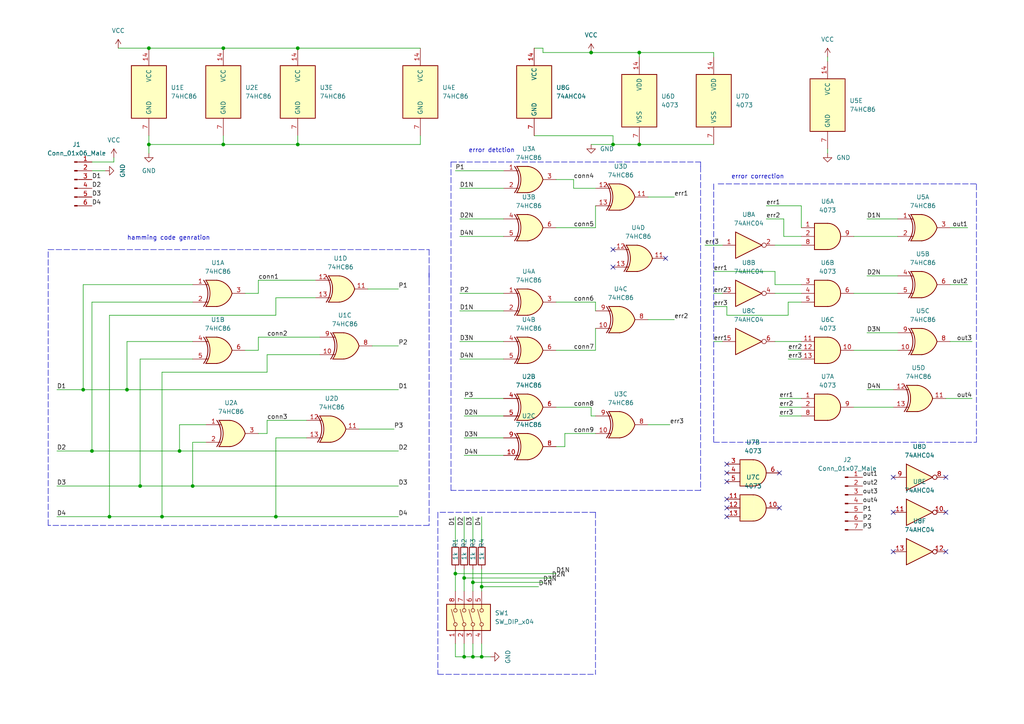
<source format=kicad_sch>
(kicad_sch (version 20211123) (generator eeschema)

  (uuid 7c390e61-efc7-4212-b438-e32bb2b22199)

  (paper "A4")

  (lib_symbols
    (symbol "4xxx:4073" (pin_names (offset 1.016)) (in_bom yes) (on_board yes)
      (property "Reference" "U" (id 0) (at 0 1.27 0)
        (effects (font (size 1.27 1.27)))
      )
      (property "Value" "4073" (id 1) (at 0 -1.27 0)
        (effects (font (size 1.27 1.27)))
      )
      (property "Footprint" "" (id 2) (at 0 0 0)
        (effects (font (size 1.27 1.27)) hide)
      )
      (property "Datasheet" "http://www.intersil.com/content/dam/Intersil/documents/cd40/cd4073bms-81bms-82bms.pdf" (id 3) (at 0 0 0)
        (effects (font (size 1.27 1.27)) hide)
      )
      (property "ki_locked" "" (id 4) (at 0 0 0)
        (effects (font (size 1.27 1.27)))
      )
      (property "ki_keywords" "CMOS And3" (id 5) (at 0 0 0)
        (effects (font (size 1.27 1.27)) hide)
      )
      (property "ki_description" "Triple And 3 inputs" (id 6) (at 0 0 0)
        (effects (font (size 1.27 1.27)) hide)
      )
      (property "ki_fp_filters" "DIP?14*" (id 7) (at 0 0 0)
        (effects (font (size 1.27 1.27)) hide)
      )
      (symbol "4073_1_1"
        (arc (start 0 -3.81) (mid 3.81 0) (end 0 3.81)
          (stroke (width 0.254) (type default) (color 0 0 0 0))
          (fill (type background))
        )
        (polyline
          (pts
            (xy 0 3.81)
            (xy -3.81 3.81)
            (xy -3.81 -3.81)
            (xy 0 -3.81)
          )
          (stroke (width 0.254) (type default) (color 0 0 0 0))
          (fill (type background))
        )
        (pin input line (at -7.62 2.54 0) (length 3.81)
          (name "~" (effects (font (size 1.27 1.27))))
          (number "1" (effects (font (size 1.27 1.27))))
        )
        (pin input line (at -7.62 0 0) (length 3.81)
          (name "~" (effects (font (size 1.27 1.27))))
          (number "2" (effects (font (size 1.27 1.27))))
        )
        (pin input line (at -7.62 -2.54 0) (length 3.81)
          (name "~" (effects (font (size 1.27 1.27))))
          (number "8" (effects (font (size 1.27 1.27))))
        )
        (pin output line (at 7.62 0 180) (length 3.81)
          (name "~" (effects (font (size 1.27 1.27))))
          (number "9" (effects (font (size 1.27 1.27))))
        )
      )
      (symbol "4073_1_2"
        (arc (start -3.81 -3.81) (mid -2.589 0) (end -3.81 3.81)
          (stroke (width 0.254) (type default) (color 0 0 0 0))
          (fill (type none))
        )
        (arc (start -0.6096 -3.81) (mid 2.1842 -2.5851) (end 3.81 0)
          (stroke (width 0.254) (type default) (color 0 0 0 0))
          (fill (type background))
        )
        (polyline
          (pts
            (xy -3.81 -3.81)
            (xy -0.635 -3.81)
          )
          (stroke (width 0.254) (type default) (color 0 0 0 0))
          (fill (type background))
        )
        (polyline
          (pts
            (xy -3.81 3.81)
            (xy -0.635 3.81)
          )
          (stroke (width 0.254) (type default) (color 0 0 0 0))
          (fill (type background))
        )
        (polyline
          (pts
            (xy -0.635 3.81)
            (xy -3.81 3.81)
            (xy -3.81 3.81)
            (xy -3.556 3.4036)
            (xy -3.0226 2.2606)
            (xy -2.6924 1.0414)
            (xy -2.6162 -0.254)
            (xy -2.7686 -1.4986)
            (xy -3.175 -2.7178)
            (xy -3.81 -3.81)
            (xy -3.81 -3.81)
            (xy -0.635 -3.81)
          )
          (stroke (width -25.4) (type default) (color 0 0 0 0))
          (fill (type background))
        )
        (arc (start 3.81 0) (mid 2.1915 2.5936) (end -0.6096 3.81)
          (stroke (width 0.254) (type default) (color 0 0 0 0))
          (fill (type background))
        )
        (pin input inverted (at -7.62 2.54 0) (length 4.318)
          (name "~" (effects (font (size 1.27 1.27))))
          (number "1" (effects (font (size 1.27 1.27))))
        )
        (pin input inverted (at -7.62 0 0) (length 4.953)
          (name "~" (effects (font (size 1.27 1.27))))
          (number "2" (effects (font (size 1.27 1.27))))
        )
        (pin input inverted (at -7.62 -2.54 0) (length 4.318)
          (name "~" (effects (font (size 1.27 1.27))))
          (number "8" (effects (font (size 1.27 1.27))))
        )
        (pin output inverted (at 7.62 0 180) (length 3.81)
          (name "~" (effects (font (size 1.27 1.27))))
          (number "9" (effects (font (size 1.27 1.27))))
        )
      )
      (symbol "4073_2_1"
        (arc (start 0 -3.81) (mid 3.81 0) (end 0 3.81)
          (stroke (width 0.254) (type default) (color 0 0 0 0))
          (fill (type background))
        )
        (polyline
          (pts
            (xy 0 3.81)
            (xy -3.81 3.81)
            (xy -3.81 -3.81)
            (xy 0 -3.81)
          )
          (stroke (width 0.254) (type default) (color 0 0 0 0))
          (fill (type background))
        )
        (pin input line (at -7.62 2.54 0) (length 3.81)
          (name "~" (effects (font (size 1.27 1.27))))
          (number "3" (effects (font (size 1.27 1.27))))
        )
        (pin input line (at -7.62 0 0) (length 3.81)
          (name "~" (effects (font (size 1.27 1.27))))
          (number "4" (effects (font (size 1.27 1.27))))
        )
        (pin input line (at -7.62 -2.54 0) (length 3.81)
          (name "~" (effects (font (size 1.27 1.27))))
          (number "5" (effects (font (size 1.27 1.27))))
        )
        (pin output line (at 7.62 0 180) (length 3.81)
          (name "~" (effects (font (size 1.27 1.27))))
          (number "6" (effects (font (size 1.27 1.27))))
        )
      )
      (symbol "4073_2_2"
        (arc (start -3.81 -3.81) (mid -2.589 0) (end -3.81 3.81)
          (stroke (width 0.254) (type default) (color 0 0 0 0))
          (fill (type none))
        )
        (arc (start -0.6096 -3.81) (mid 2.1842 -2.5851) (end 3.81 0)
          (stroke (width 0.254) (type default) (color 0 0 0 0))
          (fill (type background))
        )
        (polyline
          (pts
            (xy -3.81 -3.81)
            (xy -0.635 -3.81)
          )
          (stroke (width 0.254) (type default) (color 0 0 0 0))
          (fill (type background))
        )
        (polyline
          (pts
            (xy -3.81 3.81)
            (xy -0.635 3.81)
          )
          (stroke (width 0.254) (type default) (color 0 0 0 0))
          (fill (type background))
        )
        (polyline
          (pts
            (xy -0.635 3.81)
            (xy -3.81 3.81)
            (xy -3.81 3.81)
            (xy -3.556 3.4036)
            (xy -3.0226 2.2606)
            (xy -2.6924 1.0414)
            (xy -2.6162 -0.254)
            (xy -2.7686 -1.4986)
            (xy -3.175 -2.7178)
            (xy -3.81 -3.81)
            (xy -3.81 -3.81)
            (xy -0.635 -3.81)
          )
          (stroke (width -25.4) (type default) (color 0 0 0 0))
          (fill (type background))
        )
        (arc (start 3.81 0) (mid 2.1915 2.5936) (end -0.6096 3.81)
          (stroke (width 0.254) (type default) (color 0 0 0 0))
          (fill (type background))
        )
        (pin input inverted (at -7.62 2.54 0) (length 4.318)
          (name "~" (effects (font (size 1.27 1.27))))
          (number "3" (effects (font (size 1.27 1.27))))
        )
        (pin input inverted (at -7.62 0 0) (length 4.953)
          (name "~" (effects (font (size 1.27 1.27))))
          (number "4" (effects (font (size 1.27 1.27))))
        )
        (pin input inverted (at -7.62 -2.54 0) (length 4.318)
          (name "~" (effects (font (size 1.27 1.27))))
          (number "5" (effects (font (size 1.27 1.27))))
        )
        (pin output inverted (at 7.62 0 180) (length 3.81)
          (name "~" (effects (font (size 1.27 1.27))))
          (number "6" (effects (font (size 1.27 1.27))))
        )
      )
      (symbol "4073_3_1"
        (arc (start 0 -3.81) (mid 3.81 0) (end 0 3.81)
          (stroke (width 0.254) (type default) (color 0 0 0 0))
          (fill (type background))
        )
        (polyline
          (pts
            (xy 0 3.81)
            (xy -3.81 3.81)
            (xy -3.81 -3.81)
            (xy 0 -3.81)
          )
          (stroke (width 0.254) (type default) (color 0 0 0 0))
          (fill (type background))
        )
        (pin output line (at 7.62 0 180) (length 3.81)
          (name "~" (effects (font (size 1.27 1.27))))
          (number "10" (effects (font (size 1.27 1.27))))
        )
        (pin input line (at -7.62 2.54 0) (length 3.81)
          (name "~" (effects (font (size 1.27 1.27))))
          (number "11" (effects (font (size 1.27 1.27))))
        )
        (pin input line (at -7.62 0 0) (length 3.81)
          (name "~" (effects (font (size 1.27 1.27))))
          (number "12" (effects (font (size 1.27 1.27))))
        )
        (pin input line (at -7.62 -2.54 0) (length 3.81)
          (name "~" (effects (font (size 1.27 1.27))))
          (number "13" (effects (font (size 1.27 1.27))))
        )
      )
      (symbol "4073_3_2"
        (arc (start -3.81 -3.81) (mid -2.589 0) (end -3.81 3.81)
          (stroke (width 0.254) (type default) (color 0 0 0 0))
          (fill (type none))
        )
        (arc (start -0.6096 -3.81) (mid 2.1842 -2.5851) (end 3.81 0)
          (stroke (width 0.254) (type default) (color 0 0 0 0))
          (fill (type background))
        )
        (polyline
          (pts
            (xy -3.81 -3.81)
            (xy -0.635 -3.81)
          )
          (stroke (width 0.254) (type default) (color 0 0 0 0))
          (fill (type background))
        )
        (polyline
          (pts
            (xy -3.81 3.81)
            (xy -0.635 3.81)
          )
          (stroke (width 0.254) (type default) (color 0 0 0 0))
          (fill (type background))
        )
        (polyline
          (pts
            (xy -0.635 3.81)
            (xy -3.81 3.81)
            (xy -3.81 3.81)
            (xy -3.556 3.4036)
            (xy -3.0226 2.2606)
            (xy -2.6924 1.0414)
            (xy -2.6162 -0.254)
            (xy -2.7686 -1.4986)
            (xy -3.175 -2.7178)
            (xy -3.81 -3.81)
            (xy -3.81 -3.81)
            (xy -0.635 -3.81)
          )
          (stroke (width -25.4) (type default) (color 0 0 0 0))
          (fill (type background))
        )
        (arc (start 3.81 0) (mid 2.1915 2.5936) (end -0.6096 3.81)
          (stroke (width 0.254) (type default) (color 0 0 0 0))
          (fill (type background))
        )
        (pin output inverted (at 7.62 0 180) (length 3.81)
          (name "~" (effects (font (size 1.27 1.27))))
          (number "10" (effects (font (size 1.27 1.27))))
        )
        (pin input inverted (at -7.62 2.54 0) (length 4.318)
          (name "~" (effects (font (size 1.27 1.27))))
          (number "11" (effects (font (size 1.27 1.27))))
        )
        (pin input inverted (at -7.62 0 0) (length 4.953)
          (name "~" (effects (font (size 1.27 1.27))))
          (number "12" (effects (font (size 1.27 1.27))))
        )
        (pin input inverted (at -7.62 -2.54 0) (length 4.318)
          (name "~" (effects (font (size 1.27 1.27))))
          (number "13" (effects (font (size 1.27 1.27))))
        )
      )
      (symbol "4073_4_0"
        (pin power_in line (at 0 12.7 270) (length 5.08)
          (name "VDD" (effects (font (size 1.27 1.27))))
          (number "14" (effects (font (size 1.27 1.27))))
        )
        (pin power_in line (at 0 -12.7 90) (length 5.08)
          (name "VSS" (effects (font (size 1.27 1.27))))
          (number "7" (effects (font (size 1.27 1.27))))
        )
      )
      (symbol "4073_4_1"
        (rectangle (start -5.08 7.62) (end 5.08 -7.62)
          (stroke (width 0.254) (type default) (color 0 0 0 0))
          (fill (type background))
        )
      )
    )
    (symbol "74xx:74AHC04" (in_bom yes) (on_board yes)
      (property "Reference" "U" (id 0) (at 0 1.27 0)
        (effects (font (size 1.27 1.27)))
      )
      (property "Value" "74AHC04" (id 1) (at 0 -1.27 0)
        (effects (font (size 1.27 1.27)))
      )
      (property "Footprint" "" (id 2) (at 0 0 0)
        (effects (font (size 1.27 1.27)) hide)
      )
      (property "Datasheet" "https://assets.nexperia.com/documents/data-sheet/74AHC_AHCT04.pdf" (id 3) (at 0 0 0)
        (effects (font (size 1.27 1.27)) hide)
      )
      (property "ki_locked" "" (id 4) (at 0 0 0)
        (effects (font (size 1.27 1.27)))
      )
      (property "ki_keywords" "AHCMOS not inv" (id 5) (at 0 0 0)
        (effects (font (size 1.27 1.27)) hide)
      )
      (property "ki_description" "Hex Inverter" (id 6) (at 0 0 0)
        (effects (font (size 1.27 1.27)) hide)
      )
      (property "ki_fp_filters" "DIP*W7.62mm* SSOP?14* TSSOP?14*" (id 7) (at 0 0 0)
        (effects (font (size 1.27 1.27)) hide)
      )
      (symbol "74AHC04_1_0"
        (polyline
          (pts
            (xy -3.81 3.81)
            (xy -3.81 -3.81)
            (xy 3.81 0)
            (xy -3.81 3.81)
          )
          (stroke (width 0.254) (type default) (color 0 0 0 0))
          (fill (type background))
        )
        (pin input line (at -7.62 0 0) (length 3.81)
          (name "~" (effects (font (size 1.27 1.27))))
          (number "1" (effects (font (size 1.27 1.27))))
        )
        (pin output inverted (at 7.62 0 180) (length 3.81)
          (name "~" (effects (font (size 1.27 1.27))))
          (number "2" (effects (font (size 1.27 1.27))))
        )
      )
      (symbol "74AHC04_2_0"
        (polyline
          (pts
            (xy -3.81 3.81)
            (xy -3.81 -3.81)
            (xy 3.81 0)
            (xy -3.81 3.81)
          )
          (stroke (width 0.254) (type default) (color 0 0 0 0))
          (fill (type background))
        )
        (pin input line (at -7.62 0 0) (length 3.81)
          (name "~" (effects (font (size 1.27 1.27))))
          (number "3" (effects (font (size 1.27 1.27))))
        )
        (pin output inverted (at 7.62 0 180) (length 3.81)
          (name "~" (effects (font (size 1.27 1.27))))
          (number "4" (effects (font (size 1.27 1.27))))
        )
      )
      (symbol "74AHC04_3_0"
        (polyline
          (pts
            (xy -3.81 3.81)
            (xy -3.81 -3.81)
            (xy 3.81 0)
            (xy -3.81 3.81)
          )
          (stroke (width 0.254) (type default) (color 0 0 0 0))
          (fill (type background))
        )
        (pin input line (at -7.62 0 0) (length 3.81)
          (name "~" (effects (font (size 1.27 1.27))))
          (number "5" (effects (font (size 1.27 1.27))))
        )
        (pin output inverted (at 7.62 0 180) (length 3.81)
          (name "~" (effects (font (size 1.27 1.27))))
          (number "6" (effects (font (size 1.27 1.27))))
        )
      )
      (symbol "74AHC04_4_0"
        (polyline
          (pts
            (xy -3.81 3.81)
            (xy -3.81 -3.81)
            (xy 3.81 0)
            (xy -3.81 3.81)
          )
          (stroke (width 0.254) (type default) (color 0 0 0 0))
          (fill (type background))
        )
        (pin output inverted (at 7.62 0 180) (length 3.81)
          (name "~" (effects (font (size 1.27 1.27))))
          (number "8" (effects (font (size 1.27 1.27))))
        )
        (pin input line (at -7.62 0 0) (length 3.81)
          (name "~" (effects (font (size 1.27 1.27))))
          (number "9" (effects (font (size 1.27 1.27))))
        )
      )
      (symbol "74AHC04_5_0"
        (polyline
          (pts
            (xy -3.81 3.81)
            (xy -3.81 -3.81)
            (xy 3.81 0)
            (xy -3.81 3.81)
          )
          (stroke (width 0.254) (type default) (color 0 0 0 0))
          (fill (type background))
        )
        (pin output inverted (at 7.62 0 180) (length 3.81)
          (name "~" (effects (font (size 1.27 1.27))))
          (number "10" (effects (font (size 1.27 1.27))))
        )
        (pin input line (at -7.62 0 0) (length 3.81)
          (name "~" (effects (font (size 1.27 1.27))))
          (number "11" (effects (font (size 1.27 1.27))))
        )
      )
      (symbol "74AHC04_6_0"
        (polyline
          (pts
            (xy -3.81 3.81)
            (xy -3.81 -3.81)
            (xy 3.81 0)
            (xy -3.81 3.81)
          )
          (stroke (width 0.254) (type default) (color 0 0 0 0))
          (fill (type background))
        )
        (pin output inverted (at 7.62 0 180) (length 3.81)
          (name "~" (effects (font (size 1.27 1.27))))
          (number "12" (effects (font (size 1.27 1.27))))
        )
        (pin input line (at -7.62 0 0) (length 3.81)
          (name "~" (effects (font (size 1.27 1.27))))
          (number "13" (effects (font (size 1.27 1.27))))
        )
      )
      (symbol "74AHC04_7_0"
        (pin power_in line (at 0 12.7 270) (length 5.08)
          (name "VCC" (effects (font (size 1.27 1.27))))
          (number "14" (effects (font (size 1.27 1.27))))
        )
        (pin power_in line (at 0 -12.7 90) (length 5.08)
          (name "GND" (effects (font (size 1.27 1.27))))
          (number "7" (effects (font (size 1.27 1.27))))
        )
      )
      (symbol "74AHC04_7_1"
        (rectangle (start -5.08 7.62) (end 5.08 -7.62)
          (stroke (width 0.254) (type default) (color 0 0 0 0))
          (fill (type background))
        )
      )
    )
    (symbol "74xx:74HC86" (pin_names (offset 1.016)) (in_bom yes) (on_board yes)
      (property "Reference" "U" (id 0) (at 0 1.27 0)
        (effects (font (size 1.27 1.27)))
      )
      (property "Value" "74HC86" (id 1) (at 0 -1.27 0)
        (effects (font (size 1.27 1.27)))
      )
      (property "Footprint" "" (id 2) (at 0 0 0)
        (effects (font (size 1.27 1.27)) hide)
      )
      (property "Datasheet" "http://www.ti.com/lit/gpn/sn74HC86" (id 3) (at 0 0 0)
        (effects (font (size 1.27 1.27)) hide)
      )
      (property "ki_locked" "" (id 4) (at 0 0 0)
        (effects (font (size 1.27 1.27)))
      )
      (property "ki_keywords" "TTL XOR2" (id 5) (at 0 0 0)
        (effects (font (size 1.27 1.27)) hide)
      )
      (property "ki_description" "Quad 2-input XOR" (id 6) (at 0 0 0)
        (effects (font (size 1.27 1.27)) hide)
      )
      (property "ki_fp_filters" "DIP*W7.62mm*" (id 7) (at 0 0 0)
        (effects (font (size 1.27 1.27)) hide)
      )
      (symbol "74HC86_1_0"
        (arc (start -4.4196 -3.81) (mid -3.2033 0) (end -4.4196 3.81)
          (stroke (width 0.254) (type default) (color 0 0 0 0))
          (fill (type none))
        )
        (arc (start -3.81 -3.81) (mid -2.589 0) (end -3.81 3.81)
          (stroke (width 0.254) (type default) (color 0 0 0 0))
          (fill (type none))
        )
        (arc (start -0.6096 -3.81) (mid 2.1842 -2.5851) (end 3.81 0)
          (stroke (width 0.254) (type default) (color 0 0 0 0))
          (fill (type background))
        )
        (polyline
          (pts
            (xy -3.81 -3.81)
            (xy -0.635 -3.81)
          )
          (stroke (width 0.254) (type default) (color 0 0 0 0))
          (fill (type background))
        )
        (polyline
          (pts
            (xy -3.81 3.81)
            (xy -0.635 3.81)
          )
          (stroke (width 0.254) (type default) (color 0 0 0 0))
          (fill (type background))
        )
        (polyline
          (pts
            (xy -0.635 3.81)
            (xy -3.81 3.81)
            (xy -3.81 3.81)
            (xy -3.556 3.4036)
            (xy -3.0226 2.2606)
            (xy -2.6924 1.0414)
            (xy -2.6162 -0.254)
            (xy -2.7686 -1.4986)
            (xy -3.175 -2.7178)
            (xy -3.81 -3.81)
            (xy -3.81 -3.81)
            (xy -0.635 -3.81)
          )
          (stroke (width -25.4) (type default) (color 0 0 0 0))
          (fill (type background))
        )
        (arc (start 3.81 0) (mid 2.1915 2.5936) (end -0.6096 3.81)
          (stroke (width 0.254) (type default) (color 0 0 0 0))
          (fill (type background))
        )
        (pin input line (at -7.62 2.54 0) (length 4.445)
          (name "~" (effects (font (size 1.27 1.27))))
          (number "1" (effects (font (size 1.27 1.27))))
        )
        (pin input line (at -7.62 -2.54 0) (length 4.445)
          (name "~" (effects (font (size 1.27 1.27))))
          (number "2" (effects (font (size 1.27 1.27))))
        )
        (pin output line (at 7.62 0 180) (length 3.81)
          (name "~" (effects (font (size 1.27 1.27))))
          (number "3" (effects (font (size 1.27 1.27))))
        )
      )
      (symbol "74HC86_1_1"
        (polyline
          (pts
            (xy -3.81 -2.54)
            (xy -3.175 -2.54)
          )
          (stroke (width 0.1524) (type default) (color 0 0 0 0))
          (fill (type none))
        )
        (polyline
          (pts
            (xy -3.81 2.54)
            (xy -3.175 2.54)
          )
          (stroke (width 0.1524) (type default) (color 0 0 0 0))
          (fill (type none))
        )
      )
      (symbol "74HC86_2_0"
        (arc (start -4.4196 -3.81) (mid -3.2033 0) (end -4.4196 3.81)
          (stroke (width 0.254) (type default) (color 0 0 0 0))
          (fill (type none))
        )
        (arc (start -3.81 -3.81) (mid -2.589 0) (end -3.81 3.81)
          (stroke (width 0.254) (type default) (color 0 0 0 0))
          (fill (type none))
        )
        (arc (start -0.6096 -3.81) (mid 2.1842 -2.5851) (end 3.81 0)
          (stroke (width 0.254) (type default) (color 0 0 0 0))
          (fill (type background))
        )
        (polyline
          (pts
            (xy -3.81 -3.81)
            (xy -0.635 -3.81)
          )
          (stroke (width 0.254) (type default) (color 0 0 0 0))
          (fill (type background))
        )
        (polyline
          (pts
            (xy -3.81 3.81)
            (xy -0.635 3.81)
          )
          (stroke (width 0.254) (type default) (color 0 0 0 0))
          (fill (type background))
        )
        (polyline
          (pts
            (xy -0.635 3.81)
            (xy -3.81 3.81)
            (xy -3.81 3.81)
            (xy -3.556 3.4036)
            (xy -3.0226 2.2606)
            (xy -2.6924 1.0414)
            (xy -2.6162 -0.254)
            (xy -2.7686 -1.4986)
            (xy -3.175 -2.7178)
            (xy -3.81 -3.81)
            (xy -3.81 -3.81)
            (xy -0.635 -3.81)
          )
          (stroke (width -25.4) (type default) (color 0 0 0 0))
          (fill (type background))
        )
        (arc (start 3.81 0) (mid 2.1915 2.5936) (end -0.6096 3.81)
          (stroke (width 0.254) (type default) (color 0 0 0 0))
          (fill (type background))
        )
        (pin input line (at -7.62 2.54 0) (length 4.445)
          (name "~" (effects (font (size 1.27 1.27))))
          (number "4" (effects (font (size 1.27 1.27))))
        )
        (pin input line (at -7.62 -2.54 0) (length 4.445)
          (name "~" (effects (font (size 1.27 1.27))))
          (number "5" (effects (font (size 1.27 1.27))))
        )
        (pin output line (at 7.62 0 180) (length 3.81)
          (name "~" (effects (font (size 1.27 1.27))))
          (number "6" (effects (font (size 1.27 1.27))))
        )
      )
      (symbol "74HC86_2_1"
        (polyline
          (pts
            (xy -3.81 -2.54)
            (xy -3.175 -2.54)
          )
          (stroke (width 0.1524) (type default) (color 0 0 0 0))
          (fill (type none))
        )
        (polyline
          (pts
            (xy -3.81 2.54)
            (xy -3.175 2.54)
          )
          (stroke (width 0.1524) (type default) (color 0 0 0 0))
          (fill (type none))
        )
      )
      (symbol "74HC86_3_0"
        (arc (start -4.4196 -3.81) (mid -3.2033 0) (end -4.4196 3.81)
          (stroke (width 0.254) (type default) (color 0 0 0 0))
          (fill (type none))
        )
        (arc (start -3.81 -3.81) (mid -2.589 0) (end -3.81 3.81)
          (stroke (width 0.254) (type default) (color 0 0 0 0))
          (fill (type none))
        )
        (arc (start -0.6096 -3.81) (mid 2.1842 -2.5851) (end 3.81 0)
          (stroke (width 0.254) (type default) (color 0 0 0 0))
          (fill (type background))
        )
        (polyline
          (pts
            (xy -3.81 -3.81)
            (xy -0.635 -3.81)
          )
          (stroke (width 0.254) (type default) (color 0 0 0 0))
          (fill (type background))
        )
        (polyline
          (pts
            (xy -3.81 3.81)
            (xy -0.635 3.81)
          )
          (stroke (width 0.254) (type default) (color 0 0 0 0))
          (fill (type background))
        )
        (polyline
          (pts
            (xy -0.635 3.81)
            (xy -3.81 3.81)
            (xy -3.81 3.81)
            (xy -3.556 3.4036)
            (xy -3.0226 2.2606)
            (xy -2.6924 1.0414)
            (xy -2.6162 -0.254)
            (xy -2.7686 -1.4986)
            (xy -3.175 -2.7178)
            (xy -3.81 -3.81)
            (xy -3.81 -3.81)
            (xy -0.635 -3.81)
          )
          (stroke (width -25.4) (type default) (color 0 0 0 0))
          (fill (type background))
        )
        (arc (start 3.81 0) (mid 2.1915 2.5936) (end -0.6096 3.81)
          (stroke (width 0.254) (type default) (color 0 0 0 0))
          (fill (type background))
        )
        (pin input line (at -7.62 -2.54 0) (length 4.445)
          (name "~" (effects (font (size 1.27 1.27))))
          (number "10" (effects (font (size 1.27 1.27))))
        )
        (pin output line (at 7.62 0 180) (length 3.81)
          (name "~" (effects (font (size 1.27 1.27))))
          (number "8" (effects (font (size 1.27 1.27))))
        )
        (pin input line (at -7.62 2.54 0) (length 4.445)
          (name "~" (effects (font (size 1.27 1.27))))
          (number "9" (effects (font (size 1.27 1.27))))
        )
      )
      (symbol "74HC86_3_1"
        (polyline
          (pts
            (xy -3.81 -2.54)
            (xy -3.175 -2.54)
          )
          (stroke (width 0.1524) (type default) (color 0 0 0 0))
          (fill (type none))
        )
        (polyline
          (pts
            (xy -3.81 2.54)
            (xy -3.175 2.54)
          )
          (stroke (width 0.1524) (type default) (color 0 0 0 0))
          (fill (type none))
        )
      )
      (symbol "74HC86_4_0"
        (arc (start -4.4196 -3.81) (mid -3.2033 0) (end -4.4196 3.81)
          (stroke (width 0.254) (type default) (color 0 0 0 0))
          (fill (type none))
        )
        (arc (start -3.81 -3.81) (mid -2.589 0) (end -3.81 3.81)
          (stroke (width 0.254) (type default) (color 0 0 0 0))
          (fill (type none))
        )
        (arc (start -0.6096 -3.81) (mid 2.1842 -2.5851) (end 3.81 0)
          (stroke (width 0.254) (type default) (color 0 0 0 0))
          (fill (type background))
        )
        (polyline
          (pts
            (xy -3.81 -3.81)
            (xy -0.635 -3.81)
          )
          (stroke (width 0.254) (type default) (color 0 0 0 0))
          (fill (type background))
        )
        (polyline
          (pts
            (xy -3.81 3.81)
            (xy -0.635 3.81)
          )
          (stroke (width 0.254) (type default) (color 0 0 0 0))
          (fill (type background))
        )
        (polyline
          (pts
            (xy -0.635 3.81)
            (xy -3.81 3.81)
            (xy -3.81 3.81)
            (xy -3.556 3.4036)
            (xy -3.0226 2.2606)
            (xy -2.6924 1.0414)
            (xy -2.6162 -0.254)
            (xy -2.7686 -1.4986)
            (xy -3.175 -2.7178)
            (xy -3.81 -3.81)
            (xy -3.81 -3.81)
            (xy -0.635 -3.81)
          )
          (stroke (width -25.4) (type default) (color 0 0 0 0))
          (fill (type background))
        )
        (arc (start 3.81 0) (mid 2.1915 2.5936) (end -0.6096 3.81)
          (stroke (width 0.254) (type default) (color 0 0 0 0))
          (fill (type background))
        )
        (pin output line (at 7.62 0 180) (length 3.81)
          (name "~" (effects (font (size 1.27 1.27))))
          (number "11" (effects (font (size 1.27 1.27))))
        )
        (pin input line (at -7.62 2.54 0) (length 4.445)
          (name "~" (effects (font (size 1.27 1.27))))
          (number "12" (effects (font (size 1.27 1.27))))
        )
        (pin input line (at -7.62 -2.54 0) (length 4.445)
          (name "~" (effects (font (size 1.27 1.27))))
          (number "13" (effects (font (size 1.27 1.27))))
        )
      )
      (symbol "74HC86_4_1"
        (polyline
          (pts
            (xy -3.81 -2.54)
            (xy -3.175 -2.54)
          )
          (stroke (width 0.1524) (type default) (color 0 0 0 0))
          (fill (type none))
        )
        (polyline
          (pts
            (xy -3.81 2.54)
            (xy -3.175 2.54)
          )
          (stroke (width 0.1524) (type default) (color 0 0 0 0))
          (fill (type none))
        )
      )
      (symbol "74HC86_5_0"
        (pin power_in line (at 0 12.7 270) (length 5.08)
          (name "VCC" (effects (font (size 1.27 1.27))))
          (number "14" (effects (font (size 1.27 1.27))))
        )
        (pin power_in line (at 0 -12.7 90) (length 5.08)
          (name "GND" (effects (font (size 1.27 1.27))))
          (number "7" (effects (font (size 1.27 1.27))))
        )
      )
      (symbol "74HC86_5_1"
        (rectangle (start -5.08 7.62) (end 5.08 -7.62)
          (stroke (width 0.254) (type default) (color 0 0 0 0))
          (fill (type background))
        )
      )
    )
    (symbol "Connector:Conn_01x06_Male" (pin_names (offset 1.016) hide) (in_bom yes) (on_board yes)
      (property "Reference" "J" (id 0) (at 0 7.62 0)
        (effects (font (size 1.27 1.27)))
      )
      (property "Value" "Conn_01x06_Male" (id 1) (at 0 -10.16 0)
        (effects (font (size 1.27 1.27)))
      )
      (property "Footprint" "" (id 2) (at 0 0 0)
        (effects (font (size 1.27 1.27)) hide)
      )
      (property "Datasheet" "~" (id 3) (at 0 0 0)
        (effects (font (size 1.27 1.27)) hide)
      )
      (property "ki_keywords" "connector" (id 4) (at 0 0 0)
        (effects (font (size 1.27 1.27)) hide)
      )
      (property "ki_description" "Generic connector, single row, 01x06, script generated (kicad-library-utils/schlib/autogen/connector/)" (id 5) (at 0 0 0)
        (effects (font (size 1.27 1.27)) hide)
      )
      (property "ki_fp_filters" "Connector*:*_1x??_*" (id 6) (at 0 0 0)
        (effects (font (size 1.27 1.27)) hide)
      )
      (symbol "Conn_01x06_Male_1_1"
        (polyline
          (pts
            (xy 1.27 -7.62)
            (xy 0.8636 -7.62)
          )
          (stroke (width 0.1524) (type default) (color 0 0 0 0))
          (fill (type none))
        )
        (polyline
          (pts
            (xy 1.27 -5.08)
            (xy 0.8636 -5.08)
          )
          (stroke (width 0.1524) (type default) (color 0 0 0 0))
          (fill (type none))
        )
        (polyline
          (pts
            (xy 1.27 -2.54)
            (xy 0.8636 -2.54)
          )
          (stroke (width 0.1524) (type default) (color 0 0 0 0))
          (fill (type none))
        )
        (polyline
          (pts
            (xy 1.27 0)
            (xy 0.8636 0)
          )
          (stroke (width 0.1524) (type default) (color 0 0 0 0))
          (fill (type none))
        )
        (polyline
          (pts
            (xy 1.27 2.54)
            (xy 0.8636 2.54)
          )
          (stroke (width 0.1524) (type default) (color 0 0 0 0))
          (fill (type none))
        )
        (polyline
          (pts
            (xy 1.27 5.08)
            (xy 0.8636 5.08)
          )
          (stroke (width 0.1524) (type default) (color 0 0 0 0))
          (fill (type none))
        )
        (rectangle (start 0.8636 -7.493) (end 0 -7.747)
          (stroke (width 0.1524) (type default) (color 0 0 0 0))
          (fill (type outline))
        )
        (rectangle (start 0.8636 -4.953) (end 0 -5.207)
          (stroke (width 0.1524) (type default) (color 0 0 0 0))
          (fill (type outline))
        )
        (rectangle (start 0.8636 -2.413) (end 0 -2.667)
          (stroke (width 0.1524) (type default) (color 0 0 0 0))
          (fill (type outline))
        )
        (rectangle (start 0.8636 0.127) (end 0 -0.127)
          (stroke (width 0.1524) (type default) (color 0 0 0 0))
          (fill (type outline))
        )
        (rectangle (start 0.8636 2.667) (end 0 2.413)
          (stroke (width 0.1524) (type default) (color 0 0 0 0))
          (fill (type outline))
        )
        (rectangle (start 0.8636 5.207) (end 0 4.953)
          (stroke (width 0.1524) (type default) (color 0 0 0 0))
          (fill (type outline))
        )
        (pin passive line (at 5.08 5.08 180) (length 3.81)
          (name "Pin_1" (effects (font (size 1.27 1.27))))
          (number "1" (effects (font (size 1.27 1.27))))
        )
        (pin passive line (at 5.08 2.54 180) (length 3.81)
          (name "Pin_2" (effects (font (size 1.27 1.27))))
          (number "2" (effects (font (size 1.27 1.27))))
        )
        (pin passive line (at 5.08 0 180) (length 3.81)
          (name "Pin_3" (effects (font (size 1.27 1.27))))
          (number "3" (effects (font (size 1.27 1.27))))
        )
        (pin passive line (at 5.08 -2.54 180) (length 3.81)
          (name "Pin_4" (effects (font (size 1.27 1.27))))
          (number "4" (effects (font (size 1.27 1.27))))
        )
        (pin passive line (at 5.08 -5.08 180) (length 3.81)
          (name "Pin_5" (effects (font (size 1.27 1.27))))
          (number "5" (effects (font (size 1.27 1.27))))
        )
        (pin passive line (at 5.08 -7.62 180) (length 3.81)
          (name "Pin_6" (effects (font (size 1.27 1.27))))
          (number "6" (effects (font (size 1.27 1.27))))
        )
      )
    )
    (symbol "Connector:Conn_01x07_Male" (pin_names (offset 1.016) hide) (in_bom yes) (on_board yes)
      (property "Reference" "J" (id 0) (at 0 10.16 0)
        (effects (font (size 1.27 1.27)))
      )
      (property "Value" "Conn_01x07_Male" (id 1) (at 0 -10.16 0)
        (effects (font (size 1.27 1.27)))
      )
      (property "Footprint" "" (id 2) (at 0 0 0)
        (effects (font (size 1.27 1.27)) hide)
      )
      (property "Datasheet" "~" (id 3) (at 0 0 0)
        (effects (font (size 1.27 1.27)) hide)
      )
      (property "ki_keywords" "connector" (id 4) (at 0 0 0)
        (effects (font (size 1.27 1.27)) hide)
      )
      (property "ki_description" "Generic connector, single row, 01x07, script generated (kicad-library-utils/schlib/autogen/connector/)" (id 5) (at 0 0 0)
        (effects (font (size 1.27 1.27)) hide)
      )
      (property "ki_fp_filters" "Connector*:*_1x??_*" (id 6) (at 0 0 0)
        (effects (font (size 1.27 1.27)) hide)
      )
      (symbol "Conn_01x07_Male_1_1"
        (polyline
          (pts
            (xy 1.27 -7.62)
            (xy 0.8636 -7.62)
          )
          (stroke (width 0.1524) (type default) (color 0 0 0 0))
          (fill (type none))
        )
        (polyline
          (pts
            (xy 1.27 -5.08)
            (xy 0.8636 -5.08)
          )
          (stroke (width 0.1524) (type default) (color 0 0 0 0))
          (fill (type none))
        )
        (polyline
          (pts
            (xy 1.27 -2.54)
            (xy 0.8636 -2.54)
          )
          (stroke (width 0.1524) (type default) (color 0 0 0 0))
          (fill (type none))
        )
        (polyline
          (pts
            (xy 1.27 0)
            (xy 0.8636 0)
          )
          (stroke (width 0.1524) (type default) (color 0 0 0 0))
          (fill (type none))
        )
        (polyline
          (pts
            (xy 1.27 2.54)
            (xy 0.8636 2.54)
          )
          (stroke (width 0.1524) (type default) (color 0 0 0 0))
          (fill (type none))
        )
        (polyline
          (pts
            (xy 1.27 5.08)
            (xy 0.8636 5.08)
          )
          (stroke (width 0.1524) (type default) (color 0 0 0 0))
          (fill (type none))
        )
        (polyline
          (pts
            (xy 1.27 7.62)
            (xy 0.8636 7.62)
          )
          (stroke (width 0.1524) (type default) (color 0 0 0 0))
          (fill (type none))
        )
        (rectangle (start 0.8636 -7.493) (end 0 -7.747)
          (stroke (width 0.1524) (type default) (color 0 0 0 0))
          (fill (type outline))
        )
        (rectangle (start 0.8636 -4.953) (end 0 -5.207)
          (stroke (width 0.1524) (type default) (color 0 0 0 0))
          (fill (type outline))
        )
        (rectangle (start 0.8636 -2.413) (end 0 -2.667)
          (stroke (width 0.1524) (type default) (color 0 0 0 0))
          (fill (type outline))
        )
        (rectangle (start 0.8636 0.127) (end 0 -0.127)
          (stroke (width 0.1524) (type default) (color 0 0 0 0))
          (fill (type outline))
        )
        (rectangle (start 0.8636 2.667) (end 0 2.413)
          (stroke (width 0.1524) (type default) (color 0 0 0 0))
          (fill (type outline))
        )
        (rectangle (start 0.8636 5.207) (end 0 4.953)
          (stroke (width 0.1524) (type default) (color 0 0 0 0))
          (fill (type outline))
        )
        (rectangle (start 0.8636 7.747) (end 0 7.493)
          (stroke (width 0.1524) (type default) (color 0 0 0 0))
          (fill (type outline))
        )
        (pin passive line (at 5.08 7.62 180) (length 3.81)
          (name "Pin_1" (effects (font (size 1.27 1.27))))
          (number "1" (effects (font (size 1.27 1.27))))
        )
        (pin passive line (at 5.08 5.08 180) (length 3.81)
          (name "Pin_2" (effects (font (size 1.27 1.27))))
          (number "2" (effects (font (size 1.27 1.27))))
        )
        (pin passive line (at 5.08 2.54 180) (length 3.81)
          (name "Pin_3" (effects (font (size 1.27 1.27))))
          (number "3" (effects (font (size 1.27 1.27))))
        )
        (pin passive line (at 5.08 0 180) (length 3.81)
          (name "Pin_4" (effects (font (size 1.27 1.27))))
          (number "4" (effects (font (size 1.27 1.27))))
        )
        (pin passive line (at 5.08 -2.54 180) (length 3.81)
          (name "Pin_5" (effects (font (size 1.27 1.27))))
          (number "5" (effects (font (size 1.27 1.27))))
        )
        (pin passive line (at 5.08 -5.08 180) (length 3.81)
          (name "Pin_6" (effects (font (size 1.27 1.27))))
          (number "6" (effects (font (size 1.27 1.27))))
        )
        (pin passive line (at 5.08 -7.62 180) (length 3.81)
          (name "Pin_7" (effects (font (size 1.27 1.27))))
          (number "7" (effects (font (size 1.27 1.27))))
        )
      )
    )
    (symbol "Device:R" (pin_numbers hide) (pin_names (offset 0)) (in_bom yes) (on_board yes)
      (property "Reference" "R" (id 0) (at 2.032 0 90)
        (effects (font (size 1.27 1.27)))
      )
      (property "Value" "R" (id 1) (at 0 0 90)
        (effects (font (size 1.27 1.27)))
      )
      (property "Footprint" "" (id 2) (at -1.778 0 90)
        (effects (font (size 1.27 1.27)) hide)
      )
      (property "Datasheet" "~" (id 3) (at 0 0 0)
        (effects (font (size 1.27 1.27)) hide)
      )
      (property "ki_keywords" "R res resistor" (id 4) (at 0 0 0)
        (effects (font (size 1.27 1.27)) hide)
      )
      (property "ki_description" "Resistor" (id 5) (at 0 0 0)
        (effects (font (size 1.27 1.27)) hide)
      )
      (property "ki_fp_filters" "R_*" (id 6) (at 0 0 0)
        (effects (font (size 1.27 1.27)) hide)
      )
      (symbol "R_0_1"
        (rectangle (start -1.016 -2.54) (end 1.016 2.54)
          (stroke (width 0.254) (type default) (color 0 0 0 0))
          (fill (type none))
        )
      )
      (symbol "R_1_1"
        (pin passive line (at 0 3.81 270) (length 1.27)
          (name "~" (effects (font (size 1.27 1.27))))
          (number "1" (effects (font (size 1.27 1.27))))
        )
        (pin passive line (at 0 -3.81 90) (length 1.27)
          (name "~" (effects (font (size 1.27 1.27))))
          (number "2" (effects (font (size 1.27 1.27))))
        )
      )
    )
    (symbol "Switch:SW_DIP_x04" (pin_names (offset 0) hide) (in_bom yes) (on_board yes)
      (property "Reference" "SW" (id 0) (at 0 8.89 0)
        (effects (font (size 1.27 1.27)))
      )
      (property "Value" "SW_DIP_x04" (id 1) (at 0 -6.35 0)
        (effects (font (size 1.27 1.27)))
      )
      (property "Footprint" "" (id 2) (at 0 0 0)
        (effects (font (size 1.27 1.27)) hide)
      )
      (property "Datasheet" "~" (id 3) (at 0 0 0)
        (effects (font (size 1.27 1.27)) hide)
      )
      (property "ki_keywords" "dip switch" (id 4) (at 0 0 0)
        (effects (font (size 1.27 1.27)) hide)
      )
      (property "ki_description" "4x DIP Switch, Single Pole Single Throw (SPST) switch, small symbol" (id 5) (at 0 0 0)
        (effects (font (size 1.27 1.27)) hide)
      )
      (property "ki_fp_filters" "SW?DIP?x4*" (id 6) (at 0 0 0)
        (effects (font (size 1.27 1.27)) hide)
      )
      (symbol "SW_DIP_x04_0_0"
        (circle (center -2.032 -2.54) (radius 0.508)
          (stroke (width 0) (type default) (color 0 0 0 0))
          (fill (type none))
        )
        (circle (center -2.032 0) (radius 0.508)
          (stroke (width 0) (type default) (color 0 0 0 0))
          (fill (type none))
        )
        (circle (center -2.032 2.54) (radius 0.508)
          (stroke (width 0) (type default) (color 0 0 0 0))
          (fill (type none))
        )
        (circle (center -2.032 5.08) (radius 0.508)
          (stroke (width 0) (type default) (color 0 0 0 0))
          (fill (type none))
        )
        (polyline
          (pts
            (xy -1.524 -2.3876)
            (xy 2.3622 -1.3462)
          )
          (stroke (width 0) (type default) (color 0 0 0 0))
          (fill (type none))
        )
        (polyline
          (pts
            (xy -1.524 0.127)
            (xy 2.3622 1.1684)
          )
          (stroke (width 0) (type default) (color 0 0 0 0))
          (fill (type none))
        )
        (polyline
          (pts
            (xy -1.524 2.667)
            (xy 2.3622 3.7084)
          )
          (stroke (width 0) (type default) (color 0 0 0 0))
          (fill (type none))
        )
        (polyline
          (pts
            (xy -1.524 5.207)
            (xy 2.3622 6.2484)
          )
          (stroke (width 0) (type default) (color 0 0 0 0))
          (fill (type none))
        )
        (circle (center 2.032 -2.54) (radius 0.508)
          (stroke (width 0) (type default) (color 0 0 0 0))
          (fill (type none))
        )
        (circle (center 2.032 0) (radius 0.508)
          (stroke (width 0) (type default) (color 0 0 0 0))
          (fill (type none))
        )
        (circle (center 2.032 2.54) (radius 0.508)
          (stroke (width 0) (type default) (color 0 0 0 0))
          (fill (type none))
        )
        (circle (center 2.032 5.08) (radius 0.508)
          (stroke (width 0) (type default) (color 0 0 0 0))
          (fill (type none))
        )
      )
      (symbol "SW_DIP_x04_0_1"
        (rectangle (start -3.81 7.62) (end 3.81 -5.08)
          (stroke (width 0.254) (type default) (color 0 0 0 0))
          (fill (type background))
        )
      )
      (symbol "SW_DIP_x04_1_1"
        (pin passive line (at -7.62 5.08 0) (length 5.08)
          (name "~" (effects (font (size 1.27 1.27))))
          (number "1" (effects (font (size 1.27 1.27))))
        )
        (pin passive line (at -7.62 2.54 0) (length 5.08)
          (name "~" (effects (font (size 1.27 1.27))))
          (number "2" (effects (font (size 1.27 1.27))))
        )
        (pin passive line (at -7.62 0 0) (length 5.08)
          (name "~" (effects (font (size 1.27 1.27))))
          (number "3" (effects (font (size 1.27 1.27))))
        )
        (pin passive line (at -7.62 -2.54 0) (length 5.08)
          (name "~" (effects (font (size 1.27 1.27))))
          (number "4" (effects (font (size 1.27 1.27))))
        )
        (pin passive line (at 7.62 -2.54 180) (length 5.08)
          (name "~" (effects (font (size 1.27 1.27))))
          (number "5" (effects (font (size 1.27 1.27))))
        )
        (pin passive line (at 7.62 0 180) (length 5.08)
          (name "~" (effects (font (size 1.27 1.27))))
          (number "6" (effects (font (size 1.27 1.27))))
        )
        (pin passive line (at 7.62 2.54 180) (length 5.08)
          (name "~" (effects (font (size 1.27 1.27))))
          (number "7" (effects (font (size 1.27 1.27))))
        )
        (pin passive line (at 7.62 5.08 180) (length 5.08)
          (name "~" (effects (font (size 1.27 1.27))))
          (number "8" (effects (font (size 1.27 1.27))))
        )
      )
    )
    (symbol "power:GND" (power) (pin_names (offset 0)) (in_bom yes) (on_board yes)
      (property "Reference" "#PWR" (id 0) (at 0 -6.35 0)
        (effects (font (size 1.27 1.27)) hide)
      )
      (property "Value" "GND" (id 1) (at 0 -3.81 0)
        (effects (font (size 1.27 1.27)))
      )
      (property "Footprint" "" (id 2) (at 0 0 0)
        (effects (font (size 1.27 1.27)) hide)
      )
      (property "Datasheet" "" (id 3) (at 0 0 0)
        (effects (font (size 1.27 1.27)) hide)
      )
      (property "ki_keywords" "power-flag" (id 4) (at 0 0 0)
        (effects (font (size 1.27 1.27)) hide)
      )
      (property "ki_description" "Power symbol creates a global label with name \"GND\" , ground" (id 5) (at 0 0 0)
        (effects (font (size 1.27 1.27)) hide)
      )
      (symbol "GND_0_1"
        (polyline
          (pts
            (xy 0 0)
            (xy 0 -1.27)
            (xy 1.27 -1.27)
            (xy 0 -2.54)
            (xy -1.27 -1.27)
            (xy 0 -1.27)
          )
          (stroke (width 0) (type default) (color 0 0 0 0))
          (fill (type none))
        )
      )
      (symbol "GND_1_1"
        (pin power_in line (at 0 0 270) (length 0) hide
          (name "GND" (effects (font (size 1.27 1.27))))
          (number "1" (effects (font (size 1.27 1.27))))
        )
      )
    )
    (symbol "power:VCC" (power) (pin_names (offset 0)) (in_bom yes) (on_board yes)
      (property "Reference" "#PWR" (id 0) (at 0 -3.81 0)
        (effects (font (size 1.27 1.27)) hide)
      )
      (property "Value" "VCC" (id 1) (at 0 3.81 0)
        (effects (font (size 1.27 1.27)))
      )
      (property "Footprint" "" (id 2) (at 0 0 0)
        (effects (font (size 1.27 1.27)) hide)
      )
      (property "Datasheet" "" (id 3) (at 0 0 0)
        (effects (font (size 1.27 1.27)) hide)
      )
      (property "ki_keywords" "power-flag" (id 4) (at 0 0 0)
        (effects (font (size 1.27 1.27)) hide)
      )
      (property "ki_description" "Power symbol creates a global label with name \"VCC\"" (id 5) (at 0 0 0)
        (effects (font (size 1.27 1.27)) hide)
      )
      (symbol "VCC_0_1"
        (polyline
          (pts
            (xy -0.762 1.27)
            (xy 0 2.54)
          )
          (stroke (width 0) (type default) (color 0 0 0 0))
          (fill (type none))
        )
        (polyline
          (pts
            (xy 0 0)
            (xy 0 2.54)
          )
          (stroke (width 0) (type default) (color 0 0 0 0))
          (fill (type none))
        )
        (polyline
          (pts
            (xy 0 2.54)
            (xy 0.762 1.27)
          )
          (stroke (width 0) (type default) (color 0 0 0 0))
          (fill (type none))
        )
      )
      (symbol "VCC_1_1"
        (pin power_in line (at 0 0 90) (length 0) hide
          (name "VCC" (effects (font (size 1.27 1.27))))
          (number "1" (effects (font (size 1.27 1.27))))
        )
      )
    )
  )

  (junction (at 177.8 41.91) (diameter 0) (color 0 0 0 0)
    (uuid 0bc23126-bedb-43a4-9cc8-79089742b2c2)
  )
  (junction (at 55.88 140.97) (diameter 0) (color 0 0 0 0)
    (uuid 1315ea8d-f34f-4a5f-a9e7-a848e80523eb)
  )
  (junction (at 43.18 13.97) (diameter 0) (color 0 0 0 0)
    (uuid 2aa3def4-ac4d-4299-8ff8-57be99245c3b)
  )
  (junction (at 24.13 113.03) (diameter 0) (color 0 0 0 0)
    (uuid 2c3f6fdb-5297-4b86-b5c5-28e55b3d1e7a)
  )
  (junction (at 43.18 41.91) (diameter 0) (color 0 0 0 0)
    (uuid 343df15d-6a76-4eb5-a6f2-a69b8c2256be)
  )
  (junction (at 64.77 41.91) (diameter 0) (color 0 0 0 0)
    (uuid 3515b56b-4629-4cd1-8b43-64ad2fb9cd43)
  )
  (junction (at 139.7 190.5) (diameter 0) (color 0 0 0 0)
    (uuid 3f871f0d-925d-4881-8d11-b535183d6484)
  )
  (junction (at 171.45 15.24) (diameter 0) (color 0 0 0 0)
    (uuid 40b9170c-a7c6-4a16-a94b-66a18d8290c9)
  )
  (junction (at 36.83 113.03) (diameter 0) (color 0 0 0 0)
    (uuid 48028093-bf9d-4928-b55e-f78729e15f27)
  )
  (junction (at 86.36 13.97) (diameter 0) (color 0 0 0 0)
    (uuid 4f3171d8-1db8-4cb9-a0bb-4b7d862c0c14)
  )
  (junction (at 46.99 149.86) (diameter 0) (color 0 0 0 0)
    (uuid 5b0d7990-08bb-455e-8fe2-dbce79b070cd)
  )
  (junction (at 134.62 167.64) (diameter 0) (color 0 0 0 0)
    (uuid 5ebd525c-c06b-4227-85d5-8c7abad1eea6)
  )
  (junction (at 31.75 149.86) (diameter 0) (color 0 0 0 0)
    (uuid 6a5071e1-6285-4125-ba8f-817fb9261f3d)
  )
  (junction (at 132.08 166.37) (diameter 0) (color 0 0 0 0)
    (uuid 7097b1f5-665d-45af-9217-ad77b0c9f709)
  )
  (junction (at 185.42 15.24) (diameter 0) (color 0 0 0 0)
    (uuid 70bb0c97-4a1e-43a4-9025-df4bf2254658)
  )
  (junction (at 137.16 168.91) (diameter 0) (color 0 0 0 0)
    (uuid 798dad55-0240-434e-b6e1-ad8ec9fb4284)
  )
  (junction (at 139.7 170.18) (diameter 0) (color 0 0 0 0)
    (uuid 830b984d-9da4-4692-8ff1-6fe349a62c13)
  )
  (junction (at 40.64 140.97) (diameter 0) (color 0 0 0 0)
    (uuid 859e5ebe-a3d2-44e2-b077-205aa3f21579)
  )
  (junction (at 134.62 190.5) (diameter 0) (color 0 0 0 0)
    (uuid a0d44377-0233-488c-bfd8-483d1d526265)
  )
  (junction (at 26.67 130.81) (diameter 0) (color 0 0 0 0)
    (uuid a1fdb3e6-67de-4880-814f-4bfd81772e80)
  )
  (junction (at 64.77 13.97) (diameter 0) (color 0 0 0 0)
    (uuid b19aa135-bfa5-4131-ac05-3c78b985826e)
  )
  (junction (at 80.01 149.86) (diameter 0) (color 0 0 0 0)
    (uuid b5d9cfc6-2731-4e75-ac2a-2a2d8d1ffd54)
  )
  (junction (at 52.07 130.81) (diameter 0) (color 0 0 0 0)
    (uuid b740a683-7833-48ed-b7fe-fca779bbe661)
  )
  (junction (at 86.36 41.91) (diameter 0) (color 0 0 0 0)
    (uuid c9151e21-1027-44e3-a8f0-cc840fcfaa38)
  )
  (junction (at 137.16 190.5) (diameter 0) (color 0 0 0 0)
    (uuid de7f7193-b053-4988-8d47-913b21334063)
  )
  (junction (at 185.42 41.91) (diameter 0) (color 0 0 0 0)
    (uuid fa728453-9967-460e-837b-632fcc676a79)
  )

  (no_connect (at 259.08 138.43) (uuid 27261a57-82f0-48cf-b17e-945ba6f752e6))
  (no_connect (at 274.32 138.43) (uuid 27261a57-82f0-48cf-b17e-945ba6f752e7))
  (no_connect (at 274.32 148.59) (uuid 27261a57-82f0-48cf-b17e-945ba6f752e8))
  (no_connect (at 259.08 148.59) (uuid 27261a57-82f0-48cf-b17e-945ba6f752e9))
  (no_connect (at 259.08 160.02) (uuid 27261a57-82f0-48cf-b17e-945ba6f752ea))
  (no_connect (at 274.32 160.02) (uuid 27261a57-82f0-48cf-b17e-945ba6f752eb))
  (no_connect (at 210.82 149.86) (uuid 2aa37b80-7b0f-471c-8908-45d262560590))
  (no_connect (at 226.06 147.32) (uuid 2aa37b80-7b0f-471c-8908-45d262560591))
  (no_connect (at 210.82 144.78) (uuid 2aa37b80-7b0f-471c-8908-45d262560592))
  (no_connect (at 210.82 147.32) (uuid 2aa37b80-7b0f-471c-8908-45d262560593))
  (no_connect (at 210.82 137.16) (uuid 2aa37b80-7b0f-471c-8908-45d262560594))
  (no_connect (at 210.82 139.7) (uuid 2aa37b80-7b0f-471c-8908-45d262560595))
  (no_connect (at 226.06 137.16) (uuid 2aa37b80-7b0f-471c-8908-45d262560596))
  (no_connect (at 210.82 134.62) (uuid 2aa37b80-7b0f-471c-8908-45d262560597))
  (no_connect (at 177.8 72.39) (uuid ad4e699c-21f0-4bc2-93e3-f8235dbe2781))
  (no_connect (at 193.04 74.93) (uuid ad4e699c-21f0-4bc2-93e3-f8235dbe2782))
  (no_connect (at 177.8 77.47) (uuid ad4e699c-21f0-4bc2-93e3-f8235dbe2783))

  (wire (pts (xy 74.93 101.6) (xy 71.12 101.6))
    (stroke (width 0) (type default) (color 0 0 0 0))
    (uuid 00150efc-6765-47e6-b592-251191a6ac3d)
  )
  (wire (pts (xy 134.62 120.65) (xy 146.05 120.65))
    (stroke (width 0) (type default) (color 0 0 0 0))
    (uuid 03911edd-0f41-4a59-a47c-6b4768bd6b22)
  )
  (wire (pts (xy 240.03 43.18) (xy 240.03 44.45))
    (stroke (width 0) (type default) (color 0 0 0 0))
    (uuid 04252c60-692a-4a56-acee-16668e8ecf83)
  )
  (polyline (pts (xy 130.81 46.99) (xy 203.2 46.99))
    (stroke (width 0) (type default) (color 0 0 0 0))
    (uuid 04fa5cfc-f598-49b0-a0f2-386c338d71ff)
  )
  (polyline (pts (xy 172.72 148.59) (xy 127 148.59))
    (stroke (width 0) (type default) (color 0 0 0 0))
    (uuid 069b85a3-28df-4d59-9a7b-826f2ed2fee1)
  )

  (wire (pts (xy 163.83 125.73) (xy 163.83 129.54))
    (stroke (width 0) (type default) (color 0 0 0 0))
    (uuid 09c7fa46-2030-465b-a55a-8a0bac84132e)
  )
  (wire (pts (xy 86.36 41.91) (xy 64.77 41.91))
    (stroke (width 0) (type default) (color 0 0 0 0))
    (uuid 0aa64015-0364-4ea6-810d-d151502e69ab)
  )
  (wire (pts (xy 121.92 41.91) (xy 86.36 41.91))
    (stroke (width 0) (type default) (color 0 0 0 0))
    (uuid 0cd45454-e77c-4082-a747-699811c0ee8d)
  )
  (wire (pts (xy 134.62 115.57) (xy 146.05 115.57))
    (stroke (width 0) (type default) (color 0 0 0 0))
    (uuid 0d441c45-648f-4843-adbe-cdadad4daaf0)
  )
  (wire (pts (xy 171.45 15.24) (xy 157.48 15.24))
    (stroke (width 0) (type default) (color 0 0 0 0))
    (uuid 0d70f31f-0640-4767-a068-daccdc155906)
  )
  (wire (pts (xy 92.71 97.79) (xy 74.93 97.79))
    (stroke (width 0) (type default) (color 0 0 0 0))
    (uuid 0d99f230-9063-4e27-8ef8-e8c05929996b)
  )
  (polyline (pts (xy 203.2 46.99) (xy 203.2 48.26))
    (stroke (width 0) (type default) (color 0 0 0 0))
    (uuid 0f06b2ac-2c91-4f26-88d3-fa8212854283)
  )

  (wire (pts (xy 247.65 118.11) (xy 259.08 118.11))
    (stroke (width 0) (type default) (color 0 0 0 0))
    (uuid 14a5a085-bcb7-43d1-91fe-28e737b811bc)
  )
  (wire (pts (xy 172.72 125.73) (xy 163.83 125.73))
    (stroke (width 0) (type default) (color 0 0 0 0))
    (uuid 18847d47-1fe3-4439-82ff-41b2397b1160)
  )
  (wire (pts (xy 52.07 130.81) (xy 115.57 130.81))
    (stroke (width 0) (type default) (color 0 0 0 0))
    (uuid 1b93d7d5-ab87-4cfc-b12b-36dbc6d29614)
  )
  (polyline (pts (xy 124.46 152.4) (xy 13.97 152.4))
    (stroke (width 0) (type default) (color 0 0 0 0))
    (uuid 1cef1b8a-73b2-456e-bf9d-e21239f0d50c)
  )

  (wire (pts (xy 77.47 125.73) (xy 77.47 121.92))
    (stroke (width 0) (type default) (color 0 0 0 0))
    (uuid 1fb8f8d3-3164-4040-8884-2484abae44a9)
  )
  (wire (pts (xy 134.62 157.48) (xy 134.62 149.86))
    (stroke (width 0) (type default) (color 0 0 0 0))
    (uuid 201096b4-41c4-4402-9b5d-176d220f65c5)
  )
  (wire (pts (xy 104.14 124.46) (xy 114.3 124.46))
    (stroke (width 0) (type default) (color 0 0 0 0))
    (uuid 21108999-31cc-4993-96c5-bd0c8bf39560)
  )
  (wire (pts (xy 74.93 97.79) (xy 74.93 101.6))
    (stroke (width 0) (type default) (color 0 0 0 0))
    (uuid 2216eabc-52d9-497a-be3a-a073ef39dfd7)
  )
  (wire (pts (xy 171.45 41.91) (xy 177.8 41.91))
    (stroke (width 0) (type default) (color 0 0 0 0))
    (uuid 233b6f7d-8a71-48fc-b8ba-71a95b1b843a)
  )
  (wire (pts (xy 80.01 86.36) (xy 80.01 91.44))
    (stroke (width 0) (type default) (color 0 0 0 0))
    (uuid 2552390e-5f21-47d7-9b3a-03c3b5d434e2)
  )
  (polyline (pts (xy 203.2 142.24) (xy 130.81 142.24))
    (stroke (width 0) (type default) (color 0 0 0 0))
    (uuid 26380307-fa3a-4f25-a922-2cd3c5cbb74f)
  )

  (wire (pts (xy 31.75 149.86) (xy 46.99 149.86))
    (stroke (width 0) (type default) (color 0 0 0 0))
    (uuid 269d988d-64f7-4f6f-9cdd-4748bfce3170)
  )
  (wire (pts (xy 132.08 190.5) (xy 134.62 190.5))
    (stroke (width 0) (type default) (color 0 0 0 0))
    (uuid 2978e97a-7850-4373-9feb-7ef2d95f3184)
  )
  (wire (pts (xy 134.62 127) (xy 146.05 127))
    (stroke (width 0) (type default) (color 0 0 0 0))
    (uuid 2c10f7fb-1d29-4e5a-bebc-a4d0522c1424)
  )
  (wire (pts (xy 107.95 100.33) (xy 115.57 100.33))
    (stroke (width 0) (type default) (color 0 0 0 0))
    (uuid 2c37328c-1de9-4577-a434-add8992c59df)
  )
  (wire (pts (xy 80.01 149.86) (xy 115.57 149.86))
    (stroke (width 0) (type default) (color 0 0 0 0))
    (uuid 2fbe1073-774c-4a99-b6bd-79aa0f4b5531)
  )
  (wire (pts (xy 88.9 127) (xy 80.01 127))
    (stroke (width 0) (type default) (color 0 0 0 0))
    (uuid 319d04b4-7f4c-4818-be6b-4733b17587bd)
  )
  (wire (pts (xy 16.51 113.03) (xy 24.13 113.03))
    (stroke (width 0) (type default) (color 0 0 0 0))
    (uuid 33064113-8bbd-4724-a3aa-405a5a127c62)
  )
  (wire (pts (xy 187.96 57.15) (xy 195.58 57.15))
    (stroke (width 0) (type default) (color 0 0 0 0))
    (uuid 33d54553-3cc5-4f04-a482-5d04740fe99b)
  )
  (wire (pts (xy 228.6 91.44) (xy 228.6 87.63))
    (stroke (width 0) (type default) (color 0 0 0 0))
    (uuid 345fc24d-1dd3-4066-836d-3c4029814292)
  )
  (wire (pts (xy 26.67 46.99) (xy 33.02 46.99))
    (stroke (width 0) (type default) (color 0 0 0 0))
    (uuid 346e6c98-ef91-4c0d-9cb9-4ea5b2382894)
  )
  (wire (pts (xy 137.16 168.91) (xy 157.48 168.91))
    (stroke (width 0) (type default) (color 0 0 0 0))
    (uuid 361a8c98-6a88-4445-84df-8c650960f251)
  )
  (polyline (pts (xy 127 195.58) (xy 172.72 195.58))
    (stroke (width 0) (type default) (color 0 0 0 0))
    (uuid 38ffd563-cf6d-4729-b252-d599d95467b9)
  )

  (wire (pts (xy 77.47 102.87) (xy 77.47 107.95))
    (stroke (width 0) (type default) (color 0 0 0 0))
    (uuid 39992ab5-5758-4c55-8f76-e6ca51395f3d)
  )
  (wire (pts (xy 43.18 13.97) (xy 64.77 13.97))
    (stroke (width 0) (type default) (color 0 0 0 0))
    (uuid 3e6dff8b-c57a-405b-a43c-c67bc3193428)
  )
  (wire (pts (xy 251.46 113.03) (xy 259.08 113.03))
    (stroke (width 0) (type default) (color 0 0 0 0))
    (uuid 3e7f8e57-ad93-48a2-b148-6687294695fe)
  )
  (wire (pts (xy 134.62 190.5) (xy 137.16 190.5))
    (stroke (width 0) (type default) (color 0 0 0 0))
    (uuid 3f947425-15d2-4723-81d9-0d7c24364b26)
  )
  (wire (pts (xy 134.62 190.5) (xy 134.62 186.69))
    (stroke (width 0) (type default) (color 0 0 0 0))
    (uuid 411d43a5-9219-47b8-9bf7-527097492a85)
  )
  (wire (pts (xy 207.01 88.9) (xy 210.82 88.9))
    (stroke (width 0) (type default) (color 0 0 0 0))
    (uuid 45653699-1058-4130-9968-efea727c26ac)
  )
  (wire (pts (xy 185.42 15.24) (xy 185.42 16.51))
    (stroke (width 0) (type default) (color 0 0 0 0))
    (uuid 46a167a8-7c7c-429f-964e-c2ac54c2f833)
  )
  (wire (pts (xy 172.72 101.6) (xy 161.29 101.6))
    (stroke (width 0) (type default) (color 0 0 0 0))
    (uuid 471ad320-940f-4e7e-b411-8b00db92ba59)
  )
  (wire (pts (xy 133.35 54.61) (xy 146.05 54.61))
    (stroke (width 0) (type default) (color 0 0 0 0))
    (uuid 4872690f-b3ed-40a3-8085-9dc9ec31b158)
  )
  (wire (pts (xy 275.59 82.55) (xy 280.67 82.55))
    (stroke (width 0) (type default) (color 0 0 0 0))
    (uuid 487ccaf1-d944-4880-a466-e222dac107d6)
  )
  (wire (pts (xy 207.01 15.24) (xy 185.42 15.24))
    (stroke (width 0) (type default) (color 0 0 0 0))
    (uuid 4889b672-58a3-4c6f-a477-0f4620ac9c0c)
  )
  (wire (pts (xy 133.35 68.58) (xy 146.05 68.58))
    (stroke (width 0) (type default) (color 0 0 0 0))
    (uuid 4977fb40-626b-41cf-adcf-cefe28894d09)
  )
  (wire (pts (xy 172.72 87.63) (xy 172.72 90.17))
    (stroke (width 0) (type default) (color 0 0 0 0))
    (uuid 511ee423-6953-4a22-a8f7-24b94e56affb)
  )
  (wire (pts (xy 55.88 82.55) (xy 24.13 82.55))
    (stroke (width 0) (type default) (color 0 0 0 0))
    (uuid 53df87b1-4d57-4904-b4fb-2d1c449bd933)
  )
  (wire (pts (xy 24.13 82.55) (xy 24.13 113.03))
    (stroke (width 0) (type default) (color 0 0 0 0))
    (uuid 576e8054-e7c2-4193-940e-43b0d4e3e183)
  )
  (wire (pts (xy 251.46 63.5) (xy 260.35 63.5))
    (stroke (width 0) (type default) (color 0 0 0 0))
    (uuid 577745d1-b9f9-428b-8361-262dc9320f7e)
  )
  (wire (pts (xy 227.33 68.58) (xy 227.33 63.5))
    (stroke (width 0) (type default) (color 0 0 0 0))
    (uuid 590f1c84-21b5-458d-ae4d-0175953875a6)
  )
  (wire (pts (xy 133.35 104.14) (xy 146.05 104.14))
    (stroke (width 0) (type default) (color 0 0 0 0))
    (uuid 598d21b6-f26b-442a-be70-c5521b75afc3)
  )
  (wire (pts (xy 139.7 157.48) (xy 139.7 149.86))
    (stroke (width 0) (type default) (color 0 0 0 0))
    (uuid 5a15eba9-e347-4aec-9461-8b485359d763)
  )
  (wire (pts (xy 137.16 168.91) (xy 137.16 165.1))
    (stroke (width 0) (type default) (color 0 0 0 0))
    (uuid 5d4795de-d8d2-44ec-86ae-b65d72511795)
  )
  (wire (pts (xy 52.07 123.19) (xy 52.07 130.81))
    (stroke (width 0) (type default) (color 0 0 0 0))
    (uuid 5e27ee12-3d91-4a68-89da-ed53b61a31e9)
  )
  (wire (pts (xy 31.75 91.44) (xy 31.75 149.86))
    (stroke (width 0) (type default) (color 0 0 0 0))
    (uuid 5fa065b9-fb93-47a8-9b25-02d8ddf7889b)
  )
  (wire (pts (xy 171.45 120.65) (xy 172.72 120.65))
    (stroke (width 0) (type default) (color 0 0 0 0))
    (uuid 61106171-263f-47ef-b730-791f5218fe8c)
  )
  (wire (pts (xy 16.51 149.86) (xy 31.75 149.86))
    (stroke (width 0) (type default) (color 0 0 0 0))
    (uuid 64770ca1-8e52-419f-a0db-8a45ccdea39c)
  )
  (wire (pts (xy 77.47 107.95) (xy 46.99 107.95))
    (stroke (width 0) (type default) (color 0 0 0 0))
    (uuid 67c3c2c6-c81a-4605-b496-1dd982df6dc2)
  )
  (wire (pts (xy 139.7 171.45) (xy 139.7 170.18))
    (stroke (width 0) (type default) (color 0 0 0 0))
    (uuid 688584c2-1be2-4628-aa41-43a97de4b74b)
  )
  (wire (pts (xy 74.93 85.09) (xy 74.93 81.28))
    (stroke (width 0) (type default) (color 0 0 0 0))
    (uuid 68d2eb72-2f40-4c8c-a9be-23def68ab52c)
  )
  (wire (pts (xy 207.01 16.51) (xy 207.01 15.24))
    (stroke (width 0) (type default) (color 0 0 0 0))
    (uuid 6903d6cf-9123-4416-97e2-e8e515249f68)
  )
  (wire (pts (xy 224.79 99.06) (xy 232.41 99.06))
    (stroke (width 0) (type default) (color 0 0 0 0))
    (uuid 69b0e052-1b2f-4619-9cea-590030bcdc57)
  )
  (wire (pts (xy 55.88 99.06) (xy 36.83 99.06))
    (stroke (width 0) (type default) (color 0 0 0 0))
    (uuid 6c2c01b5-f8a8-4141-9bda-6a4a5ce19c37)
  )
  (wire (pts (xy 77.47 121.92) (xy 88.9 121.92))
    (stroke (width 0) (type default) (color 0 0 0 0))
    (uuid 6c8f240e-ca66-4d80-bd3a-b25dc562899f)
  )
  (wire (pts (xy 207.01 99.06) (xy 209.55 99.06))
    (stroke (width 0) (type default) (color 0 0 0 0))
    (uuid 6e1241e1-48c4-4391-ae14-d39e8fecc0a8)
  )
  (wire (pts (xy 106.68 83.82) (xy 115.57 83.82))
    (stroke (width 0) (type default) (color 0 0 0 0))
    (uuid 6e76cb7c-09ca-4448-ad3d-bbea6d105aeb)
  )
  (wire (pts (xy 86.36 39.37) (xy 86.36 41.91))
    (stroke (width 0) (type default) (color 0 0 0 0))
    (uuid 70c4d0f5-f397-455d-b93b-6f323dbb06c8)
  )
  (wire (pts (xy 157.48 13.97) (xy 154.94 13.97))
    (stroke (width 0) (type default) (color 0 0 0 0))
    (uuid 71870288-dbb6-4772-b53b-15c83346b29b)
  )
  (wire (pts (xy 59.69 128.27) (xy 55.88 128.27))
    (stroke (width 0) (type default) (color 0 0 0 0))
    (uuid 720470cf-1d4a-4d5e-a40c-632864901012)
  )
  (wire (pts (xy 132.08 166.37) (xy 161.29 166.37))
    (stroke (width 0) (type default) (color 0 0 0 0))
    (uuid 748d83d0-97cd-49eb-b1ed-9797da5ebc32)
  )
  (wire (pts (xy 210.82 88.9) (xy 210.82 91.44))
    (stroke (width 0) (type default) (color 0 0 0 0))
    (uuid 76f9be1b-4a0e-4233-b4ea-672de48bcb78)
  )
  (wire (pts (xy 91.44 86.36) (xy 80.01 86.36))
    (stroke (width 0) (type default) (color 0 0 0 0))
    (uuid 79173a1a-62a2-415b-9256-2815ae66e9ab)
  )
  (wire (pts (xy 133.35 63.5) (xy 146.05 63.5))
    (stroke (width 0) (type default) (color 0 0 0 0))
    (uuid 7b14b6b1-2461-4aff-aa8d-acf84cca64be)
  )
  (wire (pts (xy 16.51 130.81) (xy 26.67 130.81))
    (stroke (width 0) (type default) (color 0 0 0 0))
    (uuid 7bb89709-b747-4aab-a35d-50d0f0d163cf)
  )
  (polyline (pts (xy 124.46 72.39) (xy 124.46 81.28))
    (stroke (width 0) (type default) (color 0 0 0 0))
    (uuid 7ca467c9-1808-4979-89fd-ab68c3e01ec0)
  )

  (wire (pts (xy 204.47 71.12) (xy 209.55 71.12))
    (stroke (width 0) (type default) (color 0 0 0 0))
    (uuid 7cdd86eb-2f56-49b2-a9c2-d046f35c29bc)
  )
  (wire (pts (xy 132.08 157.48) (xy 132.08 149.86))
    (stroke (width 0) (type default) (color 0 0 0 0))
    (uuid 7db296fa-b5d9-460f-9810-aa15a4ea93c5)
  )
  (wire (pts (xy 64.77 41.91) (xy 43.18 41.91))
    (stroke (width 0) (type default) (color 0 0 0 0))
    (uuid 7e2cc273-aacc-4eaf-af65-02e2ad2d0ee7)
  )
  (wire (pts (xy 16.51 140.97) (xy 40.64 140.97))
    (stroke (width 0) (type default) (color 0 0 0 0))
    (uuid 812b3515-fafe-4bdd-ab11-5b6bb3a14e5e)
  )
  (wire (pts (xy 36.83 113.03) (xy 115.57 113.03))
    (stroke (width 0) (type default) (color 0 0 0 0))
    (uuid 813fda53-3553-4cb9-88aa-a319cfaec88d)
  )
  (polyline (pts (xy 130.81 142.24) (xy 130.81 46.99))
    (stroke (width 0) (type default) (color 0 0 0 0))
    (uuid 827a6c7e-482e-4047-88b8-5d4789c7caed)
  )

  (wire (pts (xy 172.72 54.61) (xy 166.37 54.61))
    (stroke (width 0) (type default) (color 0 0 0 0))
    (uuid 82ac9473-0449-46a9-9572-f7214533fe85)
  )
  (wire (pts (xy 46.99 107.95) (xy 46.99 149.86))
    (stroke (width 0) (type default) (color 0 0 0 0))
    (uuid 85fc4369-4799-4ab9-bfb3-15ce54f18b19)
  )
  (wire (pts (xy 121.92 39.37) (xy 121.92 41.91))
    (stroke (width 0) (type default) (color 0 0 0 0))
    (uuid 875f3f53-6585-49a1-bf2f-75953cf34890)
  )
  (wire (pts (xy 139.7 190.5) (xy 142.24 190.5))
    (stroke (width 0) (type default) (color 0 0 0 0))
    (uuid 8810d32a-2417-4998-94d6-acc50e062404)
  )
  (wire (pts (xy 154.94 39.37) (xy 177.8 39.37))
    (stroke (width 0) (type default) (color 0 0 0 0))
    (uuid 89947fc9-bb11-4d55-8f74-233910d99718)
  )
  (wire (pts (xy 132.08 49.53) (xy 146.05 49.53))
    (stroke (width 0) (type default) (color 0 0 0 0))
    (uuid 8a1e5f6d-b732-401d-a16a-08fc726ee33b)
  )
  (wire (pts (xy 228.6 101.6) (xy 232.41 101.6))
    (stroke (width 0) (type default) (color 0 0 0 0))
    (uuid 8a543c06-4ff1-4988-acd7-691255c4335e)
  )
  (wire (pts (xy 227.33 63.5) (xy 222.25 63.5))
    (stroke (width 0) (type default) (color 0 0 0 0))
    (uuid 8a6bfb14-3211-475c-a3d8-9d4c43792d87)
  )
  (wire (pts (xy 80.01 91.44) (xy 31.75 91.44))
    (stroke (width 0) (type default) (color 0 0 0 0))
    (uuid 8bd204ab-6154-41d8-aeee-966f17896758)
  )
  (wire (pts (xy 232.41 82.55) (xy 224.79 82.55))
    (stroke (width 0) (type default) (color 0 0 0 0))
    (uuid 8def5926-f096-46e8-adee-af368efefc8c)
  )
  (wire (pts (xy 64.77 13.97) (xy 86.36 13.97))
    (stroke (width 0) (type default) (color 0 0 0 0))
    (uuid 8e4118cb-b6c7-406c-96ab-f7cdcc49c1ad)
  )
  (wire (pts (xy 55.88 128.27) (xy 55.88 140.97))
    (stroke (width 0) (type default) (color 0 0 0 0))
    (uuid 8fa75504-b50f-426f-b0d2-8adef084bd38)
  )
  (wire (pts (xy 26.67 87.63) (xy 26.67 130.81))
    (stroke (width 0) (type default) (color 0 0 0 0))
    (uuid 91a694b2-2059-4e55-9267-928728602350)
  )
  (wire (pts (xy 139.7 190.5) (xy 139.7 186.69))
    (stroke (width 0) (type default) (color 0 0 0 0))
    (uuid 92d87b5e-e4fd-424a-8fab-f19f82a5270d)
  )
  (wire (pts (xy 275.59 66.04) (xy 280.67 66.04))
    (stroke (width 0) (type default) (color 0 0 0 0))
    (uuid 938547bb-f79a-4987-b8ee-650efbc1fb0f)
  )
  (wire (pts (xy 247.65 68.58) (xy 260.35 68.58))
    (stroke (width 0) (type default) (color 0 0 0 0))
    (uuid 94827212-d466-45e2-b637-4652da92e12c)
  )
  (wire (pts (xy 226.06 115.57) (xy 232.41 115.57))
    (stroke (width 0) (type default) (color 0 0 0 0))
    (uuid 949b93e9-742a-4a65-8931-95bdd26c437e)
  )
  (wire (pts (xy 161.29 118.11) (xy 171.45 118.11))
    (stroke (width 0) (type default) (color 0 0 0 0))
    (uuid 96f1232b-b227-4fdb-b117-367c1b5dec4d)
  )
  (wire (pts (xy 232.41 59.69) (xy 232.41 66.04))
    (stroke (width 0) (type default) (color 0 0 0 0))
    (uuid 9787f1b7-f0c2-4ef3-b460-0f0478741a3d)
  )
  (wire (pts (xy 247.65 85.09) (xy 260.35 85.09))
    (stroke (width 0) (type default) (color 0 0 0 0))
    (uuid 987cfc39-149c-4210-a929-c8a7238827b1)
  )
  (polyline (pts (xy 283.21 128.27) (xy 283.21 53.34))
    (stroke (width 0) (type default) (color 0 0 0 0))
    (uuid 9955718d-fe59-43fd-98cb-25f43b821528)
  )

  (wire (pts (xy 251.46 80.01) (xy 260.35 80.01))
    (stroke (width 0) (type default) (color 0 0 0 0))
    (uuid 99b7d3df-1e30-4c07-9c0a-4e927a0d7ed0)
  )
  (wire (pts (xy 55.88 140.97) (xy 115.57 140.97))
    (stroke (width 0) (type default) (color 0 0 0 0))
    (uuid 9af5a3ca-bbe2-421e-8254-5a5e476f6a1f)
  )
  (wire (pts (xy 251.46 96.52) (xy 260.35 96.52))
    (stroke (width 0) (type default) (color 0 0 0 0))
    (uuid 9b69623a-0ab2-4b0b-a7d3-fb6dd7f82705)
  )
  (wire (pts (xy 226.06 120.65) (xy 232.41 120.65))
    (stroke (width 0) (type default) (color 0 0 0 0))
    (uuid 9b9529ea-625f-46e6-ba86-6ceba8798091)
  )
  (wire (pts (xy 224.79 78.74) (xy 224.79 82.55))
    (stroke (width 0) (type default) (color 0 0 0 0))
    (uuid 9f023cfd-7387-403b-8f40-ad3eabb67258)
  )
  (wire (pts (xy 228.6 87.63) (xy 232.41 87.63))
    (stroke (width 0) (type default) (color 0 0 0 0))
    (uuid a08c99ac-5fe7-4e63-98d3-02f5dfde3a2c)
  )
  (wire (pts (xy 185.42 41.91) (xy 207.01 41.91))
    (stroke (width 0) (type default) (color 0 0 0 0))
    (uuid a10d504e-525a-405f-8296-caac81a7a535)
  )
  (wire (pts (xy 74.93 81.28) (xy 91.44 81.28))
    (stroke (width 0) (type default) (color 0 0 0 0))
    (uuid a3db7c74-9033-4e6f-8f94-3d00f9b42f83)
  )
  (polyline (pts (xy 13.97 72.39) (xy 124.46 72.39))
    (stroke (width 0) (type default) (color 0 0 0 0))
    (uuid a63eda8a-0bde-4b36-9713-f6cd15a2345b)
  )
  (polyline (pts (xy 207.01 128.27) (xy 283.21 128.27))
    (stroke (width 0) (type default) (color 0 0 0 0))
    (uuid a66219b9-f59b-4f8e-9a83-b0acf2614d72)
  )

  (wire (pts (xy 228.6 104.14) (xy 232.41 104.14))
    (stroke (width 0) (type default) (color 0 0 0 0))
    (uuid a66d8129-65ee-4c11-bf8a-d4480bfcfb6f)
  )
  (wire (pts (xy 187.96 92.71) (xy 195.58 92.71))
    (stroke (width 0) (type default) (color 0 0 0 0))
    (uuid a6e2f101-8bfb-4ae6-a49b-af52eae5d4e3)
  )
  (wire (pts (xy 40.64 104.14) (xy 40.64 140.97))
    (stroke (width 0) (type default) (color 0 0 0 0))
    (uuid a746908c-dbcf-47e0-a61a-ad30e86ddd8b)
  )
  (polyline (pts (xy 13.97 152.4) (xy 13.97 72.39))
    (stroke (width 0) (type default) (color 0 0 0 0))
    (uuid a7680f2e-d141-45bf-a117-1615c97b5135)
  )

  (wire (pts (xy 133.35 85.09) (xy 146.05 85.09))
    (stroke (width 0) (type default) (color 0 0 0 0))
    (uuid a9a20b77-e219-4213-945c-882b314a6f19)
  )
  (wire (pts (xy 24.13 113.03) (xy 36.83 113.03))
    (stroke (width 0) (type default) (color 0 0 0 0))
    (uuid a9a8cba5-0d1f-4694-b165-daa15fc42478)
  )
  (polyline (pts (xy 203.2 48.26) (xy 203.2 142.24))
    (stroke (width 0) (type default) (color 0 0 0 0))
    (uuid a9cd299e-32b9-499b-897a-3800f186b6e7)
  )

  (wire (pts (xy 240.03 16.51) (xy 240.03 17.78))
    (stroke (width 0) (type default) (color 0 0 0 0))
    (uuid ab26e3de-ba3c-40cb-b422-63f047e5d22c)
  )
  (wire (pts (xy 133.35 90.17) (xy 146.05 90.17))
    (stroke (width 0) (type default) (color 0 0 0 0))
    (uuid ab2bb87d-5aea-490a-9e78-c572ffec2bcc)
  )
  (wire (pts (xy 232.41 68.58) (xy 227.33 68.58))
    (stroke (width 0) (type default) (color 0 0 0 0))
    (uuid ab40485e-b433-406f-8e05-523aff118cc2)
  )
  (wire (pts (xy 92.71 102.87) (xy 77.47 102.87))
    (stroke (width 0) (type default) (color 0 0 0 0))
    (uuid ab9d4e4f-28c7-49e6-a265-9217f3c7e16a)
  )
  (wire (pts (xy 166.37 54.61) (xy 166.37 52.07))
    (stroke (width 0) (type default) (color 0 0 0 0))
    (uuid b1dd76a1-3ad7-4381-985e-a3f2d87b2a5a)
  )
  (wire (pts (xy 134.62 167.64) (xy 160.02 167.64))
    (stroke (width 0) (type default) (color 0 0 0 0))
    (uuid b26271ba-0b10-478a-9684-053096c45b33)
  )
  (wire (pts (xy 36.83 99.06) (xy 36.83 113.03))
    (stroke (width 0) (type default) (color 0 0 0 0))
    (uuid b2f51d94-1558-4f93-8ff7-eec432fefab8)
  )
  (wire (pts (xy 55.88 104.14) (xy 40.64 104.14))
    (stroke (width 0) (type default) (color 0 0 0 0))
    (uuid b32ab423-01f5-4ffc-8ab2-e947427e44e8)
  )
  (wire (pts (xy 166.37 52.07) (xy 161.29 52.07))
    (stroke (width 0) (type default) (color 0 0 0 0))
    (uuid b4654a10-2e84-41fe-b070-4f745582c2af)
  )
  (wire (pts (xy 137.16 157.48) (xy 137.16 149.86))
    (stroke (width 0) (type default) (color 0 0 0 0))
    (uuid b5201aa7-29f9-4edf-a2ef-3474f6aaada3)
  )
  (wire (pts (xy 171.45 118.11) (xy 171.45 120.65))
    (stroke (width 0) (type default) (color 0 0 0 0))
    (uuid b5860d62-b7cd-4171-8fd0-38d04a03692d)
  )
  (wire (pts (xy 274.32 115.57) (xy 281.94 115.57))
    (stroke (width 0) (type default) (color 0 0 0 0))
    (uuid b6dff66a-dd84-4ee1-aeea-61d14bee6d07)
  )
  (wire (pts (xy 74.93 125.73) (xy 77.47 125.73))
    (stroke (width 0) (type default) (color 0 0 0 0))
    (uuid b7aaf7c6-7114-468f-a7d3-431ffe7b44d6)
  )
  (polyline (pts (xy 207.01 53.34) (xy 207.01 128.27))
    (stroke (width 0) (type default) (color 0 0 0 0))
    (uuid b8d887c4-27cc-46a8-bed3-555d1704b0a1)
  )

  (wire (pts (xy 139.7 170.18) (xy 139.7 165.1))
    (stroke (width 0) (type default) (color 0 0 0 0))
    (uuid bac22c9a-d622-4376-95d6-951b72f7add1)
  )
  (wire (pts (xy 163.83 129.54) (xy 161.29 129.54))
    (stroke (width 0) (type default) (color 0 0 0 0))
    (uuid bcd6f689-f6d1-423a-8ae3-fe855a448528)
  )
  (wire (pts (xy 247.65 101.6) (xy 260.35 101.6))
    (stroke (width 0) (type default) (color 0 0 0 0))
    (uuid bf183345-894b-4483-99eb-5dff58b866d2)
  )
  (wire (pts (xy 43.18 39.37) (xy 43.18 41.91))
    (stroke (width 0) (type default) (color 0 0 0 0))
    (uuid c0477fee-4893-4e27-9a05-fbc0377fae2b)
  )
  (polyline (pts (xy 208.28 53.34) (xy 283.21 53.34))
    (stroke (width 0) (type default) (color 0 0 0 0))
    (uuid c0597253-aaaf-4e4e-a801-96a3a16fed5d)
  )

  (wire (pts (xy 133.35 99.06) (xy 146.05 99.06))
    (stroke (width 0) (type default) (color 0 0 0 0))
    (uuid c1bb453d-d2df-4014-8930-db38639353f2)
  )
  (wire (pts (xy 226.06 118.11) (xy 232.41 118.11))
    (stroke (width 0) (type default) (color 0 0 0 0))
    (uuid c2400d60-0b50-4666-a72e-fa083cb2e52c)
  )
  (wire (pts (xy 80.01 127) (xy 80.01 149.86))
    (stroke (width 0) (type default) (color 0 0 0 0))
    (uuid c79825d1-27f9-4389-aa62-bf8f9d6f934d)
  )
  (wire (pts (xy 33.02 45.72) (xy 33.02 46.99))
    (stroke (width 0) (type default) (color 0 0 0 0))
    (uuid cf61a626-d568-4815-8e46-23310a0d4b61)
  )
  (wire (pts (xy 40.64 140.97) (xy 55.88 140.97))
    (stroke (width 0) (type default) (color 0 0 0 0))
    (uuid d1080f65-131f-42d6-be58-8d78c875aaff)
  )
  (wire (pts (xy 71.12 85.09) (xy 74.93 85.09))
    (stroke (width 0) (type default) (color 0 0 0 0))
    (uuid d10fe9bb-70cc-4fcc-91cb-a03bde410bd0)
  )
  (wire (pts (xy 177.8 41.91) (xy 185.42 41.91))
    (stroke (width 0) (type default) (color 0 0 0 0))
    (uuid d139cdd0-7bbe-43e7-ba67-0fea4a5d38b0)
  )
  (wire (pts (xy 26.67 49.53) (xy 30.48 49.53))
    (stroke (width 0) (type default) (color 0 0 0 0))
    (uuid d47f924b-7660-4f3b-8ecf-094c619aef64)
  )
  (wire (pts (xy 172.72 66.04) (xy 161.29 66.04))
    (stroke (width 0) (type default) (color 0 0 0 0))
    (uuid d6583b63-6eb3-4d9d-b9e1-34acb4740178)
  )
  (wire (pts (xy 134.62 171.45) (xy 134.62 167.64))
    (stroke (width 0) (type default) (color 0 0 0 0))
    (uuid d9203791-6999-4bb9-9855-0cdbeca941f0)
  )
  (wire (pts (xy 210.82 91.44) (xy 228.6 91.44))
    (stroke (width 0) (type default) (color 0 0 0 0))
    (uuid d92ab351-8fd1-43a5-ae8f-d3d327121778)
  )
  (wire (pts (xy 185.42 15.24) (xy 171.45 15.24))
    (stroke (width 0) (type default) (color 0 0 0 0))
    (uuid d93bf824-427c-4e9b-8b63-0928c21bbffe)
  )
  (wire (pts (xy 64.77 39.37) (xy 64.77 41.91))
    (stroke (width 0) (type default) (color 0 0 0 0))
    (uuid d93d88db-1ecf-4753-91e4-6844d55530dc)
  )
  (wire (pts (xy 132.08 166.37) (xy 132.08 165.1))
    (stroke (width 0) (type default) (color 0 0 0 0))
    (uuid da96abc9-8972-41f5-aea0-2c5fa1e854db)
  )
  (wire (pts (xy 157.48 15.24) (xy 157.48 13.97))
    (stroke (width 0) (type default) (color 0 0 0 0))
    (uuid dbf657d7-5f64-4f49-8598-e0a92869141d)
  )
  (wire (pts (xy 137.16 171.45) (xy 137.16 168.91))
    (stroke (width 0) (type default) (color 0 0 0 0))
    (uuid dc92ac50-cfb8-40ce-b721-91e23bd26807)
  )
  (wire (pts (xy 177.8 39.37) (xy 177.8 41.91))
    (stroke (width 0) (type default) (color 0 0 0 0))
    (uuid df23e78e-07eb-4d52-bfcd-877cdd6bd152)
  )
  (wire (pts (xy 187.96 123.19) (xy 194.31 123.19))
    (stroke (width 0) (type default) (color 0 0 0 0))
    (uuid e0aac5c3-f0c8-4597-8379-7086b0573afe)
  )
  (wire (pts (xy 207.01 85.09) (xy 209.55 85.09))
    (stroke (width 0) (type default) (color 0 0 0 0))
    (uuid e1b5446d-de9a-45f2-b3d8-70cbf3515e6a)
  )
  (wire (pts (xy 46.99 149.86) (xy 80.01 149.86))
    (stroke (width 0) (type default) (color 0 0 0 0))
    (uuid e25378e9-62a1-4b38-ba67-451f44264a54)
  )
  (wire (pts (xy 139.7 170.18) (xy 156.21 170.18))
    (stroke (width 0) (type default) (color 0 0 0 0))
    (uuid e3fb5125-f089-4962-b1b0-1d3ed6007ddc)
  )
  (polyline (pts (xy 127 148.59) (xy 127 195.58))
    (stroke (width 0) (type default) (color 0 0 0 0))
    (uuid e4ab351d-8a66-4593-abca-e852f6968c13)
  )

  (wire (pts (xy 222.25 59.69) (xy 232.41 59.69))
    (stroke (width 0) (type default) (color 0 0 0 0))
    (uuid e4b79966-ef29-4e64-89eb-43abfb703bd7)
  )
  (wire (pts (xy 59.69 123.19) (xy 52.07 123.19))
    (stroke (width 0) (type default) (color 0 0 0 0))
    (uuid e5cb4fce-4526-43b2-8955-1fb4e3f65257)
  )
  (wire (pts (xy 224.79 71.12) (xy 232.41 71.12))
    (stroke (width 0) (type default) (color 0 0 0 0))
    (uuid e6514c7b-a9eb-4c20-808f-9b49f2da480c)
  )
  (wire (pts (xy 34.29 13.97) (xy 43.18 13.97))
    (stroke (width 0) (type default) (color 0 0 0 0))
    (uuid e672b0fc-4636-4207-a069-a86867c12ab0)
  )
  (wire (pts (xy 134.62 132.08) (xy 146.05 132.08))
    (stroke (width 0) (type default) (color 0 0 0 0))
    (uuid e683d849-2a7f-4ff5-be90-5b96fe39f142)
  )
  (wire (pts (xy 132.08 186.69) (xy 132.08 190.5))
    (stroke (width 0) (type default) (color 0 0 0 0))
    (uuid ea93cdf3-d53b-4c98-8b2d-191e1535dbca)
  )
  (wire (pts (xy 134.62 167.64) (xy 134.62 165.1))
    (stroke (width 0) (type default) (color 0 0 0 0))
    (uuid ec2d6c1c-513e-4555-86a9-bf94d9dccfed)
  )
  (wire (pts (xy 275.59 99.06) (xy 281.94 99.06))
    (stroke (width 0) (type default) (color 0 0 0 0))
    (uuid ec665d25-6b17-4836-aa20-56642b46759e)
  )
  (wire (pts (xy 207.01 78.74) (xy 224.79 78.74))
    (stroke (width 0) (type default) (color 0 0 0 0))
    (uuid ef94b6bf-cff1-46f0-955d-87fda0b3410b)
  )
  (wire (pts (xy 172.72 95.25) (xy 172.72 101.6))
    (stroke (width 0) (type default) (color 0 0 0 0))
    (uuid f40c5d3c-b26e-43e7-948c-ab6eb5e2d955)
  )
  (wire (pts (xy 132.08 166.37) (xy 132.08 171.45))
    (stroke (width 0) (type default) (color 0 0 0 0))
    (uuid f432d770-e06b-4c66-8246-ec030eaafe9c)
  )
  (wire (pts (xy 224.79 85.09) (xy 232.41 85.09))
    (stroke (width 0) (type default) (color 0 0 0 0))
    (uuid f4bef2aa-bc6a-4a0e-8a8a-4b25705be61c)
  )
  (wire (pts (xy 172.72 59.69) (xy 172.72 66.04))
    (stroke (width 0) (type default) (color 0 0 0 0))
    (uuid f4d55528-f06b-4257-acff-78d1fdb7ef19)
  )
  (wire (pts (xy 55.88 87.63) (xy 26.67 87.63))
    (stroke (width 0) (type default) (color 0 0 0 0))
    (uuid f5bbf1fc-2da3-4b17-b5fc-60e4d9a4d77b)
  )
  (wire (pts (xy 26.67 130.81) (xy 52.07 130.81))
    (stroke (width 0) (type default) (color 0 0 0 0))
    (uuid f690b0af-abc6-4405-9783-68fab58b0562)
  )
  (wire (pts (xy 137.16 190.5) (xy 137.16 186.69))
    (stroke (width 0) (type default) (color 0 0 0 0))
    (uuid f750676b-ca38-4370-9e95-b63818ee76e7)
  )
  (wire (pts (xy 137.16 190.5) (xy 139.7 190.5))
    (stroke (width 0) (type default) (color 0 0 0 0))
    (uuid f8438017-381d-4e2d-97d5-dd1b08c45287)
  )
  (wire (pts (xy 43.18 41.91) (xy 43.18 44.45))
    (stroke (width 0) (type default) (color 0 0 0 0))
    (uuid f98085b6-ff10-4833-9dba-862ea2d55f55)
  )
  (wire (pts (xy 86.36 13.97) (xy 121.92 13.97))
    (stroke (width 0) (type default) (color 0 0 0 0))
    (uuid fa9f30ca-52c8-4690-a8d1-a777f6173e6f)
  )
  (polyline (pts (xy 172.72 148.59) (xy 172.72 195.58))
    (stroke (width 0) (type default) (color 0 0 0 0))
    (uuid faf923ed-d2b2-4685-a591-9867a3d83f14)
  )

  (wire (pts (xy 161.29 87.63) (xy 172.72 87.63))
    (stroke (width 0) (type default) (color 0 0 0 0))
    (uuid fb02fe3e-a26d-497e-b917-3c52376132b4)
  )
  (polyline (pts (xy 124.46 78.74) (xy 124.46 152.4))
    (stroke (width 0) (type default) (color 0 0 0 0))
    (uuid fcb3a605-46b2-41c3-b0dd-9affae5b15ae)
  )

  (text "error detction\n" (at 135.89 44.45 0)
    (effects (font (size 1.27 1.27)) (justify left bottom))
    (uuid 48defd8d-a209-4727-97da-6eda288a2517)
  )
  (text "hamming code genration \n" (at 36.83 69.85 0)
    (effects (font (size 1.27 1.27)) (justify left bottom))
    (uuid 7b7972fa-2c10-40f7-9f0e-06028e657d47)
  )
  (text "error correction\n" (at 212.09 52.07 0)
    (effects (font (size 1.27 1.27)) (justify left bottom))
    (uuid a9c602e5-7088-488e-80c7-7421002b045d)
  )

  (label "out1" (at 280.67 66.04 180)
    (effects (font (size 1.27 1.27)) (justify right bottom))
    (uuid 01f9f743-d9b4-4c85-8819-581293f390c0)
  )
  (label "D1N" (at 133.35 54.61 0)
    (effects (font (size 1.27 1.27)) (justify left bottom))
    (uuid 024ee78a-871d-4b4d-93d6-45751882913d)
  )
  (label "D3" (at 26.67 57.15 0)
    (effects (font (size 1.27 1.27)) (justify left bottom))
    (uuid 0579b7b3-2f4b-4300-b3b2-b2b5495eff39)
  )
  (label "err3" (at 207.01 88.9 0)
    (effects (font (size 1.27 1.27)) (justify left bottom))
    (uuid 0cf7c9ea-975b-4895-b354-c9af0b9304b7)
  )
  (label "err1" (at 207.01 99.06 0)
    (effects (font (size 1.27 1.27)) (justify left bottom))
    (uuid 0e4bda03-779e-4eeb-8d37-6f668feb1111)
  )
  (label "D2" (at 115.57 130.81 0)
    (effects (font (size 1.27 1.27)) (justify left bottom))
    (uuid 10b3354b-a68c-4937-9df4-bc09255ef730)
  )
  (label "out3" (at 281.94 99.06 180)
    (effects (font (size 1.27 1.27)) (justify right bottom))
    (uuid 1dcee479-e10a-4f0d-822e-4a09d8f44ebb)
  )
  (label "err1" (at 195.58 57.15 0)
    (effects (font (size 1.27 1.27)) (justify left bottom))
    (uuid 214a4aca-8471-4882-b953-04e7a6b5796e)
  )
  (label "D3" (at 16.51 140.97 0)
    (effects (font (size 1.27 1.27)) (justify left bottom))
    (uuid 25250c60-e0bb-424c-bd93-938886022653)
  )
  (label "conn3" (at 77.47 121.92 0)
    (effects (font (size 1.27 1.27)) (justify left bottom))
    (uuid 262b41da-8f65-48d7-9126-f40564e09015)
  )
  (label "conn9" (at 166.37 125.73 0)
    (effects (font (size 1.27 1.27)) (justify left bottom))
    (uuid 2adc698a-2752-48a3-aded-64940e877847)
  )
  (label "D2N" (at 251.46 80.01 0)
    (effects (font (size 1.27 1.27)) (justify left bottom))
    (uuid 2aed7dc3-8e34-47a6-ba6a-3a6cb9b1d2e1)
  )
  (label "D2N" (at 134.62 120.65 0)
    (effects (font (size 1.27 1.27)) (justify left bottom))
    (uuid 2f8da50c-4a6f-4627-adda-b8281d58871e)
  )
  (label "D3" (at 115.57 140.97 0)
    (effects (font (size 1.27 1.27)) (justify left bottom))
    (uuid 3580ffd3-27c8-4dd4-93c3-fcd5a3ae307f)
  )
  (label "conn5" (at 166.37 66.04 0)
    (effects (font (size 1.27 1.27)) (justify left bottom))
    (uuid 35c6742d-aeef-4e82-a169-66a68844f6d5)
  )
  (label "D1N" (at 133.35 90.17 0)
    (effects (font (size 1.27 1.27)) (justify left bottom))
    (uuid 3705d059-32d2-4fab-ad64-f043c1e6365d)
  )
  (label "D1" (at 132.08 149.86 270)
    (effects (font (size 1.27 1.27)) (justify right bottom))
    (uuid 37154485-40ff-4d5c-8d05-6848c84c264b)
  )
  (label "D3" (at 137.16 149.86 270)
    (effects (font (size 1.27 1.27)) (justify right bottom))
    (uuid 3996b1f1-ccee-47a3-beb2-7050fa7d7e56)
  )
  (label "err3" (at 228.6 104.14 0)
    (effects (font (size 1.27 1.27)) (justify left bottom))
    (uuid 3ab9eaf1-ef46-4fcd-8daa-587746b3733b)
  )
  (label "D3N" (at 251.46 96.52 0)
    (effects (font (size 1.27 1.27)) (justify left bottom))
    (uuid 3db7f5bb-e296-4664-9e2e-a5c3b08ff9e2)
  )
  (label "D3N" (at 133.35 99.06 0)
    (effects (font (size 1.27 1.27)) (justify left bottom))
    (uuid 468c135c-0035-413d-9084-bebd38a64e7d)
  )
  (label "err1" (at 226.06 115.57 0)
    (effects (font (size 1.27 1.27)) (justify left bottom))
    (uuid 4b433c9b-70c3-45ab-a349-146db7aef47d)
  )
  (label "conn6" (at 166.37 87.63 0)
    (effects (font (size 1.27 1.27)) (justify left bottom))
    (uuid 4c40b09a-5997-49e8-a777-06ddf3fd49f9)
  )
  (label "D1" (at 16.51 113.03 0)
    (effects (font (size 1.27 1.27)) (justify left bottom))
    (uuid 56822a59-ed6d-4d8f-a056-fb3670de8b38)
  )
  (label "out1" (at 250.19 138.43 0)
    (effects (font (size 1.27 1.27)) (justify left bottom))
    (uuid 60af0393-8f1b-4e9f-9925-16b16740424b)
  )
  (label "out3" (at 250.19 143.51 0)
    (effects (font (size 1.27 1.27)) (justify left bottom))
    (uuid 634c0ca6-9ffd-4b0d-89bc-a11ae500e6ed)
  )
  (label "err3" (at 204.47 71.12 0)
    (effects (font (size 1.27 1.27)) (justify left bottom))
    (uuid 65befd7e-1e05-490c-ac79-0f43756f9b08)
  )
  (label "D4N" (at 133.35 104.14 0)
    (effects (font (size 1.27 1.27)) (justify left bottom))
    (uuid 6c4d87e5-8a95-4c27-8d7c-a0e91cfc5ba1)
  )
  (label "D1N" (at 161.29 166.37 0)
    (effects (font (size 1.27 1.27)) (justify left bottom))
    (uuid 6ec3143d-acdc-4a8b-ab5e-72ec27afac16)
  )
  (label "D4N" (at 133.35 68.58 0)
    (effects (font (size 1.27 1.27)) (justify left bottom))
    (uuid 6f41f9f9-4e79-4e57-a090-afcadb44d75c)
  )
  (label "D1N" (at 251.46 63.5 0)
    (effects (font (size 1.27 1.27)) (justify left bottom))
    (uuid 71dad200-e183-44ac-885c-4017a9c271e8)
  )
  (label "conn4" (at 166.37 52.07 0)
    (effects (font (size 1.27 1.27)) (justify left bottom))
    (uuid 71e6cd15-4ea5-4be9-9af7-984a5a63490a)
  )
  (label "err3" (at 226.06 120.65 0)
    (effects (font (size 1.27 1.27)) (justify left bottom))
    (uuid 72c6d75c-a8b2-4809-862a-929a26f768e4)
  )
  (label "P1" (at 250.19 148.59 0)
    (effects (font (size 1.27 1.27)) (justify left bottom))
    (uuid 7af4ca54-f272-4f0e-8765-aefd25afa528)
  )
  (label "D2" (at 134.62 149.86 270)
    (effects (font (size 1.27 1.27)) (justify right bottom))
    (uuid 7b653203-b909-43b9-a9e9-189f518c555d)
  )
  (label "P3" (at 250.19 153.67 0)
    (effects (font (size 1.27 1.27)) (justify left bottom))
    (uuid 7bf4ee4d-8f8c-4473-af79-f0f9e2372eeb)
  )
  (label "P2" (at 115.57 100.33 0)
    (effects (font (size 1.27 1.27)) (justify left bottom))
    (uuid 7c5a520e-ace4-49f1-a57c-51408875980d)
  )
  (label "conn2" (at 77.47 97.79 0)
    (effects (font (size 1.27 1.27)) (justify left bottom))
    (uuid 7f8016ce-6ef3-482e-80af-a21ab816cb0b)
  )
  (label "out4" (at 250.19 146.05 0)
    (effects (font (size 1.27 1.27)) (justify left bottom))
    (uuid 7fc12a1f-a5a9-45ff-ae64-534e4014c203)
  )
  (label "out4" (at 281.94 115.57 180)
    (effects (font (size 1.27 1.27)) (justify right bottom))
    (uuid 82e33af9-a7c0-4ecc-ba9e-08456068cd99)
  )
  (label "D4" (at 16.51 149.86 0)
    (effects (font (size 1.27 1.27)) (justify left bottom))
    (uuid 8b1738ae-9f6d-447e-9b92-f4654f589e5d)
  )
  (label "P2" (at 250.19 151.13 0)
    (effects (font (size 1.27 1.27)) (justify left bottom))
    (uuid 8ba9056d-50ea-4e5e-868b-a38e90780ae6)
  )
  (label "conn1" (at 74.93 81.28 0)
    (effects (font (size 1.27 1.27)) (justify left bottom))
    (uuid 99d93d70-a2fa-4ea3-b3a6-582c37e3079e)
  )
  (label "D4" (at 139.7 149.86 270)
    (effects (font (size 1.27 1.27)) (justify right bottom))
    (uuid 9a409e25-2874-478d-bfc3-76c8ea9de9d7)
  )
  (label "err2" (at 222.25 63.5 0)
    (effects (font (size 1.27 1.27)) (justify left bottom))
    (uuid 9cdf8701-5b4d-4896-9b69-4bc3d028f9a6)
  )
  (label "err1" (at 222.25 59.69 0)
    (effects (font (size 1.27 1.27)) (justify left bottom))
    (uuid 9d1d400d-1d54-47ce-b161-47dd608c6dcd)
  )
  (label "err2" (at 195.58 92.71 0)
    (effects (font (size 1.27 1.27)) (justify left bottom))
    (uuid 9e6b5509-49d9-4584-9bed-25cd5808a0b2)
  )
  (label "P3" (at 114.3 124.46 0)
    (effects (font (size 1.27 1.27)) (justify left bottom))
    (uuid 9f4e6276-766b-4500-a07d-8dc04d0e2c00)
  )
  (label "D4N" (at 156.21 170.18 0)
    (effects (font (size 1.27 1.27)) (justify left bottom))
    (uuid 9fbb5c1c-bc6d-4c75-b310-f7d73693d246)
  )
  (label "D3N" (at 134.62 127 0)
    (effects (font (size 1.27 1.27)) (justify left bottom))
    (uuid a1b3ab0f-87ae-4048-81ed-b358d1ef1314)
  )
  (label "D3N" (at 157.48 168.91 0)
    (effects (font (size 1.27 1.27)) (justify left bottom))
    (uuid a605725e-bcd7-4f46-a732-0b1a3a0dba11)
  )
  (label "P2" (at 133.35 85.09 0)
    (effects (font (size 1.27 1.27)) (justify left bottom))
    (uuid a65ff432-64f4-41cc-a64b-14f0afa6e7dc)
  )
  (label "D2" (at 26.67 54.61 0)
    (effects (font (size 1.27 1.27)) (justify left bottom))
    (uuid ab310900-3a23-4cde-8353-220bd8e1f584)
  )
  (label "P1" (at 115.57 83.82 0)
    (effects (font (size 1.27 1.27)) (justify left bottom))
    (uuid b0618dd0-a332-4b7e-8eba-64d2fbdbf1a1)
  )
  (label "D2N" (at 133.35 63.5 0)
    (effects (font (size 1.27 1.27)) (justify left bottom))
    (uuid b4053519-b6cb-4496-beed-b2b1d85503b6)
  )
  (label "err2" (at 226.06 118.11 0)
    (effects (font (size 1.27 1.27)) (justify left bottom))
    (uuid bcfee84a-6c74-4200-aef1-1590380392ed)
  )
  (label "D4" (at 26.67 59.69 0)
    (effects (font (size 1.27 1.27)) (justify left bottom))
    (uuid beda992a-164e-4348-a967-5a9749ce31a9)
  )
  (label "out2" (at 280.67 82.55 180)
    (effects (font (size 1.27 1.27)) (justify right bottom))
    (uuid c600ba4b-2c97-4fb2-941a-eb0f5bd8b7cb)
  )
  (label "D4N" (at 134.62 132.08 0)
    (effects (font (size 1.27 1.27)) (justify left bottom))
    (uuid c7a54cbf-51f3-4c64-a6b2-38ef36852957)
  )
  (label "D4N" (at 251.46 113.03 0)
    (effects (font (size 1.27 1.27)) (justify left bottom))
    (uuid c7ab116b-08cb-4bfc-8ad8-97e75239d99d)
  )
  (label "D1" (at 115.57 113.03 0)
    (effects (font (size 1.27 1.27)) (justify left bottom))
    (uuid c8bb3505-468e-4edd-9cfc-c1f92696a9d1)
  )
  (label "conn7" (at 166.37 101.6 0)
    (effects (font (size 1.27 1.27)) (justify left bottom))
    (uuid c9c7e781-f3fd-45b2-a36d-5d550e056920)
  )
  (label "err2" (at 228.6 101.6 0)
    (effects (font (size 1.27 1.27)) (justify left bottom))
    (uuid ca6e3418-6fcd-4f69-bcfb-6bbbc789776c)
  )
  (label "D1" (at 26.67 52.07 0)
    (effects (font (size 1.27 1.27)) (justify left bottom))
    (uuid d35dac77-0507-41e0-b686-6a74c889eb03)
  )
  (label "P3" (at 134.62 115.57 0)
    (effects (font (size 1.27 1.27)) (justify left bottom))
    (uuid d74fdec9-22f8-4a9d-be0f-e7fe462dda41)
  )
  (label "P1" (at 132.08 49.53 0)
    (effects (font (size 1.27 1.27)) (justify left bottom))
    (uuid dadf132c-3c24-46a1-9600-41375879d41f)
  )
  (label "err3" (at 194.31 123.19 0)
    (effects (font (size 1.27 1.27)) (justify left bottom))
    (uuid e25e97c9-52b6-4fa1-827d-5012cb280b13)
  )
  (label "D2N" (at 160.02 167.64 0)
    (effects (font (size 1.27 1.27)) (justify left bottom))
    (uuid e55106c9-5f25-4465-a383-c134661b1958)
  )
  (label "err1" (at 207.01 78.74 0)
    (effects (font (size 1.27 1.27)) (justify left bottom))
    (uuid e793df1f-fc5c-4dfe-b3ab-45b667de6c9f)
  )
  (label "err2" (at 207.01 85.09 0)
    (effects (font (size 1.27 1.27)) (justify left bottom))
    (uuid e9556faa-2eff-43a3-ab1b-42c7e5f88069)
  )
  (label "out2" (at 250.19 140.97 0)
    (effects (font (size 1.27 1.27)) (justify left bottom))
    (uuid ec54d719-e6b1-48c0-9a97-d1dc1b2f8225)
  )
  (label "D4" (at 115.57 149.86 0)
    (effects (font (size 1.27 1.27)) (justify left bottom))
    (uuid f05778f7-d661-426f-a709-0eb51ff56a21)
  )
  (label "conn8" (at 166.37 118.11 0)
    (effects (font (size 1.27 1.27)) (justify left bottom))
    (uuid f3c8a355-c815-436f-be3c-6f49694b0b95)
  )
  (label "D2" (at 16.51 130.81 0)
    (effects (font (size 1.27 1.27)) (justify left bottom))
    (uuid fb3a584f-89ee-4389-9b26-5f101ae92bc2)
  )

  (symbol (lib_id "4xxx:4073") (at 218.44 137.16 0) (unit 2)
    (in_bom yes) (on_board yes) (fields_autoplaced)
    (uuid 075af62b-483d-4e7e-9bb1-91e06f9be8fe)
    (property "Reference" "U7" (id 0) (at 218.44 128.27 0))
    (property "Value" "4073" (id 1) (at 218.44 130.81 0))
    (property "Footprint" "Package_DIP:DIP-14_W7.62mm" (id 2) (at 218.44 137.16 0)
      (effects (font (size 1.27 1.27)) hide)
    )
    (property "Datasheet" "http://www.intersil.com/content/dam/Intersil/documents/cd40/cd4073bms-81bms-82bms.pdf" (id 3) (at 218.44 137.16 0)
      (effects (font (size 1.27 1.27)) hide)
    )
    (pin "1" (uuid 84b1b3c7-0faf-4fe8-b546-9212823d0cb0))
    (pin "2" (uuid 12e282fc-d50b-4f32-bbc7-19cac04217c8))
    (pin "8" (uuid aadf3f32-551d-4c10-b34e-07987fb987da))
    (pin "9" (uuid b471b614-0ed0-4104-a9f4-790405f9e678))
    (pin "3" (uuid d37ee3ff-909c-4622-83a0-41113223baff))
    (pin "4" (uuid 4e7fc82e-3d42-4e5e-a6eb-5cee7f846013))
    (pin "5" (uuid b4bce0df-d295-4e0d-b717-38547d5c4dd5))
    (pin "6" (uuid fc2a7772-3310-4d68-8b66-f7530d71247d))
    (pin "10" (uuid e43332f6-8ec5-452e-a04d-587aec6f244e))
    (pin "11" (uuid 27dc0b73-bf3b-4c2b-b9c2-d0cca97061a0))
    (pin "12" (uuid 10a8f219-07db-4b9e-8ee9-a20a4a6398c2))
    (pin "13" (uuid d61c31c0-f868-4796-a2d6-9b7a5b5e8c7c))
    (pin "14" (uuid 20b62a81-2e92-451f-ac79-76ef7803718a))
    (pin "7" (uuid 2f7a9895-d718-440d-91bd-abf461051a8e))
  )

  (symbol (lib_id "74xx:74HC86") (at 180.34 92.71 0) (unit 3)
    (in_bom yes) (on_board yes) (fields_autoplaced)
    (uuid 0d2c7945-708a-4000-ab9e-fb2321514cea)
    (property "Reference" "U4" (id 0) (at 180.0352 83.82 0))
    (property "Value" "74HC86" (id 1) (at 180.0352 86.36 0))
    (property "Footprint" "Package_DIP:DIP-14_W7.62mm" (id 2) (at 180.34 92.71 0)
      (effects (font (size 1.27 1.27)) hide)
    )
    (property "Datasheet" "http://www.ti.com/lit/gpn/sn74HC86" (id 3) (at 180.34 92.71 0)
      (effects (font (size 1.27 1.27)) hide)
    )
    (pin "1" (uuid 35acbb72-b6f8-4d7c-b7f3-8e9ce1f957af))
    (pin "2" (uuid 7a44a66b-9c97-4a49-928d-1982af0735f9))
    (pin "3" (uuid 06b9fabb-974b-4c28-85dc-2271ae001cfa))
    (pin "4" (uuid 637e35c8-1fb0-4926-8553-7be022a77f2b))
    (pin "5" (uuid 2da11f0f-05a6-4dfd-be90-91254c37093a))
    (pin "6" (uuid bca3a865-e2d0-4b73-a7cd-644ac975a996))
    (pin "10" (uuid f6f848f3-6419-49db-9e3d-fe5eb25184fb))
    (pin "8" (uuid 9627eae3-b712-4539-9c40-dddc9dee9c26))
    (pin "9" (uuid 083200ed-d209-4b64-85a3-8249ceb4137f))
    (pin "11" (uuid f35660a5-d091-44b5-b2cb-abb500e91fc1))
    (pin "12" (uuid 40234a97-99e4-49c8-8601-b20051d1fe4f))
    (pin "13" (uuid edb30084-5a96-4212-b64e-33880a94aa03))
    (pin "14" (uuid e00bf4d8-b185-4a03-b84d-383487f611ca))
    (pin "7" (uuid c60c8230-c973-4974-a148-d5b2b9dc1c35))
  )

  (symbol (lib_id "Device:R") (at 139.7 161.29 180) (unit 1)
    (in_bom yes) (on_board yes)
    (uuid 101fcfe0-7ed3-4358-b975-1db87e58b865)
    (property "Reference" "R4" (id 0) (at 139.7 157.48 90))
    (property "Value" "1k" (id 1) (at 139.7 161.29 90))
    (property "Footprint" "Resistor_THT:R_Axial_DIN0204_L3.6mm_D1.6mm_P5.08mm_Horizontal" (id 2) (at 141.478 161.29 90)
      (effects (font (size 1.27 1.27)) hide)
    )
    (property "Datasheet" "~" (id 3) (at 139.7 161.29 0)
      (effects (font (size 1.27 1.27)) hide)
    )
    (pin "1" (uuid bc43c98a-5681-424e-aba5-77b93a867c2b))
    (pin "2" (uuid 13d57b49-9881-42b1-b6b4-01981c33460f))
  )

  (symbol (lib_id "power:GND") (at 171.45 41.91 0) (unit 1)
    (in_bom yes) (on_board yes) (fields_autoplaced)
    (uuid 18aab101-b736-4ba9-99bf-4fbcfbe356ff)
    (property "Reference" "#PWR0101" (id 0) (at 171.45 48.26 0)
      (effects (font (size 1.27 1.27)) hide)
    )
    (property "Value" "GND" (id 1) (at 173.99 43.1799 0)
      (effects (font (size 1.27 1.27)) (justify left))
    )
    (property "Footprint" "" (id 2) (at 171.45 41.91 0)
      (effects (font (size 1.27 1.27)) hide)
    )
    (property "Datasheet" "" (id 3) (at 171.45 41.91 0)
      (effects (font (size 1.27 1.27)) hide)
    )
    (pin "1" (uuid 2289f228-dd49-4697-ba7e-07228aa44ab1))
  )

  (symbol (lib_id "4xxx:4073") (at 185.42 29.21 0) (unit 4)
    (in_bom yes) (on_board yes) (fields_autoplaced)
    (uuid 1a765bb4-424a-4cba-87ad-596dd2252f30)
    (property "Reference" "U6" (id 0) (at 191.77 27.9399 0)
      (effects (font (size 1.27 1.27)) (justify left))
    )
    (property "Value" "4073" (id 1) (at 191.77 30.4799 0)
      (effects (font (size 1.27 1.27)) (justify left))
    )
    (property "Footprint" "Package_DIP:DIP-14_W7.62mm" (id 2) (at 185.42 29.21 0)
      (effects (font (size 1.27 1.27)) hide)
    )
    (property "Datasheet" "http://www.intersil.com/content/dam/Intersil/documents/cd40/cd4073bms-81bms-82bms.pdf" (id 3) (at 185.42 29.21 0)
      (effects (font (size 1.27 1.27)) hide)
    )
    (pin "1" (uuid 928171b3-026c-4db9-8265-2d7bd43b13d9))
    (pin "2" (uuid 37ca39f7-c984-4be3-b3c7-1e930a8e8bc7))
    (pin "8" (uuid c1660824-9f3a-4edc-a496-6ef264b89acd))
    (pin "9" (uuid 9ed509f6-2572-46fe-85dc-926c4fbaf35c))
    (pin "3" (uuid 363907ae-a988-45ef-a2b0-74850992b2d8))
    (pin "4" (uuid 21d0ea7c-a871-4256-b06a-28b85ae8a998))
    (pin "5" (uuid bbc5eee2-909f-478d-8d11-f82fc77e25a3))
    (pin "6" (uuid 3a97d3c0-7472-46cd-9a28-7c2487bf143c))
    (pin "10" (uuid 471458ea-2efd-49f2-b810-cdbcc854373b))
    (pin "11" (uuid 7ca43d43-aa5d-49ac-8988-6b7c9ba04e6c))
    (pin "12" (uuid 172d0357-b83a-4887-8509-f76037695dbd))
    (pin "13" (uuid e13cd91e-cb5e-46b4-bf88-769c8a2ebe80))
    (pin "14" (uuid 854a94ce-248f-4204-8efe-41477205d7b8))
    (pin "7" (uuid 5d56ab65-1b3e-41d4-8c62-362d23b44ad6))
  )

  (symbol (lib_id "74xx:74HC86") (at 267.97 66.04 0) (unit 1)
    (in_bom yes) (on_board yes) (fields_autoplaced)
    (uuid 1daffa52-b785-4f57-90f1-01004695f7e1)
    (property "Reference" "U5" (id 0) (at 267.6652 57.15 0))
    (property "Value" "74HC86" (id 1) (at 267.6652 59.69 0))
    (property "Footprint" "Package_DIP:DIP-14_W7.62mm" (id 2) (at 267.97 66.04 0)
      (effects (font (size 1.27 1.27)) hide)
    )
    (property "Datasheet" "http://www.ti.com/lit/gpn/sn74HC86" (id 3) (at 267.97 66.04 0)
      (effects (font (size 1.27 1.27)) hide)
    )
    (pin "1" (uuid 04d7d4c3-8f39-4b52-8b77-c60cbd3ba528))
    (pin "2" (uuid 05817a68-5435-412b-a978-b9f1b123a77d))
    (pin "3" (uuid c639d940-32b8-41a8-9d0f-588860d59e94))
    (pin "4" (uuid 3e0ee10e-a9f7-4fb0-89b9-e869fd090b48))
    (pin "5" (uuid 1115f4a5-7b79-4c03-bfe0-026bc517397b))
    (pin "6" (uuid 5f78a9b1-3f7e-44ca-be41-d1e29d86b371))
    (pin "10" (uuid 75b1eae2-80e8-42d0-8b3f-9f3b26075e78))
    (pin "8" (uuid a9659120-507b-4ef0-9a89-4922c960f8cf))
    (pin "9" (uuid 2387392a-69e9-4f13-8b6f-23de5ad0a640))
    (pin "11" (uuid ff269674-80d7-4a56-9336-a3945cbaf507))
    (pin "12" (uuid 43c4ce09-d437-4f5c-b4c3-cacf6742b394))
    (pin "13" (uuid 7284840b-bf34-4ff9-9597-72736c547cba))
    (pin "14" (uuid 7242f84f-c386-498c-bcd4-f3760b4ffec7))
    (pin "7" (uuid fc9ff336-e8b8-4c5c-ae6b-b499b2c1ee33))
  )

  (symbol (lib_id "power:VCC") (at 33.02 45.72 0) (unit 1)
    (in_bom yes) (on_board yes) (fields_autoplaced)
    (uuid 1debc35e-6f8e-43b3-9cc2-073ebb5dd173)
    (property "Reference" "#PWR0107" (id 0) (at 33.02 49.53 0)
      (effects (font (size 1.27 1.27)) hide)
    )
    (property "Value" "VCC" (id 1) (at 33.02 40.64 0))
    (property "Footprint" "" (id 2) (at 33.02 45.72 0)
      (effects (font (size 1.27 1.27)) hide)
    )
    (property "Datasheet" "" (id 3) (at 33.02 45.72 0)
      (effects (font (size 1.27 1.27)) hide)
    )
    (pin "1" (uuid b7256b72-d0b3-4004-b93c-a381b7fbf4e5))
  )

  (symbol (lib_id "power:VCC") (at 240.03 16.51 0) (unit 1)
    (in_bom yes) (on_board yes) (fields_autoplaced)
    (uuid 21dd435e-8050-41e4-b26c-7cfe417b4252)
    (property "Reference" "#PWR0103" (id 0) (at 240.03 20.32 0)
      (effects (font (size 1.27 1.27)) hide)
    )
    (property "Value" "VCC" (id 1) (at 240.03 11.43 0))
    (property "Footprint" "" (id 2) (at 240.03 16.51 0)
      (effects (font (size 1.27 1.27)) hide)
    )
    (property "Datasheet" "" (id 3) (at 240.03 16.51 0)
      (effects (font (size 1.27 1.27)) hide)
    )
    (pin "1" (uuid 0309386e-adad-407d-b7cb-a508d10be021))
  )

  (symbol (lib_id "74xx:74HC86") (at 67.31 125.73 0) (unit 1)
    (in_bom yes) (on_board yes)
    (uuid 2320fd62-f347-4f26-9666-ff098d17e548)
    (property "Reference" "U2" (id 0) (at 67.0052 116.84 0))
    (property "Value" "74HC86" (id 1) (at 67.0052 119.38 0))
    (property "Footprint" "Package_DIP:DIP-14_W7.62mm" (id 2) (at 67.31 125.73 0)
      (effects (font (size 1.27 1.27)) hide)
    )
    (property "Datasheet" "http://www.ti.com/lit/gpn/sn74HC86" (id 3) (at 67.31 125.73 0)
      (effects (font (size 1.27 1.27)) hide)
    )
    (pin "1" (uuid 349f45ae-4e6a-4a0a-8dde-f4a186f04c3c))
    (pin "2" (uuid d6cf9544-ff89-47e4-a0c4-3eac9b165355))
    (pin "3" (uuid 309ff6fc-00c9-4c06-80da-f2f6b3560d48))
    (pin "4" (uuid dccb9973-e479-45e2-9053-d85748a252c4))
    (pin "5" (uuid 35611e90-f43f-4cc8-a245-ecd9c4d6a7b4))
    (pin "6" (uuid 490131d9-04ea-4b14-aed7-d892dfc746fb))
    (pin "10" (uuid b509fcf8-10c0-493e-9899-351356b6fa7e))
    (pin "8" (uuid 19e092cf-e044-4314-8eca-96c7280b4be5))
    (pin "9" (uuid be51c4b2-2bf8-4022-98b7-ee3870e2388d))
    (pin "11" (uuid 40124a57-c7dc-49ef-8825-4d93c254d34c))
    (pin "12" (uuid cffc8bc5-fb82-417e-a186-8e5229b1623d))
    (pin "13" (uuid 5c0993bb-7dd6-4aa2-9a71-44e3cca0a4b8))
    (pin "14" (uuid 32b7b0ec-5d54-49dd-9705-76cd56c60758))
    (pin "7" (uuid 4a5a626d-cfb6-4b91-a611-5de47afb23fa))
  )

  (symbol (lib_id "74xx:74HC86") (at 153.67 66.04 0) (unit 2)
    (in_bom yes) (on_board yes) (fields_autoplaced)
    (uuid 2a3ec1a5-ee94-4bf6-b931-bf182d6d5e20)
    (property "Reference" "U3" (id 0) (at 153.3652 57.15 0))
    (property "Value" "74HC86" (id 1) (at 153.3652 59.69 0))
    (property "Footprint" "Package_DIP:DIP-14_W7.62mm" (id 2) (at 153.67 66.04 0)
      (effects (font (size 1.27 1.27)) hide)
    )
    (property "Datasheet" "http://www.ti.com/lit/gpn/sn74HC86" (id 3) (at 153.67 66.04 0)
      (effects (font (size 1.27 1.27)) hide)
    )
    (pin "1" (uuid c13d652c-105d-4b47-b765-738c7632f8ea))
    (pin "2" (uuid 8b56f86c-3cc7-4ed9-8799-62a69696b047))
    (pin "3" (uuid c5141516-7aa5-4350-b850-a262384faabf))
    (pin "4" (uuid 942d237e-8cf7-42a5-bfcd-da66866ea7b7))
    (pin "5" (uuid db8bdc62-4e9e-4a72-8a3f-194e06e94c08))
    (pin "6" (uuid 507e34b0-aa06-4a5e-ad79-d56ed6d2b550))
    (pin "10" (uuid cd734179-a9f6-4a10-8fe5-e38e8800bd73))
    (pin "8" (uuid b250fb07-9e8b-4d17-bdcd-76f742f3d5f3))
    (pin "9" (uuid 7fffd57a-581b-4627-a4d0-4442417fb07d))
    (pin "11" (uuid 43567ab2-3530-4b70-a553-e57c12f3e690))
    (pin "12" (uuid afbeaa29-7ec9-49b3-a646-920c341e02ca))
    (pin "13" (uuid 6856765c-a46a-461f-a769-02ab38c336d4))
    (pin "14" (uuid a2bc7328-24d6-417f-b3e2-bd6ed26a5272))
    (pin "7" (uuid 4852cb81-9f83-4fcc-9e16-fe1c7af52cf1))
  )

  (symbol (lib_id "74xx:74HC86") (at 86.36 26.67 0) (unit 5)
    (in_bom yes) (on_board yes) (fields_autoplaced)
    (uuid 312bd840-916a-41e7-8ba0-9c521eb94049)
    (property "Reference" "U3" (id 0) (at 92.71 25.3999 0)
      (effects (font (size 1.27 1.27)) (justify left))
    )
    (property "Value" "74HC86" (id 1) (at 92.71 27.9399 0)
      (effects (font (size 1.27 1.27)) (justify left))
    )
    (property "Footprint" "Package_DIP:DIP-14_W7.62mm" (id 2) (at 86.36 26.67 0)
      (effects (font (size 1.27 1.27)) hide)
    )
    (property "Datasheet" "http://www.ti.com/lit/gpn/sn74HC86" (id 3) (at 86.36 26.67 0)
      (effects (font (size 1.27 1.27)) hide)
    )
    (pin "1" (uuid 932edaf9-c447-43ae-9a09-84b387bab403))
    (pin "2" (uuid d04497ba-73fe-46d9-9682-0a2d69a10e6c))
    (pin "3" (uuid 3b5d8eb9-6589-49a2-9744-c030faa938c8))
    (pin "4" (uuid bd1eb6f9-9186-4041-89e9-af136c5ce57b))
    (pin "5" (uuid fb3cf5d8-ea9c-4cc8-8924-fd9fb1a0d841))
    (pin "6" (uuid 2892394b-bd2e-4f38-9ede-3fc9a44febc7))
    (pin "10" (uuid e2c4b7ea-d47d-4559-ad9e-d465d9262287))
    (pin "8" (uuid 070d4bd4-b42c-468a-85ba-40309f81e42d))
    (pin "9" (uuid 337f0b6f-91f5-4ba2-aee3-aae7acf76fe1))
    (pin "11" (uuid c765994f-9ba3-40f6-8663-c89fa93b8474))
    (pin "12" (uuid de9090ae-ecf3-46e6-93ae-619644f5a8a3))
    (pin "13" (uuid 32b9ea35-56ff-4ac3-b21b-49da3f5eda43))
    (pin "14" (uuid 5b96ed37-a97f-4c9b-8374-ed64f91f3a4a))
    (pin "7" (uuid 62f415e2-21b6-4887-a127-217caeea7ade))
  )

  (symbol (lib_id "74xx:74HC86") (at 153.67 118.11 0) (unit 2)
    (in_bom yes) (on_board yes) (fields_autoplaced)
    (uuid 31b6d6db-3299-406c-b51f-fb49179ae47b)
    (property "Reference" "U2" (id 0) (at 153.3652 109.22 0))
    (property "Value" "74HC86" (id 1) (at 153.3652 111.76 0))
    (property "Footprint" "Package_DIP:DIP-14_W7.62mm" (id 2) (at 153.67 118.11 0)
      (effects (font (size 1.27 1.27)) hide)
    )
    (property "Datasheet" "http://www.ti.com/lit/gpn/sn74HC86" (id 3) (at 153.67 118.11 0)
      (effects (font (size 1.27 1.27)) hide)
    )
    (pin "1" (uuid fdcf1502-c20d-438c-968f-4908028f6d10))
    (pin "2" (uuid 9ad91338-1ec0-4266-ae49-68936ec13f13))
    (pin "3" (uuid 776b0ecb-8e55-4f9b-a74a-991a8a40f4b6))
    (pin "4" (uuid 9937ca87-47c1-4574-9d7a-93bd8109e9f8))
    (pin "5" (uuid e05bcf62-1709-481f-a1f0-c295fd6da699))
    (pin "6" (uuid f941abc5-fa84-45e8-a8c4-8aed57d74b79))
    (pin "10" (uuid ca7a0998-36fe-4b61-9ba4-9412a5a65af4))
    (pin "8" (uuid 3777877a-2eb5-46e4-9369-5aebbd39e981))
    (pin "9" (uuid 551c2bd7-a0dc-491e-a39d-bf0c250cb7e2))
    (pin "11" (uuid 46147fed-7203-4098-889a-13322b1d8d5d))
    (pin "12" (uuid 365703dd-10d6-4321-9056-296fc8de9729))
    (pin "13" (uuid 803ec045-8fcf-4c1f-bad5-fe84d077fefb))
    (pin "14" (uuid 423d7cbf-8967-4501-ac14-e3c13aa13456))
    (pin "7" (uuid 07f115bb-55bd-4dfd-ac5c-22e50841dec6))
  )

  (symbol (lib_id "Device:R") (at 132.08 161.29 180) (unit 1)
    (in_bom yes) (on_board yes)
    (uuid 34f858c0-1e62-415a-9b54-d15c06844fdb)
    (property "Reference" "R1" (id 0) (at 132.08 157.48 90))
    (property "Value" "1k" (id 1) (at 132.08 161.29 90))
    (property "Footprint" "Resistor_THT:R_Axial_DIN0204_L3.6mm_D1.6mm_P5.08mm_Horizontal" (id 2) (at 133.858 161.29 90)
      (effects (font (size 1.27 1.27)) hide)
    )
    (property "Datasheet" "~" (id 3) (at 132.08 161.29 0)
      (effects (font (size 1.27 1.27)) hide)
    )
    (pin "1" (uuid 2e667659-a4f3-4b45-88f8-806b0572b4de))
    (pin "2" (uuid 6f01c6b9-3386-4fac-8a7d-2eb6d8515268))
  )

  (symbol (lib_id "4xxx:4073") (at 240.03 68.58 0) (unit 1)
    (in_bom yes) (on_board yes)
    (uuid 3948863a-8639-411a-bfac-e378ddfff864)
    (property "Reference" "U6" (id 0) (at 240.03 58.42 0))
    (property "Value" "4073" (id 1) (at 240.03 60.96 0))
    (property "Footprint" "Package_DIP:DIP-14_W7.62mm" (id 2) (at 240.03 68.58 0)
      (effects (font (size 1.27 1.27)) hide)
    )
    (property "Datasheet" "http://www.intersil.com/content/dam/Intersil/documents/cd40/cd4073bms-81bms-82bms.pdf" (id 3) (at 240.03 68.58 0)
      (effects (font (size 1.27 1.27)) hide)
    )
    (pin "1" (uuid f3ffb27b-c05c-49ba-9c17-4f497d373b06))
    (pin "2" (uuid 19c49b65-983e-4056-94e9-efcaf4f84160))
    (pin "8" (uuid 214d93fd-f10d-49b4-ab39-f26ea0105af4))
    (pin "9" (uuid 494c8ee2-470f-49e1-8fef-e0536e9b0ac2))
    (pin "3" (uuid b592e9a3-f722-4e97-bbe1-962e537e7eb3))
    (pin "4" (uuid 63d141c7-f34c-412c-80fa-104cf6f84435))
    (pin "5" (uuid 3c272276-ae9b-41c6-830b-fa29baa6e6f0))
    (pin "6" (uuid 9a98ebed-9a52-4959-8eb9-5e488710ccf1))
    (pin "10" (uuid 6c59dd82-aea4-4c5e-a4d9-30806e78a9e9))
    (pin "11" (uuid 5430cf09-69ac-43ba-874e-53c9c60565bf))
    (pin "12" (uuid b9ed14cf-a139-436a-8281-9902f791cf00))
    (pin "13" (uuid 4ac67974-8817-4007-986a-07b45f7b2faf))
    (pin "14" (uuid d9be1b7f-3352-4e7b-b10e-c2d3129f00e1))
    (pin "7" (uuid b23a31f7-e5e6-486c-904f-8fb2d5637a1a))
  )

  (symbol (lib_id "power:VCC") (at 171.45 15.24 0) (unit 1)
    (in_bom yes) (on_board yes) (fields_autoplaced)
    (uuid 3f1101b3-0430-4959-8d38-cea8084eaf2f)
    (property "Reference" "#PWR0102" (id 0) (at 171.45 19.05 0)
      (effects (font (size 1.27 1.27)) hide)
    )
    (property "Value" "VCC" (id 1) (at 171.45 10.16 0))
    (property "Footprint" "" (id 2) (at 171.45 15.24 0)
      (effects (font (size 1.27 1.27)) hide)
    )
    (property "Datasheet" "" (id 3) (at 171.45 15.24 0)
      (effects (font (size 1.27 1.27)) hide)
    )
    (pin "1" (uuid 59ff4001-8b84-419f-a147-700fc80b61c8))
  )

  (symbol (lib_id "Device:R") (at 134.62 161.29 180) (unit 1)
    (in_bom yes) (on_board yes)
    (uuid 40391e53-edbe-4611-bc80-365f4db9d648)
    (property "Reference" "R2" (id 0) (at 134.62 157.48 90))
    (property "Value" "1k" (id 1) (at 134.62 161.29 90))
    (property "Footprint" "Resistor_THT:R_Axial_DIN0204_L3.6mm_D1.6mm_P5.08mm_Horizontal" (id 2) (at 136.398 161.29 90)
      (effects (font (size 1.27 1.27)) hide)
    )
    (property "Datasheet" "~" (id 3) (at 134.62 161.29 0)
      (effects (font (size 1.27 1.27)) hide)
    )
    (pin "1" (uuid b70a721d-be15-4035-8c4f-8457d0df9c24))
    (pin "2" (uuid b1329a89-e6e6-4b77-9974-6946f7215e38))
  )

  (symbol (lib_id "74xx:74HC86") (at 267.97 99.06 0) (unit 3)
    (in_bom yes) (on_board yes) (fields_autoplaced)
    (uuid 4b1dc245-93b3-4ba8-8511-e6642af81942)
    (property "Reference" "U5" (id 0) (at 267.6652 90.17 0))
    (property "Value" "74HC86" (id 1) (at 267.6652 92.71 0))
    (property "Footprint" "Package_DIP:DIP-14_W7.62mm" (id 2) (at 267.97 99.06 0)
      (effects (font (size 1.27 1.27)) hide)
    )
    (property "Datasheet" "http://www.ti.com/lit/gpn/sn74HC86" (id 3) (at 267.97 99.06 0)
      (effects (font (size 1.27 1.27)) hide)
    )
    (pin "1" (uuid 7570dd30-dcab-48de-9326-d59bb0f0ddf2))
    (pin "2" (uuid eb379a9d-d8af-4cd8-9eb7-3c804aa85892))
    (pin "3" (uuid be49405a-2a62-4be9-9082-878d0d24d73e))
    (pin "4" (uuid 9b591c68-a08d-4e2e-bed5-ac920ee8575a))
    (pin "5" (uuid 63ba3248-6619-4448-ba41-a376c2a56e87))
    (pin "6" (uuid 54317146-c740-4082-b461-1040cee1c7b1))
    (pin "10" (uuid 9c5e3640-f432-49e9-bd1b-cbedb2e5634c))
    (pin "8" (uuid f0224a85-91c9-46c8-a8fb-296ff55e5b8b))
    (pin "9" (uuid e78ce353-98d7-491f-8f57-3d00473e5a90))
    (pin "11" (uuid bfd0e80b-dbac-4440-b90a-30d7b2a7234b))
    (pin "12" (uuid c03b23f5-3905-418f-ad65-6bb0a8c27578))
    (pin "13" (uuid a85f57dc-7189-4ae3-ae3d-fc8bd75d6701))
    (pin "14" (uuid 8587082b-bfbc-40d9-a1ef-aa0c21a36ee2))
    (pin "7" (uuid 7b182c35-0287-4697-bf4c-3baf25d9e318))
  )

  (symbol (lib_id "74xx:74HC86") (at 96.52 124.46 0) (unit 4)
    (in_bom yes) (on_board yes) (fields_autoplaced)
    (uuid 4bb21db0-0fd7-48cc-bd0f-60df18ff5864)
    (property "Reference" "U2" (id 0) (at 96.2152 115.57 0))
    (property "Value" "74HC86" (id 1) (at 96.2152 118.11 0))
    (property "Footprint" "Package_DIP:DIP-14_W7.62mm" (id 2) (at 96.52 124.46 0)
      (effects (font (size 1.27 1.27)) hide)
    )
    (property "Datasheet" "http://www.ti.com/lit/gpn/sn74HC86" (id 3) (at 96.52 124.46 0)
      (effects (font (size 1.27 1.27)) hide)
    )
    (pin "1" (uuid 86f08738-223d-44d1-9f86-a02006521030))
    (pin "2" (uuid 20cd2ef8-76bf-447b-930f-f4c26cd8bef9))
    (pin "3" (uuid 82f627fe-cced-44a1-9de7-0d26e81ca9cc))
    (pin "4" (uuid e2cfa8e7-b231-4780-ba0c-94df6ffbf970))
    (pin "5" (uuid 7dca76b6-1bf3-48de-a87d-6dcde760bcc5))
    (pin "6" (uuid 6e7ba427-47fb-4286-b694-13406d6776f5))
    (pin "10" (uuid 399ad225-899d-4c7d-b291-c3806566d8b2))
    (pin "8" (uuid 21539424-2441-4139-8865-04cf067c2b40))
    (pin "9" (uuid 9f37a7c4-4d40-46de-9f8a-3bded70b603b))
    (pin "11" (uuid be20c527-2de3-42c4-8640-140497b9ca70))
    (pin "12" (uuid 739e8d31-f0ac-4b65-8daa-af572f022877))
    (pin "13" (uuid 3a27427a-5a79-4a6b-b883-8f01f7e96760))
    (pin "14" (uuid 70bc13f4-4c68-4bce-a170-a3d3e6bb93c9))
    (pin "7" (uuid 7ce38928-56e2-4097-b21f-6da8992955f3))
  )

  (symbol (lib_id "74xx:74HC86") (at 100.33 100.33 0) (unit 3)
    (in_bom yes) (on_board yes) (fields_autoplaced)
    (uuid 4d2b4370-7c63-4f49-9746-ff37e2686bdd)
    (property "Reference" "U1" (id 0) (at 100.0252 91.44 0))
    (property "Value" "74HC86" (id 1) (at 100.0252 93.98 0))
    (property "Footprint" "Package_DIP:DIP-14_W7.62mm" (id 2) (at 100.33 100.33 0)
      (effects (font (size 1.27 1.27)) hide)
    )
    (property "Datasheet" "http://www.ti.com/lit/gpn/sn74HC86" (id 3) (at 100.33 100.33 0)
      (effects (font (size 1.27 1.27)) hide)
    )
    (pin "1" (uuid 077ea170-10ed-4de1-9a31-be2c6597188e))
    (pin "2" (uuid e5cceb26-7c37-4030-ae0c-2eff639e1f37))
    (pin "3" (uuid a10f21c2-59b6-4f79-a972-ff60553622b9))
    (pin "4" (uuid f1daf30d-bfa4-4074-82cd-93e5d73886a9))
    (pin "5" (uuid 2da174a4-ddfe-44a1-8e1c-b84e54ff90a6))
    (pin "6" (uuid 9e559a27-01c3-49d7-93c9-7e93800d1c0d))
    (pin "10" (uuid e662d49a-690d-4bca-ac04-5d39b05f036a))
    (pin "8" (uuid a74b02fc-97d0-448b-aa73-4ca3f23b3a53))
    (pin "9" (uuid 04dab5bb-1697-4df4-b084-c339f0f013c7))
    (pin "11" (uuid 580c4c23-af9d-4e72-ab84-9305cb456feb))
    (pin "12" (uuid 8143f180-7c4f-47b3-9d74-049da9f501fa))
    (pin "13" (uuid 0b35875c-eafd-4a51-b20e-8ccd6ceeb751))
    (pin "14" (uuid f1ce8eb7-e914-48cf-b136-72979ff23dda))
    (pin "7" (uuid 4adc1722-110d-4d9e-bfc3-e0c58e82f64a))
  )

  (symbol (lib_id "4xxx:4073") (at 240.03 85.09 0) (unit 2)
    (in_bom yes) (on_board yes) (fields_autoplaced)
    (uuid 4edbfcea-1d21-4068-92d3-9e6e759fef3b)
    (property "Reference" "U6" (id 0) (at 240.03 76.2 0))
    (property "Value" "4073" (id 1) (at 240.03 78.74 0))
    (property "Footprint" "Package_DIP:DIP-14_W7.62mm" (id 2) (at 240.03 85.09 0)
      (effects (font (size 1.27 1.27)) hide)
    )
    (property "Datasheet" "http://www.intersil.com/content/dam/Intersil/documents/cd40/cd4073bms-81bms-82bms.pdf" (id 3) (at 240.03 85.09 0)
      (effects (font (size 1.27 1.27)) hide)
    )
    (pin "1" (uuid 5e5469b2-a8bc-4e0e-bdc0-1795210318aa))
    (pin "2" (uuid 94b9dce8-a0ed-480b-9f6d-72910eafdb5d))
    (pin "8" (uuid 43b9d7ab-7981-4e34-9ede-105e64764a09))
    (pin "9" (uuid 8bc77642-de1e-4d9e-9ba3-8d7cf1cf2d74))
    (pin "3" (uuid cef76538-0aff-4ca0-86c0-86e036bdbe95))
    (pin "4" (uuid b95c44e1-a386-4852-902c-9b87a59483fa))
    (pin "5" (uuid efb3f1d7-2c37-4fc9-83ea-c76ca18b470e))
    (pin "6" (uuid 7d9c932e-d5b9-4e78-bb8e-8d06d7b44b2d))
    (pin "10" (uuid 59962cdb-e89f-45b9-89e3-e84b14bd3b85))
    (pin "11" (uuid ff63835e-5d65-48e0-84d9-6d4f55f243e6))
    (pin "12" (uuid 121da530-a884-4a5e-918c-58025b3734a0))
    (pin "13" (uuid 7ed2b309-37ee-4387-94e8-aaae489f3b36))
    (pin "14" (uuid 08fcb413-faaa-4865-87a7-62b12b344e5b))
    (pin "7" (uuid 40aaba7a-8ecd-4aba-8066-f00c8395edbd))
  )

  (symbol (lib_id "74xx:74HC86") (at 153.67 101.6 0) (unit 2)
    (in_bom yes) (on_board yes) (fields_autoplaced)
    (uuid 5124e0b9-3373-49b6-a518-a9fdae068b46)
    (property "Reference" "U4" (id 0) (at 153.3652 92.71 0))
    (property "Value" "74HC86" (id 1) (at 153.3652 95.25 0))
    (property "Footprint" "Package_DIP:DIP-14_W7.62mm" (id 2) (at 153.67 101.6 0)
      (effects (font (size 1.27 1.27)) hide)
    )
    (property "Datasheet" "http://www.ti.com/lit/gpn/sn74HC86" (id 3) (at 153.67 101.6 0)
      (effects (font (size 1.27 1.27)) hide)
    )
    (pin "1" (uuid 42ba3d6b-a1c5-47b0-85d9-e2ac082b8330))
    (pin "2" (uuid 3a8b1cfe-aaf8-42f2-b592-020960a6337d))
    (pin "3" (uuid d6cbf943-b602-4df3-968b-9bfff7805447))
    (pin "4" (uuid 4eea5fd6-bd63-43cc-abce-52664b3504c9))
    (pin "5" (uuid 928aac42-7b29-46f3-98a4-260f9cd1155a))
    (pin "6" (uuid cdd2fda9-0da8-459f-babc-4de66869409c))
    (pin "10" (uuid 93d0e02b-6073-4b03-974a-601d59e44f18))
    (pin "8" (uuid 3ee733b9-e3db-4407-880e-b04304842164))
    (pin "9" (uuid f9b19391-a5ed-4088-ac42-6e99e57d92e7))
    (pin "11" (uuid 31446b25-3208-40e0-b709-2948fd3d917e))
    (pin "12" (uuid 23c1d8c5-e051-49b8-b74b-f224194fe49d))
    (pin "13" (uuid e02c670c-2c10-4082-97c9-c32f6b5da8f7))
    (pin "14" (uuid a0d98f04-0ba2-4749-b5b0-4668e8696dfd))
    (pin "7" (uuid 958e6e55-f448-433f-8911-914b20e392c9))
  )

  (symbol (lib_id "power:VCC") (at 34.29 13.97 0) (unit 1)
    (in_bom yes) (on_board yes) (fields_autoplaced)
    (uuid 58951862-0d16-4e4f-97c5-5f35b29b2049)
    (property "Reference" "#PWR0106" (id 0) (at 34.29 17.78 0)
      (effects (font (size 1.27 1.27)) hide)
    )
    (property "Value" "VCC" (id 1) (at 34.29 8.89 0))
    (property "Footprint" "" (id 2) (at 34.29 13.97 0)
      (effects (font (size 1.27 1.27)) hide)
    )
    (property "Datasheet" "" (id 3) (at 34.29 13.97 0)
      (effects (font (size 1.27 1.27)) hide)
    )
    (pin "1" (uuid 4b395bf7-02c6-4666-9a1b-42ac3505afae))
  )

  (symbol (lib_id "74xx:74HC86") (at 99.06 83.82 0) (unit 4)
    (in_bom yes) (on_board yes) (fields_autoplaced)
    (uuid 5ac9bf8a-bfb0-49a6-bdd9-955dff8f9481)
    (property "Reference" "U1" (id 0) (at 98.7552 74.93 0))
    (property "Value" "74HC86" (id 1) (at 98.7552 77.47 0))
    (property "Footprint" "Package_DIP:DIP-14_W7.62mm" (id 2) (at 99.06 83.82 0)
      (effects (font (size 1.27 1.27)) hide)
    )
    (property "Datasheet" "http://www.ti.com/lit/gpn/sn74HC86" (id 3) (at 99.06 83.82 0)
      (effects (font (size 1.27 1.27)) hide)
    )
    (pin "1" (uuid 4206ffc3-1b15-4383-8078-7ed03eeaf342))
    (pin "2" (uuid 156addad-a287-4ede-92d8-c25b3d6b11ab))
    (pin "3" (uuid b118215f-e9e4-4cce-95f3-03bb9e613252))
    (pin "4" (uuid c27aaf4f-0dbb-46c5-b3e3-56858fc2e243))
    (pin "5" (uuid bea77803-3a5f-4c9c-a10d-c4b11973f2a5))
    (pin "6" (uuid f51c0aa0-032e-4620-9931-77cd8d597d1a))
    (pin "10" (uuid 1a4a5a2c-b76c-4e7a-8630-8178240b27f7))
    (pin "8" (uuid 923fc10e-ccf8-40b8-aea5-d3eb8df17804))
    (pin "9" (uuid 43f95540-571f-4a21-b356-e62d65a40115))
    (pin "11" (uuid 56f6c017-d953-4baf-a58c-384de0d61b01))
    (pin "12" (uuid 4df95014-07d9-4849-ad08-e9f76df8f402))
    (pin "13" (uuid ff8b454e-51e6-4ae4-9c77-b94238324ce2))
    (pin "14" (uuid a34706c9-60a1-4c24-8891-14c5b74564ea))
    (pin "7" (uuid c5dd5422-90b5-488a-8ea9-496fea0124c9))
  )

  (symbol (lib_id "4xxx:4073") (at 207.01 29.21 0) (unit 4)
    (in_bom yes) (on_board yes) (fields_autoplaced)
    (uuid 60e668d9-9248-43a7-a1aa-052a2a508e40)
    (property "Reference" "U7" (id 0) (at 213.36 27.9399 0)
      (effects (font (size 1.27 1.27)) (justify left))
    )
    (property "Value" "4073" (id 1) (at 213.36 30.4799 0)
      (effects (font (size 1.27 1.27)) (justify left))
    )
    (property "Footprint" "Package_DIP:DIP-14_W7.62mm" (id 2) (at 207.01 29.21 0)
      (effects (font (size 1.27 1.27)) hide)
    )
    (property "Datasheet" "http://www.intersil.com/content/dam/Intersil/documents/cd40/cd4073bms-81bms-82bms.pdf" (id 3) (at 207.01 29.21 0)
      (effects (font (size 1.27 1.27)) hide)
    )
    (pin "1" (uuid d6d1d859-6ddc-4558-9538-8d213da95770))
    (pin "2" (uuid 95d78588-5d39-44cd-9751-02fce898a18f))
    (pin "8" (uuid d4a88848-244d-4d59-8997-437afbeb11f6))
    (pin "9" (uuid bdd86995-80c6-49b0-83a9-9614668b3466))
    (pin "3" (uuid d4f2c057-5764-4952-b8e1-2b3effb70a77))
    (pin "4" (uuid d88f72e8-53aa-4d22-a7eb-82c78cfcb841))
    (pin "5" (uuid 37b16506-d482-4ed8-8081-0c2b1421c88d))
    (pin "6" (uuid 8865079d-b8a4-42e2-8dc6-2173e520e4ff))
    (pin "10" (uuid 49860462-ac75-44d9-9bdd-d78e231b1358))
    (pin "11" (uuid a8df114a-4716-4def-a3c5-f5ea2fea70b3))
    (pin "12" (uuid b6f3de8e-8bea-49e4-b8dc-7667e6444644))
    (pin "13" (uuid 577bc614-b656-44bd-bc80-d638081ae184))
    (pin "14" (uuid f227b547-5eeb-4310-9b9c-1f7a231b4a9d))
    (pin "7" (uuid 40dd17f4-544a-4a20-8c32-75126b0cbceb))
  )

  (symbol (lib_id "74xx:74AHC04") (at 266.7 148.59 0) (unit 5)
    (in_bom yes) (on_board yes) (fields_autoplaced)
    (uuid 6a4e2506-ab03-49e8-8172-6866d4b3014d)
    (property "Reference" "U8" (id 0) (at 266.7 139.7 0))
    (property "Value" "74AHC04" (id 1) (at 266.7 142.24 0))
    (property "Footprint" "Package_DIP:DIP-14_W7.62mm" (id 2) (at 266.7 148.59 0)
      (effects (font (size 1.27 1.27)) hide)
    )
    (property "Datasheet" "https://assets.nexperia.com/documents/data-sheet/74AHC_AHCT04.pdf" (id 3) (at 266.7 148.59 0)
      (effects (font (size 1.27 1.27)) hide)
    )
    (pin "1" (uuid d91ec9c3-4a94-4bcf-8f2a-e392b997a4bd))
    (pin "2" (uuid 075ef311-bb14-4b55-8374-38a680a0f520))
    (pin "3" (uuid 24d543a0-f885-481f-b73d-ec61e90e8893))
    (pin "4" (uuid 8d62ab3f-b10c-49ed-a183-e95c4ab3ee47))
    (pin "5" (uuid 260b89d5-2221-49d9-b2a4-6d34a7514d36))
    (pin "6" (uuid 150cf6f5-b38e-46b3-a867-3db66555b1d2))
    (pin "8" (uuid 4ebcfd43-2b6b-46ce-a4d2-3f9885bbf8b8))
    (pin "9" (uuid 698badf3-c107-4915-a2d8-4f6b5ad666f5))
    (pin "10" (uuid 8ef2c404-4950-454a-a0a9-ce836a17346d))
    (pin "11" (uuid c06509f8-6887-43fc-aa85-dace95a68861))
    (pin "12" (uuid 49fcf725-c638-4b32-9d07-3ca8c71c3f9a))
    (pin "13" (uuid 1af7bc8b-5264-420a-b13c-fa3b9a329fe4))
    (pin "14" (uuid 36c5c327-f3d9-4fe1-9c77-70ee9e19a7cb))
    (pin "7" (uuid 41e3f3a1-2d5c-4c97-b314-dcb8d1ed395e))
  )

  (symbol (lib_id "74xx:74AHC04") (at 217.17 99.06 0) (unit 3)
    (in_bom yes) (on_board yes) (fields_autoplaced)
    (uuid 6b22614c-b161-4c7a-9979-4e44bc42ee59)
    (property "Reference" "U8" (id 0) (at 217.17 90.17 0))
    (property "Value" "74AHC04" (id 1) (at 217.17 92.71 0))
    (property "Footprint" "Package_DIP:DIP-14_W7.62mm" (id 2) (at 217.17 99.06 0)
      (effects (font (size 1.27 1.27)) hide)
    )
    (property "Datasheet" "https://assets.nexperia.com/documents/data-sheet/74AHC_AHCT04.pdf" (id 3) (at 217.17 99.06 0)
      (effects (font (size 1.27 1.27)) hide)
    )
    (pin "1" (uuid 22bd8c5e-d8e7-492c-810d-7865bd23e9e9))
    (pin "2" (uuid 3e0469fc-d0da-4bcf-a862-4911f3ebe7a3))
    (pin "3" (uuid a127f335-0ab9-46f4-ab5b-537c2c897bfe))
    (pin "4" (uuid 485958d3-a4cb-45ef-b65a-8980f0c70d06))
    (pin "5" (uuid 568d088c-2352-4b63-bb02-8898a2f95a7a))
    (pin "6" (uuid 3fe4a202-445c-4146-b7af-d929e758ebb5))
    (pin "8" (uuid 5f6d678b-950f-4c8e-ae79-2415df3ee7ef))
    (pin "9" (uuid 075bdb5c-0f44-4406-bc30-71607b46b3d6))
    (pin "10" (uuid f610cb34-6cde-4a43-a3bf-8cfc31182fdb))
    (pin "11" (uuid c9db7f5d-14e1-451a-bf13-1aff1753e5a3))
    (pin "12" (uuid bdf7fdc6-67a5-45ed-982d-e4ea8a0e97c5))
    (pin "13" (uuid 21efd724-c623-4b00-aa77-7029afcec10d))
    (pin "14" (uuid 7d5dbc3a-bec7-40c6-bc56-d92f1d0b5691))
    (pin "7" (uuid 4626b176-75b9-4cbb-9542-5cfbe11f83a8))
  )

  (symbol (lib_id "74xx:74AHC04") (at 217.17 85.09 0) (unit 2)
    (in_bom yes) (on_board yes) (fields_autoplaced)
    (uuid 6bc1415e-e53c-4758-a617-51042c8c43d2)
    (property "Reference" "U8" (id 0) (at 217.17 76.2 0))
    (property "Value" "74AHC04" (id 1) (at 217.17 78.74 0))
    (property "Footprint" "Package_DIP:DIP-14_W7.62mm" (id 2) (at 217.17 85.09 0)
      (effects (font (size 1.27 1.27)) hide)
    )
    (property "Datasheet" "https://assets.nexperia.com/documents/data-sheet/74AHC_AHCT04.pdf" (id 3) (at 217.17 85.09 0)
      (effects (font (size 1.27 1.27)) hide)
    )
    (pin "1" (uuid cc746d42-db03-475a-885f-03de50800233))
    (pin "2" (uuid 3e19243e-f321-4285-b847-6073a29597dc))
    (pin "3" (uuid a421a2ed-682a-4477-b6cb-c7cf2094badb))
    (pin "4" (uuid 1029edec-5f5d-49c7-b6d0-4599f13b4da3))
    (pin "5" (uuid 13f5a033-1eda-4453-aa8f-2f2fd1fbffd7))
    (pin "6" (uuid 5afca5c5-0d55-4985-84e7-81256101d63b))
    (pin "8" (uuid 527b9b65-3fa7-4747-b7e8-1f699eea7912))
    (pin "9" (uuid 704345f9-32d4-4789-9d3d-4710a6cf5271))
    (pin "10" (uuid ff132526-5983-46ab-9898-cc6318d44572))
    (pin "11" (uuid b3aad75a-8954-4b9b-90f8-6663ed8bd33f))
    (pin "12" (uuid 108e406a-cd3b-4edb-9ed4-e8551f867f9d))
    (pin "13" (uuid 574d998a-1922-44c9-baab-1af7b39f4107))
    (pin "14" (uuid 7c499d89-8dc4-4b11-bee2-2f1af1ebd07f))
    (pin "7" (uuid a9466165-4815-44d0-9026-d1e365fe5438))
  )

  (symbol (lib_id "74xx:74HC86") (at 153.67 129.54 0) (unit 3)
    (in_bom yes) (on_board yes) (fields_autoplaced)
    (uuid 70471d8f-2e40-4ffd-8048-ffcffafeaa7d)
    (property "Reference" "U2" (id 0) (at 153.3652 120.65 0))
    (property "Value" "74HC86" (id 1) (at 153.3652 123.19 0))
    (property "Footprint" "Package_DIP:DIP-14_W7.62mm" (id 2) (at 153.67 129.54 0)
      (effects (font (size 1.27 1.27)) hide)
    )
    (property "Datasheet" "http://www.ti.com/lit/gpn/sn74HC86" (id 3) (at 153.67 129.54 0)
      (effects (font (size 1.27 1.27)) hide)
    )
    (pin "1" (uuid 35acbb72-b6f8-4d7c-b7f3-8e9ce1f957b0))
    (pin "2" (uuid 7a44a66b-9c97-4a49-928d-1982af0735fa))
    (pin "3" (uuid 06b9fabb-974b-4c28-85dc-2271ae001cfb))
    (pin "4" (uuid 637e35c8-1fb0-4926-8553-7be022a77f2c))
    (pin "5" (uuid 2da11f0f-05a6-4dfd-be90-91254c37093b))
    (pin "6" (uuid bca3a865-e2d0-4b73-a7cd-644ac975a997))
    (pin "10" (uuid 0c872b94-55fa-4fe7-b87a-c57a2e4cdad5))
    (pin "8" (uuid 97c79598-c8af-4ee9-a9f3-8d918a9623d6))
    (pin "9" (uuid d8c6c19f-7e31-4f16-b4c9-c54e5cb53605))
    (pin "11" (uuid f35660a5-d091-44b5-b2cb-abb500e91fc2))
    (pin "12" (uuid 40234a97-99e4-49c8-8601-b20051d1fe50))
    (pin "13" (uuid edb30084-5a96-4212-b64e-33880a94aa04))
    (pin "14" (uuid e00bf4d8-b185-4a03-b84d-383487f611cb))
    (pin "7" (uuid c60c8230-c973-4974-a148-d5b2b9dc1c36))
  )

  (symbol (lib_id "74xx:74AHC04") (at 266.7 138.43 0) (unit 4)
    (in_bom yes) (on_board yes) (fields_autoplaced)
    (uuid 7960cdef-d756-4b1e-83a0-fabda818c6e1)
    (property "Reference" "U8" (id 0) (at 266.7 129.54 0))
    (property "Value" "74AHC04" (id 1) (at 266.7 132.08 0))
    (property "Footprint" "Package_DIP:DIP-14_W7.62mm" (id 2) (at 266.7 138.43 0)
      (effects (font (size 1.27 1.27)) hide)
    )
    (property "Datasheet" "https://assets.nexperia.com/documents/data-sheet/74AHC_AHCT04.pdf" (id 3) (at 266.7 138.43 0)
      (effects (font (size 1.27 1.27)) hide)
    )
    (pin "1" (uuid 07efc038-f4db-40cc-ac73-c740ec5bf1b3))
    (pin "2" (uuid 8cb793fb-76df-4b74-8904-7f16eaacbf95))
    (pin "3" (uuid c053095a-18dd-4fa0-a17d-fed5b743e0e3))
    (pin "4" (uuid 761cda27-504b-4357-98ec-81976225579a))
    (pin "5" (uuid 0949b9a5-3de4-498b-9c50-5eb7b46b92d5))
    (pin "6" (uuid 5bef7462-0c74-45e2-a2d2-66617351ef67))
    (pin "8" (uuid 2d498e95-3087-46ce-a187-caf2a8353abf))
    (pin "9" (uuid 32fb578b-44d0-4bf8-80ba-b065c45d1153))
    (pin "10" (uuid 0156be1e-1b80-4a55-b049-f993e822a08f))
    (pin "11" (uuid cf944bb5-3f25-4016-8f21-1b7f5de0ad4a))
    (pin "12" (uuid 2bce4301-b0e6-419a-911b-3c26c4fdf057))
    (pin "13" (uuid f72003a5-d0f4-460d-9ef6-fb1dc45bc237))
    (pin "14" (uuid d2daf021-0d68-4785-9b72-2775569a0682))
    (pin "7" (uuid 4bb58087-337e-43b1-9bd7-192df35c8758))
  )

  (symbol (lib_id "Switch:SW_DIP_x04") (at 137.16 179.07 90) (unit 1)
    (in_bom yes) (on_board yes) (fields_autoplaced)
    (uuid 79d26124-17c7-4b70-9f02-bfa33ca68aea)
    (property "Reference" "SW1" (id 0) (at 143.51 177.7999 90)
      (effects (font (size 1.27 1.27)) (justify right))
    )
    (property "Value" "SW_DIP_x04" (id 1) (at 143.51 180.3399 90)
      (effects (font (size 1.27 1.27)) (justify right))
    )
    (property "Footprint" "Button_Switch_THT:SW_DIP_SPSTx04_Slide_6.7x11.72mm_W7.62mm_P2.54mm_LowProfile" (id 2) (at 137.16 179.07 0)
      (effects (font (size 1.27 1.27)) hide)
    )
    (property "Datasheet" "~" (id 3) (at 137.16 179.07 0)
      (effects (font (size 1.27 1.27)) hide)
    )
    (pin "1" (uuid d3cc7b9b-8798-4fcf-99fb-bc3d98a62bf1))
    (pin "2" (uuid 73308b7d-58f0-4fc1-b62b-29a3ba27a6cc))
    (pin "3" (uuid a51ae01d-56a3-4ef1-9d3d-81f3323b1d78))
    (pin "4" (uuid 80971a04-e6f1-4152-9a9b-4591b62af6ed))
    (pin "5" (uuid f375c915-7425-4f9b-b257-c4ec97be2e07))
    (pin "6" (uuid 2c9f3e67-7940-4038-8e9f-4793ce12a128))
    (pin "7" (uuid 4d6d8c5f-8f06-4d8c-bc9d-f5a318018038))
    (pin "8" (uuid 5bb1fd47-bd0f-4e95-93d0-e8012155cd7c))
  )

  (symbol (lib_id "74xx:74HC86") (at 64.77 26.67 0) (unit 5)
    (in_bom yes) (on_board yes) (fields_autoplaced)
    (uuid 7e74b19f-5e65-4ed6-bbb0-24f5af9456ef)
    (property "Reference" "U2" (id 0) (at 71.12 25.3999 0)
      (effects (font (size 1.27 1.27)) (justify left))
    )
    (property "Value" "74HC86" (id 1) (at 71.12 27.9399 0)
      (effects (font (size 1.27 1.27)) (justify left))
    )
    (property "Footprint" "Package_DIP:DIP-14_W7.62mm" (id 2) (at 64.77 26.67 0)
      (effects (font (size 1.27 1.27)) hide)
    )
    (property "Datasheet" "http://www.ti.com/lit/gpn/sn74HC86" (id 3) (at 64.77 26.67 0)
      (effects (font (size 1.27 1.27)) hide)
    )
    (pin "1" (uuid c3104507-71e3-4daf-a6f7-830125344b7b))
    (pin "2" (uuid 417bb4aa-6a44-4388-949a-28626ef7a041))
    (pin "3" (uuid a2baadd8-811d-415d-969b-d63eacbe7f12))
    (pin "4" (uuid 6a26f61d-be5a-4848-aa3f-b2d5c91b16ca))
    (pin "5" (uuid 6ff5d36a-7ed6-4484-80b6-03fadb209661))
    (pin "6" (uuid 97e6834a-0afe-4b7e-88d4-01940c9835da))
    (pin "10" (uuid c499bb20-061c-4d77-af4e-8f3c5772aecf))
    (pin "8" (uuid 1ade14f7-c277-4f74-9f3a-a15a908e1b23))
    (pin "9" (uuid 6cc7f9eb-3b74-4cc6-adbb-4ee361db42db))
    (pin "11" (uuid dd5202a9-041e-4f09-b3f8-3cd0d7556b85))
    (pin "12" (uuid 6c84ecd9-c432-4b19-8593-1278691da299))
    (pin "13" (uuid 0e6cf89d-34af-4665-8cb6-b075d880283c))
    (pin "14" (uuid 33130310-10c9-4c96-9f60-eb18020021b9))
    (pin "7" (uuid 9ae154cc-5b06-4e21-a045-1ebb27947130))
  )

  (symbol (lib_id "74xx:74HC86") (at 153.67 87.63 0) (unit 1)
    (in_bom yes) (on_board yes) (fields_autoplaced)
    (uuid 87e89de4-6f73-4a70-9d21-9d6e62a16dfc)
    (property "Reference" "U4" (id 0) (at 153.3652 78.74 0))
    (property "Value" "74HC86" (id 1) (at 153.3652 81.28 0))
    (property "Footprint" "Package_DIP:DIP-14_W7.62mm" (id 2) (at 153.67 87.63 0)
      (effects (font (size 1.27 1.27)) hide)
    )
    (property "Datasheet" "http://www.ti.com/lit/gpn/sn74HC86" (id 3) (at 153.67 87.63 0)
      (effects (font (size 1.27 1.27)) hide)
    )
    (pin "1" (uuid c39b3267-a843-4845-a1b6-302e5522d0d3))
    (pin "2" (uuid 718fca68-4970-41cc-a496-b36dbd1f8a69))
    (pin "3" (uuid 792a4f0e-986d-4040-b5b8-530373aaf7b5))
    (pin "4" (uuid f7ffdd89-2261-44b5-ba02-debfd17523a2))
    (pin "5" (uuid e9935d09-e981-4906-a22c-4dc495ff168d))
    (pin "6" (uuid 73da7890-800a-48ab-a5c6-03a815efb6f2))
    (pin "10" (uuid 021e05cd-74ba-4001-8d49-456874ff56fc))
    (pin "8" (uuid 1f99d55a-ba36-475e-9859-69c3ef9c4f61))
    (pin "9" (uuid 5ae5d728-3200-471f-b8dc-21d5e34fbc96))
    (pin "11" (uuid d3d3765f-a663-433c-a309-9f62e4272212))
    (pin "12" (uuid 287bee6d-f138-4fde-8fe2-c5db316fe6dd))
    (pin "13" (uuid 2975cd04-e7c3-43a7-a3de-4a8e36618ede))
    (pin "14" (uuid 60865fdf-cc5e-49df-be80-566f4d79c810))
    (pin "7" (uuid ee65d7c2-c04c-483a-a7a6-1d6d35d8cbad))
  )

  (symbol (lib_id "74xx:74HC86") (at 121.92 26.67 0) (unit 5)
    (in_bom yes) (on_board yes) (fields_autoplaced)
    (uuid 8ea2023c-130b-4ef3-ac7e-7e16e28eca64)
    (property "Reference" "U4" (id 0) (at 128.27 25.3999 0)
      (effects (font (size 1.27 1.27)) (justify left))
    )
    (property "Value" "74HC86" (id 1) (at 128.27 27.9399 0)
      (effects (font (size 1.27 1.27)) (justify left))
    )
    (property "Footprint" "Package_DIP:DIP-14_W7.62mm" (id 2) (at 121.92 26.67 0)
      (effects (font (size 1.27 1.27)) hide)
    )
    (property "Datasheet" "http://www.ti.com/lit/gpn/sn74HC86" (id 3) (at 121.92 26.67 0)
      (effects (font (size 1.27 1.27)) hide)
    )
    (pin "1" (uuid b7aa2bb1-6962-4257-94ac-f89c95833966))
    (pin "2" (uuid 75766bb5-f80e-4905-b47a-aa01cd7df951))
    (pin "3" (uuid 93db3739-c2c5-4139-ad68-6cc21306261b))
    (pin "4" (uuid efffd733-ce3e-4fea-bf78-91b47c7676cb))
    (pin "5" (uuid e7fde298-cf2a-414b-b4cf-2a1c291a6c43))
    (pin "6" (uuid 71a4c2af-8cd3-4982-b5fc-ea8607b8ac35))
    (pin "10" (uuid db9cf154-b3f8-4944-bf39-7070bb5c6e21))
    (pin "8" (uuid 43a12334-6a41-41f6-bc0e-146ae9066bc6))
    (pin "9" (uuid 6dae01fc-5861-4d9e-97dd-dd52c2edc001))
    (pin "11" (uuid 8b55e399-d70f-4d04-abc5-8b37a60dbbbd))
    (pin "12" (uuid 2ce89bbb-2f7a-4de1-b68b-b4babee60c1f))
    (pin "13" (uuid 1824d03f-65da-484c-8bf3-755c018b01cf))
    (pin "14" (uuid d15e6f10-295b-49d0-9322-c9ba60ce1e66))
    (pin "7" (uuid c922b6c8-216b-4f39-8c44-11f418e1f623))
  )

  (symbol (lib_id "74xx:74AHC04") (at 217.17 71.12 0) (unit 1)
    (in_bom yes) (on_board yes) (fields_autoplaced)
    (uuid 955df43b-8d49-4b04-8280-319f5a4b4573)
    (property "Reference" "U8" (id 0) (at 217.17 62.23 0))
    (property "Value" "74AHC04" (id 1) (at 217.17 64.77 0))
    (property "Footprint" "Package_DIP:DIP-14_W7.62mm" (id 2) (at 217.17 71.12 0)
      (effects (font (size 1.27 1.27)) hide)
    )
    (property "Datasheet" "https://assets.nexperia.com/documents/data-sheet/74AHC_AHCT04.pdf" (id 3) (at 217.17 71.12 0)
      (effects (font (size 1.27 1.27)) hide)
    )
    (pin "1" (uuid 0ad1c7a4-39cd-49be-8eda-e120468be8e5))
    (pin "2" (uuid 0a01fb2c-d863-4711-9443-afa40aabfed2))
    (pin "3" (uuid 5dd88e29-3e03-462f-94f3-6aff9faae6e3))
    (pin "4" (uuid f8cfc98e-1ecb-4b0f-a625-e8ec7101b111))
    (pin "5" (uuid d66b9596-e8b9-4b43-84d8-a4b32eed4a44))
    (pin "6" (uuid 2babe353-dbc5-47ed-ad7c-7daf7a245e65))
    (pin "8" (uuid 371f0bae-1670-4912-a855-05d0e9f82e15))
    (pin "9" (uuid 81658382-938e-4886-a10f-a757c8be9372))
    (pin "10" (uuid a6de37c3-ee6e-46fc-93c3-24a89bd129ab))
    (pin "11" (uuid 228f9a7a-3c97-4caf-a10a-7dcc47d3494e))
    (pin "12" (uuid 06277470-49b0-4b98-b3cc-8a48eee0916b))
    (pin "13" (uuid a2cdbaad-2e6d-44b2-a485-501cae4b7a16))
    (pin "14" (uuid b592c61a-bc0d-4543-b69b-a2748065bdf7))
    (pin "7" (uuid 5de233e9-44d8-4f29-9203-1cb7bd97329f))
  )

  (symbol (lib_id "74xx:74HC86") (at 180.34 123.19 0) (unit 3)
    (in_bom yes) (on_board yes) (fields_autoplaced)
    (uuid a2349ae5-555d-479e-8c8a-b57488a1e1c2)
    (property "Reference" "U3" (id 0) (at 180.0352 114.3 0))
    (property "Value" "74HC86" (id 1) (at 180.0352 116.84 0))
    (property "Footprint" "Package_DIP:DIP-14_W7.62mm" (id 2) (at 180.34 123.19 0)
      (effects (font (size 1.27 1.27)) hide)
    )
    (property "Datasheet" "http://www.ti.com/lit/gpn/sn74HC86" (id 3) (at 180.34 123.19 0)
      (effects (font (size 1.27 1.27)) hide)
    )
    (pin "1" (uuid fb3e8692-12b7-4494-8c74-78d0bcc6ad84))
    (pin "2" (uuid 1d46bbe3-7833-49b2-beec-334d8d831e04))
    (pin "3" (uuid 1964aac2-bfb6-450e-8cce-6607397b8325))
    (pin "4" (uuid b832ed0a-30c4-4872-a4b9-74d90095e315))
    (pin "5" (uuid 713a112d-8eed-472b-8b67-df3353d8f2dc))
    (pin "6" (uuid a446d70a-c197-48e3-9884-0f60e9cad6ea))
    (pin "10" (uuid f53898f5-a377-4b88-aeb3-e6d116bf2634))
    (pin "8" (uuid 8bd7fe51-a4d9-4872-bf27-cede9a585d91))
    (pin "9" (uuid c1fbc7ff-1827-405a-a64f-63fa5ff761db))
    (pin "11" (uuid dabf35fa-10b6-455a-bd98-0fb484103628))
    (pin "12" (uuid a0faa73d-4944-4cc9-92de-8fe2570b5855))
    (pin "13" (uuid 0923fac7-be36-4edc-ab0b-c44a0a3c0174))
    (pin "14" (uuid 3efb14ae-3e22-4410-a5ab-79022db760bf))
    (pin "7" (uuid 020c0e4a-faba-4b7e-b1d1-c1b715af066b))
  )

  (symbol (lib_id "74xx:74HC86") (at 240.03 30.48 0) (unit 5)
    (in_bom yes) (on_board yes) (fields_autoplaced)
    (uuid a3968445-d7a1-4e92-9d01-f89d3483bfe4)
    (property "Reference" "U5" (id 0) (at 246.38 29.2099 0)
      (effects (font (size 1.27 1.27)) (justify left))
    )
    (property "Value" "74HC86" (id 1) (at 246.38 31.7499 0)
      (effects (font (size 1.27 1.27)) (justify left))
    )
    (property "Footprint" "Package_DIP:DIP-14_W7.62mm" (id 2) (at 240.03 30.48 0)
      (effects (font (size 1.27 1.27)) hide)
    )
    (property "Datasheet" "http://www.ti.com/lit/gpn/sn74HC86" (id 3) (at 240.03 30.48 0)
      (effects (font (size 1.27 1.27)) hide)
    )
    (pin "1" (uuid b7aa2bb1-6962-4257-94ac-f89c95833967))
    (pin "2" (uuid 75766bb5-f80e-4905-b47a-aa01cd7df952))
    (pin "3" (uuid 93db3739-c2c5-4139-ad68-6cc21306261c))
    (pin "4" (uuid efffd733-ce3e-4fea-bf78-91b47c7676cc))
    (pin "5" (uuid e7fde298-cf2a-414b-b4cf-2a1c291a6c44))
    (pin "6" (uuid 71a4c2af-8cd3-4982-b5fc-ea8607b8ac36))
    (pin "10" (uuid db9cf154-b3f8-4944-bf39-7070bb5c6e22))
    (pin "8" (uuid 43a12334-6a41-41f6-bc0e-146ae9066bc7))
    (pin "9" (uuid 6dae01fc-5861-4d9e-97dd-dd52c2edc002))
    (pin "11" (uuid 8b55e399-d70f-4d04-abc5-8b37a60dbbbe))
    (pin "12" (uuid 2ce89bbb-2f7a-4de1-b68b-b4babee60c20))
    (pin "13" (uuid 1824d03f-65da-484c-8bf3-755c018b01d0))
    (pin "14" (uuid b292a87d-6d0d-40e4-9e92-e3451f4b57e9))
    (pin "7" (uuid 52107bf1-65fa-4fef-9763-c0e49e3cd0d1))
  )

  (symbol (lib_id "74xx:74HC86") (at 63.5 85.09 0) (unit 1)
    (in_bom yes) (on_board yes) (fields_autoplaced)
    (uuid aa403696-24cd-4bfe-82e1-19a362f654c8)
    (property "Reference" "U1" (id 0) (at 63.1952 76.2 0))
    (property "Value" "74HC86" (id 1) (at 63.1952 78.74 0))
    (property "Footprint" "Package_DIP:DIP-14_W7.62mm" (id 2) (at 63.5 85.09 0)
      (effects (font (size 1.27 1.27)) hide)
    )
    (property "Datasheet" "http://www.ti.com/lit/gpn/sn74HC86" (id 3) (at 63.5 85.09 0)
      (effects (font (size 1.27 1.27)) hide)
    )
    (pin "1" (uuid 43707812-c506-431a-b502-3c5d1ac6fc83))
    (pin "2" (uuid 6f22a3cf-cb12-4111-9359-f8435c5145c2))
    (pin "3" (uuid 4a888672-16d2-4f31-b55a-767775e567d3))
    (pin "4" (uuid ff5b00a8-82a8-4c02-854c-50918abb7d0d))
    (pin "5" (uuid 9a85d500-50be-4a32-bc81-3b9f08aa7657))
    (pin "6" (uuid 6cc6ead3-b199-4ef1-bef8-f40fe8058ef1))
    (pin "10" (uuid c39a27bd-96c8-4125-8d2b-1c4828dcc799))
    (pin "8" (uuid 28ce1786-de1a-42cb-9941-1ed0926fdd56))
    (pin "9" (uuid 7eab0bcd-1d0c-48eb-89b7-9ac0e1d4e323))
    (pin "11" (uuid b2663582-27f8-44d9-81e2-718cc06fc919))
    (pin "12" (uuid 9ff104ba-047e-4f62-a943-7dcedc56ff52))
    (pin "13" (uuid 1445a688-d2da-4242-ae8e-a91bd710c353))
    (pin "14" (uuid 00432ff5-d1ec-40ab-bdf7-27e7c899155a))
    (pin "7" (uuid 26b374d5-e233-486a-ac00-70ca41b1d3c6))
  )

  (symbol (lib_id "74xx:74HC86") (at 180.34 57.15 0) (unit 4)
    (in_bom yes) (on_board yes) (fields_autoplaced)
    (uuid aaef08b1-f996-446c-ac9f-e789a0011960)
    (property "Reference" "U3" (id 0) (at 180.0352 48.26 0))
    (property "Value" "74HC86" (id 1) (at 180.0352 50.8 0))
    (property "Footprint" "Package_DIP:DIP-14_W7.62mm" (id 2) (at 180.34 57.15 0)
      (effects (font (size 1.27 1.27)) hide)
    )
    (property "Datasheet" "http://www.ti.com/lit/gpn/sn74HC86" (id 3) (at 180.34 57.15 0)
      (effects (font (size 1.27 1.27)) hide)
    )
    (pin "1" (uuid 3a898e52-9439-4b90-94f3-781d7c9b77a5))
    (pin "2" (uuid e8167763-b5f1-41a1-964d-9d47122ac403))
    (pin "3" (uuid cb2e3bbe-2bfd-4c2b-aa4e-54ca203ac7f6))
    (pin "4" (uuid a07c6d02-68be-4a53-aa30-efc0be47b3ad))
    (pin "5" (uuid 6566f341-7256-406b-b4fe-3681be6a0f95))
    (pin "6" (uuid f12860b1-5c45-443c-8659-3dd866f2e0a1))
    (pin "10" (uuid b82c2650-10b0-4918-a680-e15924444dc8))
    (pin "8" (uuid e738e063-de5f-4cfa-b3ed-b26419f0d5fa))
    (pin "9" (uuid 040af12a-e703-4a41-be08-ebf6a6eaf39f))
    (pin "11" (uuid 9c296e7f-543a-463a-ab78-459c9bb1ffd9))
    (pin "12" (uuid 70c8bb3b-0e25-4685-a480-6dad3e180401))
    (pin "13" (uuid ba07875a-0db4-487b-b523-d0809723b3ae))
    (pin "14" (uuid 404fbb75-33b0-4299-b91a-eb8a17a9305c))
    (pin "7" (uuid 520e320c-2363-4f1f-ae12-4396dcf3eb5f))
  )

  (symbol (lib_id "74xx:74HC86") (at 267.97 82.55 0) (unit 2)
    (in_bom yes) (on_board yes) (fields_autoplaced)
    (uuid b1d6d144-686e-45fb-b804-a3d121099ec7)
    (property "Reference" "U5" (id 0) (at 267.6652 73.66 0))
    (property "Value" "74HC86" (id 1) (at 267.6652 76.2 0))
    (property "Footprint" "Package_DIP:DIP-14_W7.62mm" (id 2) (at 267.97 82.55 0)
      (effects (font (size 1.27 1.27)) hide)
    )
    (property "Datasheet" "http://www.ti.com/lit/gpn/sn74HC86" (id 3) (at 267.97 82.55 0)
      (effects (font (size 1.27 1.27)) hide)
    )
    (pin "1" (uuid ce0373cb-e1af-4fce-a2ed-b616b4f744c6))
    (pin "2" (uuid afe21ccc-d6f1-4001-b26f-5c2a175a5b2d))
    (pin "3" (uuid 6906e570-49a2-4825-9084-6e2dab561f1a))
    (pin "4" (uuid 6fba69b6-5288-431e-a674-5e74b191ecad))
    (pin "5" (uuid bc6cdff4-b81a-4ab2-81c4-706bb85cb1bf))
    (pin "6" (uuid 4d52f5df-2ae5-4740-a7a8-8b9e74e2a2e6))
    (pin "10" (uuid 1c440aa4-ea19-47e7-96c4-a099a0ed5f49))
    (pin "8" (uuid d76c0063-49a4-4b51-bd1d-5b8a79e0aa5a))
    (pin "9" (uuid 21e56c4e-3717-4a06-895b-7f91900d3b0d))
    (pin "11" (uuid 3083483c-79bb-4604-8172-1074d41b3b1c))
    (pin "12" (uuid 43466beb-e8ca-4436-affc-472e9a34822e))
    (pin "13" (uuid c4a27158-d64e-425b-9479-6f625951196f))
    (pin "14" (uuid f3a6ea29-5dfc-4af6-b11c-f5b845cfd503))
    (pin "7" (uuid 82e296f3-59bf-4564-86c0-ccde7a41405a))
  )

  (symbol (lib_id "74xx:74HC86") (at 63.5 101.6 0) (unit 2)
    (in_bom yes) (on_board yes) (fields_autoplaced)
    (uuid b4e09805-55fe-4d8b-a928-47022794c5dd)
    (property "Reference" "U1" (id 0) (at 63.1952 92.71 0))
    (property "Value" "74HC86" (id 1) (at 63.1952 95.25 0))
    (property "Footprint" "Package_DIP:DIP-14_W7.62mm" (id 2) (at 63.5 101.6 0)
      (effects (font (size 1.27 1.27)) hide)
    )
    (property "Datasheet" "http://www.ti.com/lit/gpn/sn74HC86" (id 3) (at 63.5 101.6 0)
      (effects (font (size 1.27 1.27)) hide)
    )
    (pin "1" (uuid c893be2c-d651-4ff9-9483-d140fcc06764))
    (pin "2" (uuid f0bf4d14-9ff4-48e1-bfca-12333f5b11ee))
    (pin "3" (uuid 8e335e1b-0c72-4672-a07e-2488970f0bd5))
    (pin "4" (uuid 48c82cf5-759c-470b-9df5-3e61a0f0ea20))
    (pin "5" (uuid 0a35ff1a-9328-47d6-b18c-d2d497519bf4))
    (pin "6" (uuid a0448fc7-f114-4e5b-8f7e-f0033818b92e))
    (pin "10" (uuid 2bc646f1-afa6-4306-8a06-0e605d8e00c7))
    (pin "8" (uuid 44454093-a12a-4468-ac2b-5d463cc28f75))
    (pin "9" (uuid f8eb4ba7-ced7-42d3-9486-2aaff83a0b26))
    (pin "11" (uuid 43203c13-bf55-4208-9f4b-eb4a74c11f49))
    (pin "12" (uuid 4b945a37-44f4-4f82-9e66-3b0efef3dd87))
    (pin "13" (uuid cdf6fe9b-0792-44af-a3ff-7a65b54e1cfe))
    (pin "14" (uuid dc30a641-6e0e-4e60-a64c-82e2bb5d2a19))
    (pin "7" (uuid 7e46c777-44c5-4992-b139-1263827b422a))
  )

  (symbol (lib_id "Device:R") (at 137.16 161.29 180) (unit 1)
    (in_bom yes) (on_board yes)
    (uuid c7565461-e57e-4f5f-8e2c-c543033d53b7)
    (property "Reference" "R3" (id 0) (at 137.16 157.48 90))
    (property "Value" "1k" (id 1) (at 137.16 161.29 90))
    (property "Footprint" "Resistor_THT:R_Axial_DIN0204_L3.6mm_D1.6mm_P5.08mm_Horizontal" (id 2) (at 138.938 161.29 90)
      (effects (font (size 1.27 1.27)) hide)
    )
    (property "Datasheet" "~" (id 3) (at 137.16 161.29 0)
      (effects (font (size 1.27 1.27)) hide)
    )
    (pin "1" (uuid 3975d7e8-fc7b-4bce-9bb1-b9033be31a4e))
    (pin "2" (uuid 4242d5e2-fd02-486a-a15b-e330d0d4cacd))
  )

  (symbol (lib_id "74xx:74HC86") (at 153.67 52.07 0) (unit 1)
    (in_bom yes) (on_board yes) (fields_autoplaced)
    (uuid cb23b9aa-d0d0-457b-8567-44ec4a2e837f)
    (property "Reference" "U3" (id 0) (at 153.3652 43.18 0))
    (property "Value" "74HC86" (id 1) (at 153.3652 45.72 0))
    (property "Footprint" "Package_DIP:DIP-14_W7.62mm" (id 2) (at 153.67 52.07 0)
      (effects (font (size 1.27 1.27)) hide)
    )
    (property "Datasheet" "http://www.ti.com/lit/gpn/sn74HC86" (id 3) (at 153.67 52.07 0)
      (effects (font (size 1.27 1.27)) hide)
    )
    (pin "1" (uuid 30a6f018-24b9-4ce9-83ca-bb6432cd31d6))
    (pin "2" (uuid 0c90408b-a3c2-414e-9f60-4c54c69d389f))
    (pin "3" (uuid 99664487-0c4a-4eee-ab08-bcef1c7dd3df))
    (pin "4" (uuid 3387a942-b95f-4edf-9c5b-e094049f85ba))
    (pin "5" (uuid 6c7563a3-0c0f-40cd-8270-8b79162bea98))
    (pin "6" (uuid 213534de-3979-4d42-8008-57a23ee1af66))
    (pin "10" (uuid 3a3cedac-7e61-4958-8f12-cf2d51d0e965))
    (pin "8" (uuid 367257e4-0517-44bc-bc07-1639c0cd4156))
    (pin "9" (uuid 8594afba-c99f-451a-b4ef-b20d4f0fbae9))
    (pin "11" (uuid 2f69fc35-fd43-4e5f-bc56-801db7e17e24))
    (pin "12" (uuid d2957e42-c99a-4050-8576-7f15c30a50ad))
    (pin "13" (uuid 1c4dc0e6-64e0-46e0-b634-d53b37d2b910))
    (pin "14" (uuid 3efd52e7-73fb-4bdc-aa6d-263ceceada31))
    (pin "7" (uuid 6079068f-4817-4bc2-bef7-4956a3cb321c))
  )

  (symbol (lib_id "power:GND") (at 43.18 44.45 0) (unit 1)
    (in_bom yes) (on_board yes)
    (uuid cb513054-22cc-4056-8aa2-517bd9addca3)
    (property "Reference" "#PWR0105" (id 0) (at 43.18 50.8 0)
      (effects (font (size 1.27 1.27)) hide)
    )
    (property "Value" "GND" (id 1) (at 43.18 49.53 0))
    (property "Footprint" "" (id 2) (at 43.18 44.45 0)
      (effects (font (size 1.27 1.27)) hide)
    )
    (property "Datasheet" "" (id 3) (at 43.18 44.45 0)
      (effects (font (size 1.27 1.27)) hide)
    )
    (pin "1" (uuid 3f2215d0-44c0-448b-aec8-934e07370355))
  )

  (symbol (lib_id "power:GND") (at 240.03 44.45 0) (unit 1)
    (in_bom yes) (on_board yes) (fields_autoplaced)
    (uuid d60a31c5-44d4-49af-9914-9a5f3879fc95)
    (property "Reference" "#PWR0104" (id 0) (at 240.03 50.8 0)
      (effects (font (size 1.27 1.27)) hide)
    )
    (property "Value" "GND" (id 1) (at 242.57 45.7199 0)
      (effects (font (size 1.27 1.27)) (justify left))
    )
    (property "Footprint" "" (id 2) (at 240.03 44.45 0)
      (effects (font (size 1.27 1.27)) hide)
    )
    (property "Datasheet" "" (id 3) (at 240.03 44.45 0)
      (effects (font (size 1.27 1.27)) hide)
    )
    (pin "1" (uuid f1078906-ae3a-465a-892f-81bd4c948f47))
  )

  (symbol (lib_id "Connector:Conn_01x07_Male") (at 245.11 146.05 0) (unit 1)
    (in_bom yes) (on_board yes) (fields_autoplaced)
    (uuid d6f2498c-0bf1-478b-a582-5a5bf48b53fb)
    (property "Reference" "J2" (id 0) (at 245.745 133.35 0))
    (property "Value" "Conn_01x07_Male" (id 1) (at 245.745 135.89 0))
    (property "Footprint" "Connector_PinHeader_2.54mm:PinHeader_1x07_P2.54mm_Vertical" (id 2) (at 245.11 146.05 0)
      (effects (font (size 1.27 1.27)) hide)
    )
    (property "Datasheet" "~" (id 3) (at 245.11 146.05 0)
      (effects (font (size 1.27 1.27)) hide)
    )
    (pin "1" (uuid 08f60581-f42e-4265-b1e3-7f7836688be9))
    (pin "2" (uuid 841c3c8b-5505-40f6-8c58-a0498ec38bb7))
    (pin "3" (uuid 3dfad370-83db-4203-bbfc-edc8c2450b4a))
    (pin "4" (uuid d75996e6-636c-4140-919a-035012465a87))
    (pin "5" (uuid 5159615d-bae1-4620-aaa2-320ca5d19aca))
    (pin "6" (uuid cfe81455-2607-4781-a2cc-31776c6c7857))
    (pin "7" (uuid a700c48c-a299-48cb-ac02-afefdfb8f6bf))
  )

  (symbol (lib_id "4xxx:4073") (at 218.44 147.32 0) (unit 3)
    (in_bom yes) (on_board yes) (fields_autoplaced)
    (uuid da1f1302-8366-42ba-8643-168c4bd77951)
    (property "Reference" "U7" (id 0) (at 218.44 138.43 0))
    (property "Value" "4073" (id 1) (at 218.44 140.97 0))
    (property "Footprint" "Package_DIP:DIP-14_W7.62mm" (id 2) (at 218.44 147.32 0)
      (effects (font (size 1.27 1.27)) hide)
    )
    (property "Datasheet" "http://www.intersil.com/content/dam/Intersil/documents/cd40/cd4073bms-81bms-82bms.pdf" (id 3) (at 218.44 147.32 0)
      (effects (font (size 1.27 1.27)) hide)
    )
    (pin "1" (uuid 03487781-e0b3-4972-8631-3448c270efaf))
    (pin "2" (uuid 218a71a2-5bc7-4d8a-865b-7692146f5c65))
    (pin "8" (uuid 29bb6eb1-b8dd-46ed-887a-ed292567fdac))
    (pin "9" (uuid e98a6676-2408-44ab-aa20-c297acfc588c))
    (pin "3" (uuid 25df96bf-9b98-4b0e-bc7f-527f8ba4f1d5))
    (pin "4" (uuid 13515011-3fc1-41c1-9a15-73bf5e24d044))
    (pin "5" (uuid 8cbf3fe9-bf1e-4fec-a102-ba78fea984ed))
    (pin "6" (uuid a007ce4f-4cf3-40b9-b708-1a520a610486))
    (pin "10" (uuid 09707527-a244-48e6-b254-7ec98f76c371))
    (pin "11" (uuid d123f82f-2bfe-4249-b764-b548798702b1))
    (pin "12" (uuid 5d0c19eb-1f46-475e-9bc8-bac987e24599))
    (pin "13" (uuid 044ac96a-492b-40c7-95cc-23837df1d71b))
    (pin "14" (uuid d48f9a97-097c-472b-b1e7-a9a697e94b56))
    (pin "7" (uuid a26bbe9e-6b0e-4fd1-af38-ba8c55073160))
  )

  (symbol (lib_id "power:GND") (at 142.24 190.5 90) (unit 1)
    (in_bom yes) (on_board yes) (fields_autoplaced)
    (uuid de3f8d6f-ee40-437d-a532-2c59e850bc78)
    (property "Reference" "#PWR0109" (id 0) (at 148.59 190.5 0)
      (effects (font (size 1.27 1.27)) hide)
    )
    (property "Value" "GND" (id 1) (at 147.32 190.5 0))
    (property "Footprint" "" (id 2) (at 142.24 190.5 0)
      (effects (font (size 1.27 1.27)) hide)
    )
    (property "Datasheet" "" (id 3) (at 142.24 190.5 0)
      (effects (font (size 1.27 1.27)) hide)
    )
    (pin "1" (uuid 7f036075-8991-4135-b8e3-119d99c76a95))
  )

  (symbol (lib_id "74xx:74HC86") (at 185.42 74.93 0) (unit 4)
    (in_bom yes) (on_board yes) (fields_autoplaced)
    (uuid e1148372-23c8-49bc-af7e-8f18ab30f637)
    (property "Reference" "U4" (id 0) (at 185.1152 66.04 0))
    (property "Value" "74HC86" (id 1) (at 185.1152 68.58 0))
    (property "Footprint" "Package_DIP:DIP-14_W7.62mm" (id 2) (at 185.42 74.93 0)
      (effects (font (size 1.27 1.27)) hide)
    )
    (property "Datasheet" "http://www.ti.com/lit/gpn/sn74HC86" (id 3) (at 185.42 74.93 0)
      (effects (font (size 1.27 1.27)) hide)
    )
    (pin "1" (uuid 64ec271a-6c63-4d8c-8274-7562107f2ab4))
    (pin "2" (uuid 8981e424-69e5-4b6a-8b1c-c969ab2ce7db))
    (pin "3" (uuid 7df1d15e-7a64-4875-967b-5aa0bcea44e0))
    (pin "4" (uuid 478f922e-ffc2-4eb2-82fc-f1f701f8b4b7))
    (pin "5" (uuid 800cd178-e7bd-4dd5-9f94-a244352155c4))
    (pin "6" (uuid acdc4fac-d873-4c80-b45a-5d08ae79c057))
    (pin "10" (uuid 9ba584e7-12fd-4c1f-b2a3-463e67220413))
    (pin "8" (uuid a7e42f03-6a8d-46f5-ac2d-b77a575627de))
    (pin "9" (uuid c614b221-5f70-4979-9127-86b03a63dc70))
    (pin "11" (uuid 0b749f51-ec18-4ed0-8b7c-4e4a6015e7ce))
    (pin "12" (uuid 203228f2-085f-4a28-9b73-2c702c38a9a8))
    (pin "13" (uuid 0f1c205a-5c26-4f14-aa63-a44b052ec3bc))
    (pin "14" (uuid f32db73e-3707-4a6e-a46f-a0e44befa104))
    (pin "7" (uuid 729df6fb-e557-44b1-9716-2c6addff6b05))
  )

  (symbol (lib_id "4xxx:4073") (at 240.03 101.6 0) (unit 3)
    (in_bom yes) (on_board yes) (fields_autoplaced)
    (uuid e1bb1892-88f0-4c15-9bb0-30d15c0b81a4)
    (property "Reference" "U6" (id 0) (at 240.03 92.71 0))
    (property "Value" "4073" (id 1) (at 240.03 95.25 0))
    (property "Footprint" "Package_DIP:DIP-14_W7.62mm" (id 2) (at 240.03 101.6 0)
      (effects (font (size 1.27 1.27)) hide)
    )
    (property "Datasheet" "http://www.intersil.com/content/dam/Intersil/documents/cd40/cd4073bms-81bms-82bms.pdf" (id 3) (at 240.03 101.6 0)
      (effects (font (size 1.27 1.27)) hide)
    )
    (pin "1" (uuid 23ce073c-b00e-4c10-97b9-bcdbe44cca9e))
    (pin "2" (uuid e6cd5333-dfa9-444c-9253-1096229cd56a))
    (pin "8" (uuid ae906da1-c409-42d6-957a-d1fa06ec028d))
    (pin "9" (uuid 213db710-bfa8-4cbf-be55-bc1fc8259f6d))
    (pin "3" (uuid 90eac3f8-9682-4ae6-91aa-f1d929b8a6b2))
    (pin "4" (uuid 3583928a-b372-4be6-84f9-806f4862ff3a))
    (pin "5" (uuid 25798e48-4e25-4ed1-b63e-2e37ad8b706f))
    (pin "6" (uuid 62fdf2b5-5a1e-405a-9abc-45499363b70b))
    (pin "10" (uuid 96734cab-9676-4b60-856c-cb4d1d6e36df))
    (pin "11" (uuid f094a776-e73b-44d6-b134-db04e5f29547))
    (pin "12" (uuid 12818746-9224-4115-93dc-11b89cb60246))
    (pin "13" (uuid a4f9a8b8-a9bd-4a98-95d7-5a1f81cf102d))
    (pin "14" (uuid 35df9055-7cf4-4048-8f97-89ad86aa6cd8))
    (pin "7" (uuid da9e03b4-044e-4f8e-95c0-e9e6f54d7dad))
  )

  (symbol (lib_id "4xxx:4073") (at 240.03 118.11 0) (unit 1)
    (in_bom yes) (on_board yes) (fields_autoplaced)
    (uuid e26b1e44-ea7b-4056-896c-33ab04f5caf4)
    (property "Reference" "U7" (id 0) (at 240.03 109.22 0))
    (property "Value" "4073" (id 1) (at 240.03 111.76 0))
    (property "Footprint" "Package_DIP:DIP-14_W7.62mm" (id 2) (at 240.03 118.11 0)
      (effects (font (size 1.27 1.27)) hide)
    )
    (property "Datasheet" "http://www.intersil.com/content/dam/Intersil/documents/cd40/cd4073bms-81bms-82bms.pdf" (id 3) (at 240.03 118.11 0)
      (effects (font (size 1.27 1.27)) hide)
    )
    (pin "1" (uuid 782a3f89-fca0-48bf-8620-b47cbd445104))
    (pin "2" (uuid 29ffad90-5189-48ce-9277-28c39a340c07))
    (pin "8" (uuid 3dcc6165-deac-4da5-b827-bc6ca9b3624a))
    (pin "9" (uuid aa5531b4-bf89-473f-9c8f-5cedc9246b6f))
    (pin "3" (uuid 45000c77-7b7d-40a7-a0b2-0fb5459cd762))
    (pin "4" (uuid d86efb47-b5d5-4900-a39e-2acc00b821e9))
    (pin "5" (uuid d7276fb7-8f17-493c-b22a-331f8523dd27))
    (pin "6" (uuid 2448b79c-a5dc-418a-9cbb-6a83b815d56d))
    (pin "10" (uuid c1d4f2e3-f0cb-46f9-a32b-06116b51e076))
    (pin "11" (uuid c7fb0c00-d923-4132-98dc-5c9013018af3))
    (pin "12" (uuid 8aa74f12-9c10-42dc-85b4-d68dbd4e2e32))
    (pin "13" (uuid 267c5108-53da-4f32-9d1e-eb4c1b26def5))
    (pin "14" (uuid c504921a-f2f9-40c0-a278-f1717608ffe2))
    (pin "7" (uuid 1a6c5cca-b8e2-4a77-b270-dfe23510aaa0))
  )

  (symbol (lib_id "power:GND") (at 30.48 49.53 90) (unit 1)
    (in_bom yes) (on_board yes)
    (uuid e683d7ec-4519-4cd5-ad84-cd14db08ba27)
    (property "Reference" "#PWR0108" (id 0) (at 36.83 49.53 0)
      (effects (font (size 1.27 1.27)) hide)
    )
    (property "Value" "GND" (id 1) (at 35.56 49.53 0))
    (property "Footprint" "" (id 2) (at 30.48 49.53 0)
      (effects (font (size 1.27 1.27)) hide)
    )
    (property "Datasheet" "" (id 3) (at 30.48 49.53 0)
      (effects (font (size 1.27 1.27)) hide)
    )
    (pin "1" (uuid 5ccb6f2b-12b7-4352-ac36-ed447bfc1c5b))
  )

  (symbol (lib_id "Connector:Conn_01x06_Male") (at 21.59 52.07 0) (unit 1)
    (in_bom yes) (on_board yes) (fields_autoplaced)
    (uuid ec495777-b758-4049-a29a-de1be92b110d)
    (property "Reference" "J1" (id 0) (at 22.225 41.91 0))
    (property "Value" "Conn_01x06_Male" (id 1) (at 22.225 44.45 0))
    (property "Footprint" "Connector_PinHeader_2.54mm:PinHeader_1x06_P2.54mm_Vertical" (id 2) (at 21.59 52.07 0)
      (effects (font (size 1.27 1.27)) hide)
    )
    (property "Datasheet" "~" (id 3) (at 21.59 52.07 0)
      (effects (font (size 1.27 1.27)) hide)
    )
    (pin "1" (uuid 51f0f6cc-e72f-4633-9e50-7217bfa32e41))
    (pin "2" (uuid b50283a6-de51-4457-9775-fcf8b5e47341))
    (pin "3" (uuid 0684cbd4-61bb-43f3-ad41-309b69931bde))
    (pin "4" (uuid 1d21f60f-bb12-42ce-bd11-5b37f55da16f))
    (pin "5" (uuid ad6bc42d-f438-4c83-9939-46665c6c93c5))
    (pin "6" (uuid 0c71edbc-02ad-4747-9b7f-38ec764b7560))
  )

  (symbol (lib_id "74xx:74AHC04") (at 154.94 26.67 0) (unit 7)
    (in_bom yes) (on_board yes) (fields_autoplaced)
    (uuid f167c4a8-f786-4072-a061-66bd31d6cd36)
    (property "Reference" "U8" (id 0) (at 161.29 25.3999 0)
      (effects (font (size 1.27 1.27)) (justify left))
    )
    (property "Value" "74AHC04" (id 1) (at 161.29 27.9399 0)
      (effects (font (size 1.27 1.27)) (justify left))
    )
    (property "Footprint" "Package_DIP:DIP-14_W7.62mm" (id 2) (at 154.94 26.67 0)
      (effects (font (size 1.27 1.27)) hide)
    )
    (property "Datasheet" "https://assets.nexperia.com/documents/data-sheet/74AHC_AHCT04.pdf" (id 3) (at 154.94 26.67 0)
      (effects (font (size 1.27 1.27)) hide)
    )
    (pin "1" (uuid f744a394-5bd3-4279-a2aa-2dfdb9db8c02))
    (pin "2" (uuid f49a614e-0e51-4feb-87dc-d883160e3a39))
    (pin "3" (uuid a30cc6bb-efc6-4af1-bbba-edf9ce18befb))
    (pin "4" (uuid 229bd6ad-925d-4904-9909-cadd1bbeb7a4))
    (pin "5" (uuid 3ffcc062-5ec5-4ea0-b600-7ebeeceff62f))
    (pin "6" (uuid 49a35fac-90d6-4beb-b2ae-a84b5f0ef569))
    (pin "8" (uuid 6037bc31-6f76-456b-a4ca-6d40e82af997))
    (pin "9" (uuid 810b1237-65f6-4490-a8ba-e20e71b256b5))
    (pin "10" (uuid 544c4946-40f6-4b3a-8973-f97eddaac2eb))
    (pin "11" (uuid 4fc053c4-24bd-41e4-9761-4e7467f63748))
    (pin "12" (uuid 8171f4e4-ec1f-4192-85ab-9899dddd582e))
    (pin "13" (uuid 1b45e1c6-e2b3-45ff-8d32-87333bd8c620))
    (pin "14" (uuid 4b0c31b5-57db-4d10-a804-5b139d22929b))
    (pin "7" (uuid d06602b3-9540-4f13-a27f-b95c2693e007))
  )

  (symbol (lib_id "74xx:74AHC04") (at 266.7 160.02 0) (unit 6)
    (in_bom yes) (on_board yes) (fields_autoplaced)
    (uuid f2545c3a-44f1-4ad9-9ce7-cecc82797489)
    (property "Reference" "U8" (id 0) (at 266.7 151.13 0))
    (property "Value" "74AHC04" (id 1) (at 266.7 153.67 0))
    (property "Footprint" "Package_DIP:DIP-14_W7.62mm" (id 2) (at 266.7 160.02 0)
      (effects (font (size 1.27 1.27)) hide)
    )
    (property "Datasheet" "https://assets.nexperia.com/documents/data-sheet/74AHC_AHCT04.pdf" (id 3) (at 266.7 160.02 0)
      (effects (font (size 1.27 1.27)) hide)
    )
    (pin "1" (uuid 98807089-cbac-4d5b-96e4-f44af9665400))
    (pin "2" (uuid 9fb07a88-5401-4b88-bcba-6f4a9fdffb0f))
    (pin "3" (uuid 5c33830f-f4d5-4b70-8089-72639f7d361b))
    (pin "4" (uuid 8b003f0b-6ed7-4677-b993-2a69581f6287))
    (pin "5" (uuid 8e3df48d-74e0-4b21-a964-347183ecbec4))
    (pin "6" (uuid c7373c3c-e2d0-4155-9d3d-15d67e174575))
    (pin "8" (uuid 5c225893-77dd-499c-aa9d-f1c65f2d6360))
    (pin "9" (uuid fed38506-2924-479f-adb8-450d467366df))
    (pin "10" (uuid 223f7fad-b54a-4c01-89e2-000c24a56f17))
    (pin "11" (uuid 03254952-a10b-48fb-9c9a-a36bbb72911e))
    (pin "12" (uuid a9849268-94b2-418c-af47-58a6dc58af3e))
    (pin "13" (uuid 0c6ba3ed-ca3d-440d-b725-e43db038bdce))
    (pin "14" (uuid 76456dc3-ce4d-458e-9997-2650941552b9))
    (pin "7" (uuid 46c19982-e360-4013-a3f6-28fbae4be74d))
  )

  (symbol (lib_id "74xx:74HC86") (at 266.7 115.57 0) (unit 4)
    (in_bom yes) (on_board yes) (fields_autoplaced)
    (uuid f8f577d2-5d5c-4835-b22d-6d6847a2d452)
    (property "Reference" "U5" (id 0) (at 266.3952 106.68 0))
    (property "Value" "74HC86" (id 1) (at 266.3952 109.22 0))
    (property "Footprint" "Package_DIP:DIP-14_W7.62mm" (id 2) (at 266.7 115.57 0)
      (effects (font (size 1.27 1.27)) hide)
    )
    (property "Datasheet" "http://www.ti.com/lit/gpn/sn74HC86" (id 3) (at 266.7 115.57 0)
      (effects (font (size 1.27 1.27)) hide)
    )
    (pin "1" (uuid fb0d81ac-bf94-4a14-9a8d-a860f3180a26))
    (pin "2" (uuid 39f8a057-6ae6-41b8-8f82-ef556f12d569))
    (pin "3" (uuid de98e864-33da-4c7c-b5d5-a5e62f77156f))
    (pin "4" (uuid 62715825-2bc2-4de8-9bae-bd1d9c813a50))
    (pin "5" (uuid ec70fa64-979d-496c-9241-421bc5474915))
    (pin "6" (uuid dd8b5f63-c3cd-47e0-9603-2cbe5ae0bd1f))
    (pin "10" (uuid 80c0c188-a1e2-4e24-85a5-9600bf44f24d))
    (pin "8" (uuid 5c857849-b091-4a79-a9b3-8c5a51c03828))
    (pin "9" (uuid d35d5443-189a-45ec-a17b-071311bd3b39))
    (pin "11" (uuid 73ca1edc-f80c-4c15-b1c2-c041b44e8925))
    (pin "12" (uuid 4ac73f4f-cc42-4e79-b11d-76de0ae0f64a))
    (pin "13" (uuid e6e0d67f-78e5-4844-89e1-206d81346002))
    (pin "14" (uuid e20d70fd-6a16-4289-904f-c5125ffb6c36))
    (pin "7" (uuid d2b4d6d4-e112-4d6b-acfa-ebf0039cb407))
  )

  (symbol (lib_id "74xx:74HC86") (at 43.18 26.67 0) (unit 5)
    (in_bom yes) (on_board yes)
    (uuid fe95a43b-6d95-4879-b8ff-c7c197ca9714)
    (property "Reference" "U1" (id 0) (at 49.53 25.3999 0)
      (effects (font (size 1.27 1.27)) (justify left))
    )
    (property "Value" "74HC86" (id 1) (at 49.53 27.9399 0)
      (effects (font (size 1.27 1.27)) (justify left))
    )
    (property "Footprint" "Package_DIP:DIP-14_W7.62mm" (id 2) (at 43.18 26.67 0)
      (effects (font (size 1.27 1.27)) hide)
    )
    (property "Datasheet" "http://www.ti.com/lit/gpn/sn74HC86" (id 3) (at 43.18 26.67 0)
      (effects (font (size 1.27 1.27)) hide)
    )
    (pin "1" (uuid 8dc4c33d-981a-4048-b057-d9ca3c900341))
    (pin "2" (uuid 661a5f0f-18aa-4b7f-95ca-406539a3fe0e))
    (pin "3" (uuid 4375f6de-e60f-4e8c-9f2e-87ed6f5a3e52))
    (pin "4" (uuid 4ce3acbe-9c63-4f26-b0af-2858e88ea85e))
    (pin "5" (uuid 3f862993-b89c-404d-9212-e681844fc952))
    (pin "6" (uuid 3ed43829-b0e2-49cb-9f51-968819a668df))
    (pin "10" (uuid 29d41f18-2e57-40f1-836b-1149224c04d9))
    (pin "8" (uuid 44a296a0-7c85-4f32-973b-8d63dee0226c))
    (pin "9" (uuid 6ad74867-404a-491e-be6d-95b3c4cf7497))
    (pin "11" (uuid 61ccea29-ec0c-49a9-8fa8-876cdea43ffd))
    (pin "12" (uuid 4e25b985-48a6-4b7b-a180-51040fec1a16))
    (pin "13" (uuid 927f0663-f756-4569-839f-0a8b1ea72ffe))
    (pin "14" (uuid 5772e0c5-56f7-4463-9c64-32fbfda62fa6))
    (pin "7" (uuid 53f8fe7d-aa9a-46c3-9918-e4b007c6a116))
  )

  (sheet_instances
    (path "/" (page "1"))
  )

  (symbol_instances
    (path "/18aab101-b736-4ba9-99bf-4fbcfbe356ff"
      (reference "#PWR0101") (unit 1) (value "GND") (footprint "")
    )
    (path "/3f1101b3-0430-4959-8d38-cea8084eaf2f"
      (reference "#PWR0102") (unit 1) (value "VCC") (footprint "")
    )
    (path "/21dd435e-8050-41e4-b26c-7cfe417b4252"
      (reference "#PWR0103") (unit 1) (value "VCC") (footprint "")
    )
    (path "/d60a31c5-44d4-49af-9914-9a5f3879fc95"
      (reference "#PWR0104") (unit 1) (value "GND") (footprint "")
    )
    (path "/cb513054-22cc-4056-8aa2-517bd9addca3"
      (reference "#PWR0105") (unit 1) (value "GND") (footprint "")
    )
    (path "/58951862-0d16-4e4f-97c5-5f35b29b2049"
      (reference "#PWR0106") (unit 1) (value "VCC") (footprint "")
    )
    (path "/1debc35e-6f8e-43b3-9cc2-073ebb5dd173"
      (reference "#PWR0107") (unit 1) (value "VCC") (footprint "")
    )
    (path "/e683d7ec-4519-4cd5-ad84-cd14db08ba27"
      (reference "#PWR0108") (unit 1) (value "GND") (footprint "")
    )
    (path "/de3f8d6f-ee40-437d-a532-2c59e850bc78"
      (reference "#PWR0109") (unit 1) (value "GND") (footprint "")
    )
    (path "/ec495777-b758-4049-a29a-de1be92b110d"
      (reference "J1") (unit 1) (value "Conn_01x06_Male") (footprint "Connector_PinHeader_2.54mm:PinHeader_1x06_P2.54mm_Vertical")
    )
    (path "/d6f2498c-0bf1-478b-a582-5a5bf48b53fb"
      (reference "J2") (unit 1) (value "Conn_01x07_Male") (footprint "Connector_PinHeader_2.54mm:PinHeader_1x07_P2.54mm_Vertical")
    )
    (path "/34f858c0-1e62-415a-9b54-d15c06844fdb"
      (reference "R1") (unit 1) (value "1k") (footprint "Resistor_THT:R_Axial_DIN0204_L3.6mm_D1.6mm_P5.08mm_Horizontal")
    )
    (path "/40391e53-edbe-4611-bc80-365f4db9d648"
      (reference "R2") (unit 1) (value "1k") (footprint "Resistor_THT:R_Axial_DIN0204_L3.6mm_D1.6mm_P5.08mm_Horizontal")
    )
    (path "/c7565461-e57e-4f5f-8e2c-c543033d53b7"
      (reference "R3") (unit 1) (value "1k") (footprint "Resistor_THT:R_Axial_DIN0204_L3.6mm_D1.6mm_P5.08mm_Horizontal")
    )
    (path "/101fcfe0-7ed3-4358-b975-1db87e58b865"
      (reference "R4") (unit 1) (value "1k") (footprint "Resistor_THT:R_Axial_DIN0204_L3.6mm_D1.6mm_P5.08mm_Horizontal")
    )
    (path "/79d26124-17c7-4b70-9f02-bfa33ca68aea"
      (reference "SW1") (unit 1) (value "SW_DIP_x04") (footprint "Button_Switch_THT:SW_DIP_SPSTx04_Slide_6.7x11.72mm_W7.62mm_P2.54mm_LowProfile")
    )
    (path "/aa403696-24cd-4bfe-82e1-19a362f654c8"
      (reference "U1") (unit 1) (value "74HC86") (footprint "Package_DIP:DIP-14_W7.62mm")
    )
    (path "/b4e09805-55fe-4d8b-a928-47022794c5dd"
      (reference "U1") (unit 2) (value "74HC86") (footprint "Package_DIP:DIP-14_W7.62mm")
    )
    (path "/4d2b4370-7c63-4f49-9746-ff37e2686bdd"
      (reference "U1") (unit 3) (value "74HC86") (footprint "Package_DIP:DIP-14_W7.62mm")
    )
    (path "/5ac9bf8a-bfb0-49a6-bdd9-955dff8f9481"
      (reference "U1") (unit 4) (value "74HC86") (footprint "Package_DIP:DIP-14_W7.62mm")
    )
    (path "/fe95a43b-6d95-4879-b8ff-c7c197ca9714"
      (reference "U1") (unit 5) (value "74HC86") (footprint "Package_DIP:DIP-14_W7.62mm")
    )
    (path "/2320fd62-f347-4f26-9666-ff098d17e548"
      (reference "U2") (unit 1) (value "74HC86") (footprint "Package_DIP:DIP-14_W7.62mm")
    )
    (path "/31b6d6db-3299-406c-b51f-fb49179ae47b"
      (reference "U2") (unit 2) (value "74HC86") (footprint "Package_DIP:DIP-14_W7.62mm")
    )
    (path "/70471d8f-2e40-4ffd-8048-ffcffafeaa7d"
      (reference "U2") (unit 3) (value "74HC86") (footprint "Package_DIP:DIP-14_W7.62mm")
    )
    (path "/4bb21db0-0fd7-48cc-bd0f-60df18ff5864"
      (reference "U2") (unit 4) (value "74HC86") (footprint "Package_DIP:DIP-14_W7.62mm")
    )
    (path "/7e74b19f-5e65-4ed6-bbb0-24f5af9456ef"
      (reference "U2") (unit 5) (value "74HC86") (footprint "Package_DIP:DIP-14_W7.62mm")
    )
    (path "/cb23b9aa-d0d0-457b-8567-44ec4a2e837f"
      (reference "U3") (unit 1) (value "74HC86") (footprint "Package_DIP:DIP-14_W7.62mm")
    )
    (path "/2a3ec1a5-ee94-4bf6-b931-bf182d6d5e20"
      (reference "U3") (unit 2) (value "74HC86") (footprint "Package_DIP:DIP-14_W7.62mm")
    )
    (path "/a2349ae5-555d-479e-8c8a-b57488a1e1c2"
      (reference "U3") (unit 3) (value "74HC86") (footprint "Package_DIP:DIP-14_W7.62mm")
    )
    (path "/aaef08b1-f996-446c-ac9f-e789a0011960"
      (reference "U3") (unit 4) (value "74HC86") (footprint "Package_DIP:DIP-14_W7.62mm")
    )
    (path "/312bd840-916a-41e7-8ba0-9c521eb94049"
      (reference "U3") (unit 5) (value "74HC86") (footprint "Package_DIP:DIP-14_W7.62mm")
    )
    (path "/87e89de4-6f73-4a70-9d21-9d6e62a16dfc"
      (reference "U4") (unit 1) (value "74HC86") (footprint "Package_DIP:DIP-14_W7.62mm")
    )
    (path "/5124e0b9-3373-49b6-a518-a9fdae068b46"
      (reference "U4") (unit 2) (value "74HC86") (footprint "Package_DIP:DIP-14_W7.62mm")
    )
    (path "/0d2c7945-708a-4000-ab9e-fb2321514cea"
      (reference "U4") (unit 3) (value "74HC86") (footprint "Package_DIP:DIP-14_W7.62mm")
    )
    (path "/e1148372-23c8-49bc-af7e-8f18ab30f637"
      (reference "U4") (unit 4) (value "74HC86") (footprint "Package_DIP:DIP-14_W7.62mm")
    )
    (path "/8ea2023c-130b-4ef3-ac7e-7e16e28eca64"
      (reference "U4") (unit 5) (value "74HC86") (footprint "Package_DIP:DIP-14_W7.62mm")
    )
    (path "/1daffa52-b785-4f57-90f1-01004695f7e1"
      (reference "U5") (unit 1) (value "74HC86") (footprint "Package_DIP:DIP-14_W7.62mm")
    )
    (path "/b1d6d144-686e-45fb-b804-a3d121099ec7"
      (reference "U5") (unit 2) (value "74HC86") (footprint "Package_DIP:DIP-14_W7.62mm")
    )
    (path "/4b1dc245-93b3-4ba8-8511-e6642af81942"
      (reference "U5") (unit 3) (value "74HC86") (footprint "Package_DIP:DIP-14_W7.62mm")
    )
    (path "/f8f577d2-5d5c-4835-b22d-6d6847a2d452"
      (reference "U5") (unit 4) (value "74HC86") (footprint "Package_DIP:DIP-14_W7.62mm")
    )
    (path "/a3968445-d7a1-4e92-9d01-f89d3483bfe4"
      (reference "U5") (unit 5) (value "74HC86") (footprint "Package_DIP:DIP-14_W7.62mm")
    )
    (path "/3948863a-8639-411a-bfac-e378ddfff864"
      (reference "U6") (unit 1) (value "4073") (footprint "Package_DIP:DIP-14_W7.62mm")
    )
    (path "/4edbfcea-1d21-4068-92d3-9e6e759fef3b"
      (reference "U6") (unit 2) (value "4073") (footprint "Package_DIP:DIP-14_W7.62mm")
    )
    (path "/e1bb1892-88f0-4c15-9bb0-30d15c0b81a4"
      (reference "U6") (unit 3) (value "4073") (footprint "Package_DIP:DIP-14_W7.62mm")
    )
    (path "/1a765bb4-424a-4cba-87ad-596dd2252f30"
      (reference "U6") (unit 4) (value "4073") (footprint "Package_DIP:DIP-14_W7.62mm")
    )
    (path "/e26b1e44-ea7b-4056-896c-33ab04f5caf4"
      (reference "U7") (unit 1) (value "4073") (footprint "Package_DIP:DIP-14_W7.62mm")
    )
    (path "/075af62b-483d-4e7e-9bb1-91e06f9be8fe"
      (reference "U7") (unit 2) (value "4073") (footprint "Package_DIP:DIP-14_W7.62mm")
    )
    (path "/da1f1302-8366-42ba-8643-168c4bd77951"
      (reference "U7") (unit 3) (value "4073") (footprint "Package_DIP:DIP-14_W7.62mm")
    )
    (path "/60e668d9-9248-43a7-a1aa-052a2a508e40"
      (reference "U7") (unit 4) (value "4073") (footprint "Package_DIP:DIP-14_W7.62mm")
    )
    (path "/955df43b-8d49-4b04-8280-319f5a4b4573"
      (reference "U8") (unit 1) (value "74AHC04") (footprint "Package_DIP:DIP-14_W7.62mm")
    )
    (path "/6bc1415e-e53c-4758-a617-51042c8c43d2"
      (reference "U8") (unit 2) (value "74AHC04") (footprint "Package_DIP:DIP-14_W7.62mm")
    )
    (path "/6b22614c-b161-4c7a-9979-4e44bc42ee59"
      (reference "U8") (unit 3) (value "74AHC04") (footprint "Package_DIP:DIP-14_W7.62mm")
    )
    (path "/7960cdef-d756-4b1e-83a0-fabda818c6e1"
      (reference "U8") (unit 4) (value "74AHC04") (footprint "Package_DIP:DIP-14_W7.62mm")
    )
    (path "/6a4e2506-ab03-49e8-8172-6866d4b3014d"
      (reference "U8") (unit 5) (value "74AHC04") (footprint "Package_DIP:DIP-14_W7.62mm")
    )
    (path "/f2545c3a-44f1-4ad9-9ce7-cecc82797489"
      (reference "U8") (unit 6) (value "74AHC04") (footprint "Package_DIP:DIP-14_W7.62mm")
    )
    (path "/f167c4a8-f786-4072-a061-66bd31d6cd36"
      (reference "U8") (unit 7) (value "74AHC04") (footprint "Package_DIP:DIP-14_W7.62mm")
    )
  )
)

</source>
